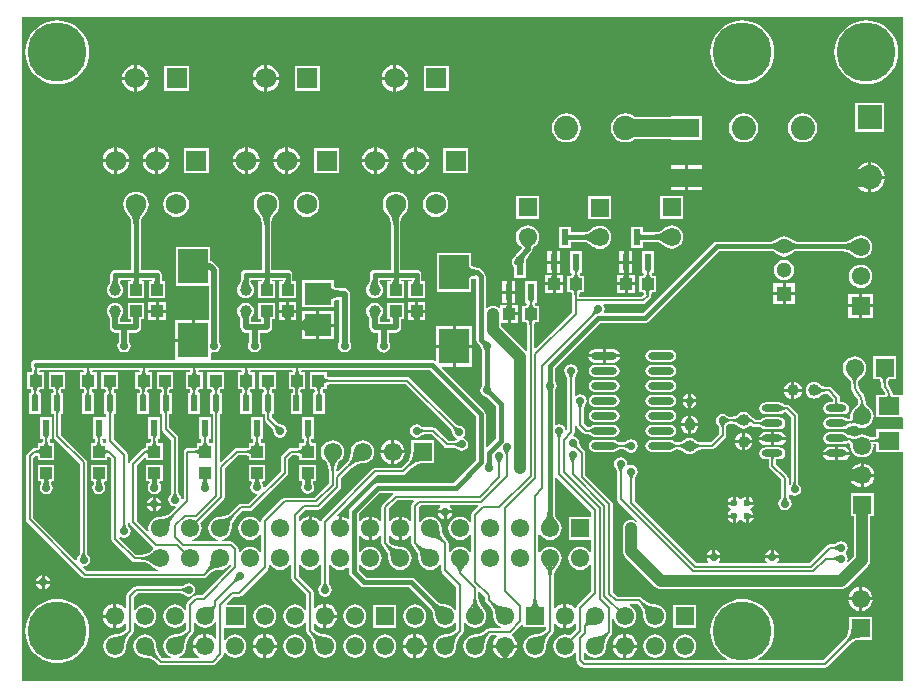
<source format=gbl>
%FSLAX25Y25*%
%MOIN*%
G70*
G01*
G75*
G04 Layer_Physical_Order=2*
G04 Layer_Color=16711680*
%ADD10C,0.00787*%
%ADD11C,0.01575*%
%ADD12C,0.02756*%
%ADD13C,0.03150*%
%ADD14C,0.01969*%
%ADD15C,0.01181*%
%ADD16C,0.03937*%
%ADD17C,0.02362*%
%ADD18C,0.05906*%
%ADD19R,0.03937X0.03937*%
%ADD20O,0.08661X0.02362*%
%ADD21C,0.03937*%
%ADD22R,0.09449X0.06693*%
%ADD23R,0.15748X0.06299*%
%ADD24R,0.07874X0.05512*%
%ADD25R,0.05512X0.07874*%
%ADD26R,0.01181X0.02874*%
%ADD27R,0.02874X0.01181*%
%ADD28R,0.09843X0.09843*%
%ADD29C,0.05906*%
%ADD30R,0.05118X0.05118*%
%ADD31C,0.05118*%
%ADD32R,0.06890X0.06890*%
%ADD33C,0.06890*%
%ADD34C,0.06102*%
%ADD35R,0.06102X0.06102*%
%ADD36R,0.06102X0.06102*%
%ADD37R,0.06102X0.06000*%
%ADD38C,0.19685*%
%ADD39R,0.08071X0.08071*%
%ADD40C,0.08071*%
%ADD41C,0.02756*%
%ADD42C,0.02362*%
%ADD43R,0.10039X0.11614*%
%ADD44R,0.03937X0.03937*%
%ADD45R,0.08976X0.07480*%
%ADD46R,0.02362X0.05512*%
%ADD47R,0.08583X0.06378*%
%ADD48O,0.07008X0.02362*%
%ADD49R,0.07087X0.05906*%
G36*
X295500Y97449D02*
X295500D01*
X295331D01*
X295146Y97449D01*
X295146Y97449D01*
Y97449D01*
X292309D01*
X292274Y97501D01*
X292216Y97793D01*
X292206D01*
Y97793D01*
X292206D01*
X292107Y98547D01*
X291816Y99250D01*
X291353Y99853D01*
X291352Y99852D01*
X291318Y99874D01*
X290858Y100562D01*
X290696Y101374D01*
X290704Y101414D01*
Y101414D01*
X290722D01*
X290707Y101523D01*
X290865Y102314D01*
X291097Y102661D01*
X293339D01*
Y110339D01*
X285661D01*
Y102661D01*
X287903D01*
X288135Y102314D01*
X288293Y101523D01*
X288279Y101423D01*
Y101423D01*
X288278Y101414D01*
X288279Y101414D01*
X288279D01*
X288437Y100215D01*
X288900Y99097D01*
X289637Y98137D01*
D01*
X289637Y98137D01*
D01*
D01*
X289752Y97866D01*
X289477Y97449D01*
X286669D01*
Y89969D01*
X295146D01*
X295146Y89969D01*
Y89969D01*
X295331Y89969D01*
X295500Y89799D01*
Y86032D01*
X295500D01*
X295331D01*
X295146Y86032D01*
X295146Y86032D01*
Y86032D01*
X286669D01*
Y83601D01*
X286617Y83566D01*
X286325Y83508D01*
Y83508D01*
Y83508D01*
D01*
D01*
D01*
X286325D01*
X286325D01*
D01*
D01*
X286325Y83508D01*
Y83508D01*
D01*
Y83508D01*
D01*
X284894Y83367D01*
X284661Y83296D01*
X283936Y83853D01*
X283002Y84240D01*
X282000Y84372D01*
X280998Y84240D01*
X280064Y83853D01*
X279979Y83788D01*
X279937Y83795D01*
X279937Y83795D01*
X279780Y83691D01*
X279346Y83604D01*
X279233Y83627D01*
X278819Y83752D01*
X278788Y83773D01*
X278783Y83763D01*
X278671Y83797D01*
X278635Y83822D01*
X278507Y83847D01*
X277869Y84040D01*
X277414Y84085D01*
X277401Y84118D01*
X277401D01*
X277346Y84128D01*
X277238Y84290D01*
X277238Y84290D01*
X277151Y84419D01*
X276500Y84854D01*
X275732Y85007D01*
X271087D01*
X270319Y84854D01*
X269667Y84419D01*
X269232Y83768D01*
X269080Y83000D01*
X269232Y82232D01*
X269667Y81581D01*
X270319Y81146D01*
X271087Y80993D01*
X275732D01*
X276500Y81146D01*
X276706Y81283D01*
X276828Y81364D01*
X276855Y81323D01*
X276992Y81414D01*
X277314Y81478D01*
X277474Y81446D01*
X277474Y81446D01*
X278045Y81121D01*
X278050Y81113D01*
X278136Y80679D01*
X278128Y80639D01*
X278128D01*
X278144Y80620D01*
X278142Y80608D01*
X278140Y80595D01*
X278140Y80593D01*
X278128Y80500D01*
X278260Y79498D01*
X278647Y78564D01*
X279262Y77762D01*
X280064Y77147D01*
X280998Y76760D01*
X282000Y76628D01*
X283002Y76760D01*
X283936Y77147D01*
X284738Y77762D01*
X285353Y78564D01*
X285740Y79498D01*
X285872Y80500D01*
X285802Y81033D01*
X286278Y81096D01*
X286325Y81087D01*
X286325D01*
Y81083D01*
Y81075D01*
X286617Y81017D01*
X286669Y80982D01*
Y78551D01*
X295146D01*
X295146Y78551D01*
Y78551D01*
X295331Y78551D01*
X295500Y78382D01*
Y2000D01*
X2000D01*
Y223500D01*
X295500D01*
Y97449D01*
D02*
G37*
%LPC*%
G36*
X218098Y87507D02*
X211799D01*
X211031Y87354D01*
X210380Y86919D01*
X209945Y86268D01*
X209792Y85500D01*
X209945Y84732D01*
X210380Y84081D01*
X211031Y83646D01*
X211799Y83493D01*
X218098D01*
X218866Y83646D01*
X219518Y84081D01*
X219953Y84732D01*
X220106Y85500D01*
X219953Y86268D01*
X219518Y86919D01*
X218866Y87354D01*
X218098Y87507D01*
D02*
G37*
G36*
X251650Y85224D02*
X249827D01*
X248976Y85054D01*
X248254Y84572D01*
X247772Y83851D01*
X247702Y83500D01*
X251650D01*
Y85224D01*
D02*
G37*
G36*
X86602Y104965D02*
X81091D01*
Y99453D01*
X82449D01*
X82729Y98778D01*
X82746Y98644D01*
X82417Y98268D01*
X82075D01*
Y91181D01*
X82839D01*
Y89457D01*
X82839Y89457D01*
X82931Y88996D01*
X83192Y88605D01*
X85468Y86329D01*
X85465Y86326D01*
X85463Y86323D01*
X85470Y86317D01*
X85718Y85947D01*
X85800Y85537D01*
X85792Y85500D01*
X85960Y84655D01*
X86439Y83939D01*
X87155Y83460D01*
X88000Y83292D01*
X88845Y83460D01*
X89561Y83939D01*
X90040Y84655D01*
X90208Y85500D01*
X90040Y86345D01*
X89561Y87061D01*
X88845Y87540D01*
X88000Y87708D01*
X87963Y87700D01*
X87553Y87782D01*
X87182Y88029D01*
X87177Y88037D01*
X87171Y88032D01*
X85247Y89956D01*
Y91181D01*
X86012D01*
Y98268D01*
X85247D01*
Y98934D01*
X85351Y99453D01*
X86602D01*
Y104965D01*
D02*
G37*
G36*
X103532D02*
X98020D01*
Y99453D01*
X99378D01*
X99658Y98778D01*
X99676Y98644D01*
X99346Y98268D01*
X99004D01*
Y91181D01*
X102941D01*
Y98268D01*
X102177D01*
Y98934D01*
X102280Y99453D01*
X103532D01*
Y100756D01*
X103906Y100911D01*
X104520Y100992D01*
X104578Y100985D01*
Y101004D01*
X129942D01*
X145043Y85904D01*
Y85904D01*
X145043Y85903D01*
X145038Y85898D01*
X145038D01*
X145038Y85898D01*
X145038Y85898D01*
D01*
X145045Y85892D01*
X145293Y85522D01*
X145375Y85112D01*
X145367Y85075D01*
X145535Y84230D01*
X146014Y83514D01*
X146730Y83035D01*
X146817Y83018D01*
X146915Y82527D01*
X146571Y82297D01*
X146133Y82211D01*
X146124Y82212D01*
Y82209D01*
Y82204D01*
X143999D01*
X139851Y86352D01*
X139461Y86613D01*
X139000Y86704D01*
X139000Y86704D01*
X135876D01*
Y86709D01*
Y86712D01*
X135867Y86711D01*
X135429Y86797D01*
X135082Y87029D01*
X135061Y87061D01*
X134345Y87540D01*
X133500Y87708D01*
X132655Y87540D01*
X131939Y87061D01*
X131460Y86345D01*
X131292Y85500D01*
X131460Y84655D01*
X131939Y83939D01*
X132655Y83460D01*
X133500Y83292D01*
X134345Y83460D01*
X135061Y83939D01*
X135082Y83970D01*
X135429Y84202D01*
X135867Y84289D01*
X135876Y84288D01*
Y84296D01*
X138501D01*
X142648Y80149D01*
X143039Y79887D01*
X143500Y79796D01*
X146124D01*
Y79791D01*
Y79788D01*
X146133Y79789D01*
X146571Y79703D01*
X146918Y79470D01*
X146939Y79439D01*
X147655Y78960D01*
X148500Y78792D01*
X149345Y78960D01*
X150061Y79439D01*
X150540Y80155D01*
X150708Y81000D01*
X150540Y81845D01*
X150061Y82561D01*
X149345Y83040D01*
X149225Y83064D01*
X149136Y83514D01*
X149615Y84230D01*
X149783Y85075D01*
X149615Y85920D01*
X149136Y86636D01*
X148420Y87115D01*
X147575Y87283D01*
X147538Y87275D01*
X147128Y87357D01*
X146757Y87604D01*
X146751Y87612D01*
D01*
X146751Y87612D01*
X146751Y87612D01*
X146751Y87612D01*
X146746Y87607D01*
X131292Y103060D01*
X130902Y103321D01*
X130441Y103413D01*
X130441Y103413D01*
X104597D01*
X104578Y103433D01*
Y103433D01*
D01*
D01*
D01*
X104578D01*
X104578D01*
D01*
D01*
X104576Y103433D01*
Y103433D01*
D01*
Y103433D01*
X104520Y103425D01*
X103906Y103506D01*
X103532Y103661D01*
Y104965D01*
D02*
G37*
G36*
X242000Y84885D02*
X241725Y84849D01*
X241003Y84550D01*
X240383Y84074D01*
X239907Y83454D01*
X239608Y82732D01*
X239572Y82457D01*
X242000D01*
Y84885D01*
D02*
G37*
G36*
X243000D02*
Y82457D01*
X245428D01*
X245392Y82732D01*
X245093Y83454D01*
X244617Y84074D01*
X243997Y84550D01*
X243275Y84849D01*
X243000Y84885D01*
D02*
G37*
G36*
X254472Y85224D02*
X252650D01*
Y83500D01*
X256597D01*
X256527Y83851D01*
X256045Y84572D01*
X255324Y85054D01*
X254472Y85224D01*
D02*
G37*
G36*
X199201Y92507D02*
X192902D01*
X192133Y92354D01*
X191482Y91919D01*
X191047Y91268D01*
X190894Y90500D01*
X191047Y89732D01*
X191482Y89081D01*
X192133Y88646D01*
X192902Y88493D01*
X199201D01*
X199969Y88646D01*
X200620Y89081D01*
X201055Y89732D01*
X201208Y90500D01*
X201055Y91268D01*
X200620Y91919D01*
X199969Y92354D01*
X199201Y92507D01*
D02*
G37*
G36*
X218098D02*
X211799D01*
X211031Y92354D01*
X210380Y91919D01*
X209945Y91268D01*
X209792Y90500D01*
X209945Y89732D01*
X210380Y89081D01*
X211031Y88646D01*
X211799Y88493D01*
X218098D01*
X218866Y88646D01*
X219518Y89081D01*
X219953Y89732D01*
X220106Y90500D01*
X219953Y91268D01*
X219518Y91919D01*
X218866Y92354D01*
X218098Y92507D01*
D02*
G37*
G36*
X266043Y101780D02*
X265324Y101685D01*
X264653Y101407D01*
X264078Y100965D01*
X263636Y100390D01*
X263358Y99719D01*
X263264Y99000D01*
X263358Y98281D01*
X263636Y97610D01*
X264078Y97035D01*
X264653Y96593D01*
X265324Y96315D01*
X266043Y96220D01*
X266763Y96315D01*
X267433Y96593D01*
X268009Y97035D01*
X268009Y97035D01*
X268012Y97032D01*
X268549Y97444D01*
X269174Y97703D01*
X269788Y97783D01*
X269845Y97776D01*
Y97796D01*
X270501D01*
X272205Y96092D01*
Y95007D01*
X271087D01*
X270319Y94854D01*
X269667Y94419D01*
X269232Y93768D01*
X269080Y93000D01*
X269232Y92232D01*
X269667Y91581D01*
X270319Y91146D01*
X271087Y90993D01*
X275732D01*
X276500Y91146D01*
X277151Y91581D01*
X277587Y92232D01*
X277739Y93000D01*
X277587Y93768D01*
X277151Y94419D01*
X276500Y94854D01*
X275732Y95007D01*
X274614D01*
Y96591D01*
X274614Y96591D01*
X274522Y97051D01*
X274261Y97442D01*
X274261Y97442D01*
X271851Y99852D01*
X271461Y100113D01*
X271000Y100204D01*
X271000Y100204D01*
X269865D01*
X269845Y100224D01*
Y100224D01*
D01*
D01*
D01*
X269845D01*
X269845D01*
D01*
D01*
X269843Y100224D01*
Y100224D01*
D01*
Y100224D01*
X269788Y100216D01*
X269174Y100297D01*
X268549Y100556D01*
X268012Y100968D01*
X268009Y100965D01*
X267433Y101407D01*
X266763Y101685D01*
X266043Y101780D01*
D02*
G37*
G36*
X225000Y90472D02*
Y88043D01*
X227428D01*
X227392Y88318D01*
X227093Y89040D01*
X226617Y89661D01*
X225997Y90136D01*
X225275Y90435D01*
X225000Y90472D01*
D02*
G37*
G36*
X224000Y87043D02*
X221572D01*
X221608Y86768D01*
X221907Y86046D01*
X222383Y85426D01*
X223003Y84950D01*
X223725Y84651D01*
X224000Y84615D01*
Y87043D01*
D02*
G37*
G36*
X227428D02*
X225000D01*
Y84615D01*
X225275Y84651D01*
X225997Y84950D01*
X226617Y85426D01*
X227093Y86046D01*
X227392Y86768D01*
X227428Y87043D01*
D02*
G37*
G36*
X224000Y90472D02*
X223725Y90435D01*
X223003Y90136D01*
X222383Y89661D01*
X221907Y89040D01*
X221608Y88318D01*
X221572Y88043D01*
X224000D01*
Y90472D01*
D02*
G37*
G36*
X272909Y77500D02*
X268962D01*
X269032Y77149D01*
X269514Y76428D01*
X270236Y75946D01*
X271087Y75776D01*
X272909D01*
Y77500D01*
D02*
G37*
G36*
X277857D02*
X273909D01*
Y75776D01*
X275732D01*
X276583Y75946D01*
X277305Y76428D01*
X277787Y77149D01*
X277857Y77500D01*
D02*
G37*
G36*
X272909Y80224D02*
X271087D01*
X270236Y80054D01*
X269514Y79572D01*
X269032Y78851D01*
X268962Y78500D01*
X272909D01*
Y80224D01*
D02*
G37*
G36*
X129520Y78000D02*
X126000D01*
Y74480D01*
X126558Y74553D01*
X127543Y74961D01*
X128389Y75611D01*
X129039Y76457D01*
X129447Y77442D01*
X129520Y78000D01*
D02*
G37*
G36*
X281500Y74678D02*
X280942Y74604D01*
X279957Y74196D01*
X279111Y73547D01*
X278461Y72701D01*
X278053Y71715D01*
X277980Y71157D01*
X281500D01*
Y74678D01*
D02*
G37*
G36*
X282500D02*
Y71157D01*
X286020D01*
X285947Y71715D01*
X285539Y72701D01*
X284889Y73547D01*
X284043Y74196D01*
X283058Y74604D01*
X282500Y74678D01*
D02*
G37*
G36*
X125000Y78000D02*
X121480D01*
X121553Y77442D01*
X121961Y76457D01*
X122611Y75611D01*
X123457Y74961D01*
X124442Y74553D01*
X125000Y74480D01*
Y78000D01*
D02*
G37*
G36*
X275732Y80224D02*
X273909D01*
Y78500D01*
X277857D01*
X277787Y78851D01*
X277305Y79572D01*
X276583Y80054D01*
X275732Y80224D01*
D02*
G37*
G36*
X251650Y82500D02*
X247702D01*
X247772Y82149D01*
X248254Y81428D01*
X248976Y80945D01*
X249827Y80776D01*
X251650D01*
Y82500D01*
D02*
G37*
G36*
X256597D02*
X252650D01*
Y80776D01*
X254472D01*
X255324Y80945D01*
X256045Y81428D01*
X256527Y82149D01*
X256597Y82500D01*
D02*
G37*
G36*
X205000Y82708D02*
X204155Y82540D01*
X203439Y82061D01*
X203418Y82029D01*
X203071Y81797D01*
X202633Y81711D01*
X202624Y81712D01*
Y81709D01*
Y81704D01*
X201102D01*
Y81718D01*
X200840Y81770D01*
X200622Y81916D01*
X200620Y81919D01*
X199969Y82354D01*
X199201Y82507D01*
X192902D01*
X192133Y82354D01*
X191482Y81919D01*
X191047Y81268D01*
X190894Y80500D01*
X191047Y79732D01*
X191482Y79081D01*
X192133Y78646D01*
X192902Y78493D01*
X199201D01*
X199969Y78646D01*
X200620Y79081D01*
X200622Y79084D01*
X200840Y79230D01*
X201102Y79282D01*
Y79292D01*
Y79296D01*
X202624D01*
Y79291D01*
Y79288D01*
X202633Y79289D01*
X203071Y79203D01*
X203418Y78970D01*
X203439Y78939D01*
X204155Y78460D01*
X205000Y78292D01*
X205845Y78460D01*
X206561Y78939D01*
X207040Y79655D01*
X207208Y80500D01*
X207040Y81345D01*
X206561Y82061D01*
X205845Y82540D01*
X205000Y82708D01*
D02*
G37*
G36*
X245428Y81457D02*
X243000D01*
Y79028D01*
X243275Y79065D01*
X243997Y79364D01*
X244617Y79839D01*
X245093Y80460D01*
X245392Y81182D01*
X245428Y81457D01*
D02*
G37*
G36*
X125000Y82520D02*
X124442Y82447D01*
X123457Y82039D01*
X122611Y81389D01*
X121961Y80543D01*
X121553Y79558D01*
X121480Y79000D01*
X125000D01*
Y82520D01*
D02*
G37*
G36*
X126000D02*
Y79000D01*
X129520D01*
X129447Y79558D01*
X129039Y80543D01*
X128389Y81389D01*
X127543Y82039D01*
X126558Y82447D01*
X126000Y82520D01*
D02*
G37*
G36*
X242000Y81457D02*
X239572D01*
X239608Y81182D01*
X239907Y80460D01*
X240383Y79839D01*
X241003Y79364D01*
X241725Y79065D01*
X242000Y79028D01*
Y81457D01*
D02*
G37*
G36*
X218098Y112507D02*
X211799D01*
X211031Y112354D01*
X210380Y111919D01*
X209945Y111268D01*
X209792Y110500D01*
X209945Y109732D01*
X210380Y109081D01*
X211031Y108646D01*
X211799Y108493D01*
X218098D01*
X218866Y108646D01*
X219518Y109081D01*
X219953Y109732D01*
X220106Y110500D01*
X219953Y111268D01*
X219518Y111919D01*
X218866Y112354D01*
X218098Y112507D01*
D02*
G37*
G36*
X195551Y112724D02*
X192902D01*
X192051Y112555D01*
X191329Y112073D01*
X190847Y111351D01*
X190777Y111000D01*
X195551D01*
Y112724D01*
D02*
G37*
G36*
X199201D02*
X196551D01*
Y111000D01*
X201325D01*
X201255Y111351D01*
X200773Y112073D01*
X200052Y112555D01*
X199201Y112724D01*
D02*
G37*
G36*
X201325Y110000D02*
X196551D01*
Y108276D01*
X199201D01*
X200052Y108446D01*
X200773Y108928D01*
X201255Y109649D01*
X201325Y110000D01*
D02*
G37*
G36*
X218098Y107507D02*
X211799D01*
X211031Y107354D01*
X210380Y106919D01*
X209945Y106268D01*
X209792Y105500D01*
X209945Y104732D01*
X210380Y104081D01*
X211031Y103646D01*
X211799Y103493D01*
X218098D01*
X218866Y103646D01*
X219518Y104081D01*
X219953Y104732D01*
X220106Y105500D01*
X219953Y106268D01*
X219518Y106919D01*
X218866Y107354D01*
X218098Y107507D01*
D02*
G37*
G36*
X152020Y113197D02*
X146500D01*
Y106890D01*
X152020D01*
Y113197D01*
D02*
G37*
G36*
X195551Y110000D02*
X190777D01*
X190847Y109649D01*
X191329Y108928D01*
X192051Y108446D01*
X192902Y108276D01*
X195551D01*
Y110000D01*
D02*
G37*
G36*
X145500Y120504D02*
X139980D01*
Y114197D01*
X145500D01*
Y120504D01*
D02*
G37*
G36*
X152020D02*
X146500D01*
Y114197D01*
X152020D01*
Y120504D01*
D02*
G37*
G36*
X100150Y120264D02*
X95161D01*
Y116024D01*
X100150D01*
Y120264D01*
D02*
G37*
G36*
X105925Y135764D02*
X95374D01*
Y126709D01*
X105925D01*
Y128932D01*
X106790Y129290D01*
X107318Y129360D01*
X107694Y129030D01*
Y115096D01*
X107460Y114746D01*
X107292Y113902D01*
X107460Y113057D01*
X107939Y112340D01*
X108655Y111862D01*
X109500Y111694D01*
X110345Y111862D01*
X111061Y112340D01*
X111540Y113057D01*
X111708Y113902D01*
X111540Y114746D01*
X111306Y115096D01*
Y131236D01*
X111169Y131928D01*
X110777Y132513D01*
X110191Y132905D01*
X109500Y133043D01*
X108051D01*
Y133049D01*
X107990Y133043D01*
X107850D01*
X106790Y133182D01*
X105925Y133540D01*
Y135764D01*
D02*
G37*
G36*
X119500Y128236D02*
X118781Y128142D01*
X118110Y127864D01*
X117534Y127422D01*
X117093Y126847D01*
X116815Y126176D01*
X116720Y125457D01*
X116815Y124737D01*
X117093Y124067D01*
X117435Y123621D01*
X117522Y123491D01*
D01*
X117526Y123485D01*
X117526Y123485D01*
X117527Y123483D01*
X117534Y123491D01*
X117534Y123491D01*
D01*
X117563Y123469D01*
X117694Y123154D01*
Y123089D01*
X117693Y123081D01*
X117694D01*
Y120000D01*
X117694Y120000D01*
X117694D01*
X117831Y119309D01*
X118223Y118723D01*
X118809Y118331D01*
X119500Y118194D01*
X120694D01*
Y115096D01*
X120460Y114746D01*
X120292Y113902D01*
X120460Y113057D01*
X120939Y112340D01*
X121655Y111862D01*
X121739Y111845D01*
X121907Y111733D01*
X122598Y111595D01*
X123290Y111733D01*
X123876Y112124D01*
X123987Y112291D01*
X124061Y112340D01*
X124540Y113057D01*
X124708Y113902D01*
X124540Y114746D01*
X124306Y115096D01*
Y118194D01*
X126500D01*
X127191Y118331D01*
X127777Y118723D01*
X128169Y119309D01*
X128306Y120000D01*
Y122701D01*
X129256D01*
Y128213D01*
X123744D01*
Y122701D01*
X124694D01*
Y121806D01*
X121306D01*
Y123080D01*
X121308D01*
X121306Y123089D01*
Y123154D01*
X121437Y123469D01*
X121466Y123491D01*
X121466Y123491D01*
D01*
D01*
D01*
X121466Y123491D01*
X121473Y123483D01*
X121474Y123485D01*
X121475Y123485D01*
X121504Y123530D01*
X121504Y123530D01*
X121565Y123621D01*
X121907Y124067D01*
X122185Y124737D01*
X122280Y125457D01*
X122185Y126176D01*
X121907Y126847D01*
X121466Y127422D01*
X120890Y127864D01*
X120219Y128142D01*
X119500Y128236D01*
D02*
G37*
G36*
X33000D02*
X32281Y128142D01*
X31610Y127864D01*
X31034Y127422D01*
X30593Y126847D01*
X30315Y126176D01*
X30220Y125457D01*
X30315Y124737D01*
X30593Y124067D01*
X30935Y123621D01*
X31022Y123491D01*
D01*
X31026Y123485D01*
X31026Y123485D01*
X31027Y123483D01*
X31034Y123491D01*
X31034Y123491D01*
D01*
X31063Y123469D01*
X31194Y123154D01*
Y123089D01*
X31193Y123081D01*
X31194D01*
Y120000D01*
X31331Y119309D01*
X31723Y118723D01*
X32309Y118331D01*
X33000Y118194D01*
X34194D01*
Y115096D01*
X33960Y114746D01*
X33792Y113902D01*
X33960Y113057D01*
X34439Y112340D01*
X35155Y111862D01*
X36000Y111694D01*
X36845Y111862D01*
X37561Y112340D01*
X38040Y113057D01*
X38208Y113902D01*
X38040Y114746D01*
X37806Y115096D01*
Y118194D01*
X40000D01*
X40691Y118331D01*
X41277Y118723D01*
X41669Y119309D01*
X41806Y120000D01*
X41806Y120000D01*
X41806Y120000D01*
Y120000D01*
Y122701D01*
X42756D01*
Y128213D01*
X37244D01*
Y122701D01*
X38194D01*
Y121806D01*
X34806D01*
Y123081D01*
X34807D01*
X34806Y123089D01*
Y123154D01*
X34937Y123469D01*
X34966Y123491D01*
X34973Y123483D01*
X35065Y123621D01*
X35407Y124067D01*
X35685Y124737D01*
X35780Y125457D01*
X35685Y126176D01*
X35407Y126847D01*
X34966Y127422D01*
X34390Y127864D01*
X33719Y128142D01*
X33000Y128236D01*
D02*
G37*
G36*
X76500D02*
X75781Y128142D01*
X75110Y127864D01*
X74534Y127422D01*
X74093Y126847D01*
X73815Y126176D01*
X73720Y125457D01*
X73815Y124737D01*
X74093Y124067D01*
X74435Y123621D01*
X74527Y123483D01*
X74534Y123491D01*
X74563Y123469D01*
X74694Y123154D01*
Y123089D01*
X74693Y123081D01*
X74694D01*
Y120000D01*
X74831Y119309D01*
X75223Y118723D01*
X75809Y118331D01*
X76500Y118194D01*
X77694D01*
Y115096D01*
X77460Y114746D01*
X77292Y113902D01*
X77460Y113057D01*
X77939Y112340D01*
X78655Y111862D01*
X79500Y111694D01*
X80345Y111862D01*
X81061Y112340D01*
X81540Y113057D01*
X81708Y113902D01*
X81540Y114746D01*
X81306Y115096D01*
Y118194D01*
X83500D01*
X84191Y118331D01*
X84777Y118723D01*
X85169Y119309D01*
X85306Y120000D01*
Y122701D01*
X86256D01*
Y128213D01*
X80744D01*
Y122701D01*
X81694D01*
Y121806D01*
X78306D01*
Y123080D01*
X78307D01*
X78306Y123089D01*
Y123154D01*
X78437Y123469D01*
X78465Y123491D01*
X78473Y123483D01*
X78565Y123621D01*
X78907Y124067D01*
X79185Y124737D01*
X79280Y125457D01*
X79185Y126176D01*
X78907Y126847D01*
X78465Y127422D01*
X77890Y127864D01*
X77219Y128142D01*
X76500Y128236D01*
D02*
G37*
G36*
X199201Y107507D02*
X192902D01*
X192133Y107354D01*
X191482Y106919D01*
X191047Y106268D01*
X190894Y105500D01*
X191047Y104732D01*
X191482Y104081D01*
X192133Y103646D01*
X192902Y103493D01*
X199201D01*
X199969Y103646D01*
X200620Y104081D01*
X201055Y104732D01*
X201208Y105500D01*
X201055Y106268D01*
X200620Y106919D01*
X199969Y107354D01*
X199201Y107507D01*
D02*
G37*
G36*
X218098Y97507D02*
X211799D01*
X211031Y97354D01*
X210380Y96919D01*
X209945Y96268D01*
X209792Y95500D01*
X209945Y94732D01*
X210380Y94081D01*
X211031Y93646D01*
X211799Y93493D01*
X218098D01*
X218866Y93646D01*
X219518Y94081D01*
X219953Y94732D01*
X220106Y95500D01*
X219953Y96268D01*
X219518Y96919D01*
X218866Y97354D01*
X218098Y97507D01*
D02*
G37*
G36*
X224000Y97825D02*
X223572Y97740D01*
X222786Y97214D01*
X222260Y96428D01*
X222175Y96000D01*
X224000D01*
Y97825D01*
D02*
G37*
G36*
X225000D02*
Y96000D01*
X226825D01*
X226740Y96428D01*
X226214Y97214D01*
X225428Y97740D01*
X225000Y97825D01*
D02*
G37*
G36*
X199201Y97507D02*
X192902D01*
X192133Y97354D01*
X191482Y96919D01*
X191047Y96268D01*
X190894Y95500D01*
X191047Y94732D01*
X191482Y94081D01*
X192133Y93646D01*
X192902Y93493D01*
X199201D01*
X199969Y93646D01*
X200620Y94081D01*
X201055Y94732D01*
X201208Y95500D01*
X201055Y96268D01*
X200620Y96919D01*
X199969Y97354D01*
X199201Y97507D01*
D02*
G37*
G36*
X242500Y91823D02*
X241781Y91728D01*
X241110Y91451D01*
X240534Y91009D01*
X240532Y91012D01*
X239995Y90600D01*
X239369Y90341D01*
X238756Y90260D01*
X238700Y90267D01*
Y90267D01*
D01*
Y90267D01*
X238698Y90267D01*
D01*
D01*
X238698D01*
X238698D01*
D01*
D01*
D01*
Y90267D01*
X238678Y90247D01*
X237981D01*
Y90256D01*
X237914Y90247D01*
X237772D01*
Y90255D01*
X237383Y90332D01*
X237078Y90536D01*
X237061Y90561D01*
X236345Y91040D01*
X235500Y91208D01*
X234655Y91040D01*
X233939Y90561D01*
X233460Y89845D01*
X233292Y89000D01*
X233460Y88155D01*
X233939Y87439D01*
X233970Y87418D01*
X234203Y87071D01*
X234289Y86633D01*
X234288Y86624D01*
X234296D01*
Y84499D01*
X231501Y81704D01*
X228406D01*
Y81725D01*
X228246Y81704D01*
X228094D01*
X227252Y81872D01*
X226505Y82371D01*
X226466Y82422D01*
X225890Y82864D01*
X225219Y83142D01*
X224500Y83236D01*
X223781Y83142D01*
X223110Y82864D01*
X222534Y82422D01*
X222495Y82371D01*
X221748Y81872D01*
X220906Y81704D01*
X220754D01*
X220594Y81725D01*
Y81704D01*
X219999D01*
Y81718D01*
X219738Y81770D01*
X219520Y81916D01*
X219518Y81919D01*
X218866Y82354D01*
X218098Y82507D01*
X211799D01*
X211031Y82354D01*
X210380Y81919D01*
X209945Y81268D01*
X209792Y80500D01*
X209945Y79732D01*
X210380Y79081D01*
X211031Y78646D01*
X211799Y78493D01*
X218098D01*
X218866Y78646D01*
X219518Y79081D01*
X219520Y79084D01*
X219738Y79230D01*
X219999Y79282D01*
Y79292D01*
Y79296D01*
X220594D01*
Y79292D01*
X221303Y79199D01*
X221965Y78925D01*
X222533Y78489D01*
X222534Y78491D01*
X223110Y78049D01*
X223781Y77772D01*
X224500Y77677D01*
X225219Y77772D01*
X225890Y78049D01*
X226466Y78491D01*
X226466Y78491D01*
X226467Y78489D01*
X227035Y78925D01*
X227697Y79199D01*
X228406Y79292D01*
Y79296D01*
X232000D01*
X232000Y79296D01*
X232461Y79387D01*
X232852Y79649D01*
X236351Y83148D01*
X236351Y83148D01*
X236613Y83539D01*
X236613Y83539D01*
X236613Y83539D01*
X236704Y84000D01*
X236704Y84000D01*
Y86624D01*
X236712D01*
X236711Y86633D01*
X236797Y87071D01*
X237030Y87418D01*
X237061Y87439D01*
X237086Y87477D01*
X237476Y87737D01*
X237981Y87837D01*
Y87839D01*
X238678D01*
X238698Y87819D01*
Y87819D01*
D01*
D01*
Y87819D01*
X238698D01*
D01*
D01*
D01*
D01*
X238700Y87819D01*
Y87819D01*
D01*
D01*
X238756Y87827D01*
X239369Y87746D01*
X239995Y87487D01*
X240528Y87078D01*
X240528D01*
X240532Y87075D01*
X240534Y87078D01*
X241110Y86636D01*
X241781Y86358D01*
X242500Y86264D01*
X243219Y86358D01*
X243890Y86636D01*
X244465Y87078D01*
X244562Y87203D01*
X245061Y87236D01*
X245148Y87148D01*
X245539Y86887D01*
X246000Y86796D01*
X246000Y86796D01*
X247926D01*
Y86792D01*
Y86782D01*
X248187Y86730D01*
X248405Y86584D01*
X248408Y86581D01*
X249059Y86146D01*
X249827Y85993D01*
X254472D01*
X255241Y86146D01*
X255892Y86581D01*
X256327Y87232D01*
X256480Y88000D01*
X256327Y88768D01*
X255892Y89419D01*
X255241Y89854D01*
X254472Y90007D01*
X249827D01*
X249059Y89854D01*
X248408Y89419D01*
X248405Y89416D01*
X248187Y89270D01*
X247926Y89218D01*
Y89204D01*
X246499D01*
X245808Y89895D01*
X245417Y90156D01*
X245043Y90230D01*
X245035Y90250D01*
X244972Y90276D01*
X244907Y90433D01*
X244465Y91009D01*
X243890Y91451D01*
X243219Y91728D01*
X242500Y91823D01*
D02*
G37*
G36*
X224000Y95000D02*
X222175D01*
X222260Y94572D01*
X222786Y93786D01*
X223572Y93260D01*
X224000Y93175D01*
Y95000D01*
D02*
G37*
G36*
X226825D02*
X225000D01*
Y93175D01*
X225428Y93260D01*
X226214Y93786D01*
X226740Y94572D01*
X226825Y95000D01*
D02*
G37*
G36*
X258457Y101928D02*
X258182Y101892D01*
X257460Y101593D01*
X256839Y101117D01*
X256364Y100497D01*
X256065Y99775D01*
X256028Y99500D01*
X258457D01*
Y101928D01*
D02*
G37*
G36*
X259457D02*
Y99500D01*
X261885D01*
X261849Y99775D01*
X261550Y100497D01*
X261074Y101117D01*
X260454Y101593D01*
X259732Y101892D01*
X259457Y101928D01*
D02*
G37*
G36*
X279500Y110372D02*
X278498Y110240D01*
X277564Y109853D01*
X276762Y109238D01*
X276147Y108436D01*
X275760Y107502D01*
X275628Y106500D01*
X275760Y105498D01*
X276147Y104564D01*
X276762Y103762D01*
X277012Y103571D01*
X277034Y103538D01*
X277127Y103476D01*
X277137Y103411D01*
X277137Y103411D01*
X277137Y103411D01*
X277442Y103178D01*
X277904Y102575D01*
X278195Y101874D01*
X278284Y101200D01*
X278273Y101123D01*
D01*
X278273Y101122D01*
X278288Y101121D01*
X278410Y99886D01*
X278770Y98698D01*
X279356Y97603D01*
X280143Y96643D01*
X280149Y96649D01*
X280182Y96626D01*
X280642Y95938D01*
X280804Y95126D01*
X280796Y95086D01*
Y95086D01*
X280784D01*
X280791Y95031D01*
X280672Y94433D01*
X280302Y93879D01*
X279970Y93658D01*
X279984Y93634D01*
X279262Y93080D01*
X278647Y92278D01*
X278260Y91345D01*
X278128Y90342D01*
X278157Y90126D01*
X278150Y90093D01*
X278164Y90021D01*
X278132Y89977D01*
X278132D01*
X278145Y89914D01*
X278093Y89655D01*
X277662Y89498D01*
D01*
D01*
D01*
X277662Y89498D01*
D01*
X277469Y89460D01*
X277059Y89541D01*
X276874Y89665D01*
X276846Y89624D01*
X276500Y89854D01*
X275732Y90007D01*
X271087D01*
X270319Y89854D01*
X269667Y89419D01*
X269232Y88768D01*
X269080Y88000D01*
X269232Y87232D01*
X269667Y86581D01*
X270319Y86146D01*
X271087Y85993D01*
X275732D01*
X276500Y86146D01*
X277151Y86581D01*
X277347Y86873D01*
X277392Y86862D01*
X277392D01*
X277398Y86878D01*
X278144Y86952D01*
X278745Y87134D01*
X278876Y87160D01*
X278913Y87185D01*
X279023Y87218D01*
X279030Y87208D01*
X279064Y87231D01*
X279239Y87284D01*
X279363Y87309D01*
X279622Y87257D01*
X279748Y87173D01*
X279748Y87173D01*
X279748Y87173D01*
X279813Y87183D01*
X280064Y86989D01*
X280998Y86603D01*
X282000Y86471D01*
X283002Y86603D01*
X283936Y86989D01*
X284738Y87605D01*
X285353Y88407D01*
X285740Y89340D01*
X285872Y90342D01*
X285740Y91345D01*
X285353Y92278D01*
X284738Y93080D01*
X284015Y93634D01*
X284030Y93658D01*
X283698Y93879D01*
X283328Y94433D01*
X283209Y95031D01*
X283216Y95086D01*
X283216D01*
X283221Y95086D01*
X283216Y95119D01*
D01*
X283063Y96285D01*
X282600Y97403D01*
X281863Y98363D01*
X281863Y98363D01*
X281738Y98488D01*
X281223Y99159D01*
X280831Y100106D01*
X280727Y100899D01*
X280727Y101122D01*
X280727D01*
X280716Y101200D01*
X280805Y101874D01*
X281096Y102575D01*
X281558Y103178D01*
X281862Y103411D01*
X281862Y103411D01*
X281862Y103411D01*
X281873Y103476D01*
X281966Y103538D01*
X281988Y103571D01*
X282238Y103762D01*
X282853Y104564D01*
X283240Y105498D01*
X283372Y106500D01*
X283240Y107502D01*
X282853Y108436D01*
X282238Y109238D01*
X281436Y109853D01*
X280502Y110240D01*
X279500Y110372D01*
D02*
G37*
G36*
X218098Y102507D02*
X211799D01*
X211031Y102354D01*
X210380Y101919D01*
X209945Y101268D01*
X209792Y100500D01*
X209945Y99732D01*
X210380Y99081D01*
X211031Y98646D01*
X211799Y98493D01*
X218098D01*
X218866Y98646D01*
X219518Y99081D01*
X219953Y99732D01*
X220106Y100500D01*
X219953Y101268D01*
X219518Y101919D01*
X218866Y102354D01*
X218098Y102507D01*
D02*
G37*
G36*
X258457Y98500D02*
X256028D01*
X256065Y98225D01*
X256364Y97503D01*
X256839Y96883D01*
X257460Y96407D01*
X258182Y96108D01*
X258457Y96072D01*
Y98500D01*
D02*
G37*
G36*
X261885D02*
X259457D01*
Y96072D01*
X259732Y96108D01*
X260454Y96407D01*
X261074Y96883D01*
X261550Y97503D01*
X261849Y98225D01*
X261885Y98500D01*
D02*
G37*
G36*
X199201Y102507D02*
X192902D01*
X192133Y102354D01*
X191482Y101919D01*
X191047Y101268D01*
X190894Y100500D01*
X191047Y99732D01*
X191482Y99081D01*
X192133Y98646D01*
X192902Y98493D01*
X199201D01*
X199969Y98646D01*
X200620Y99081D01*
X201055Y99732D01*
X201208Y100500D01*
X201055Y101268D01*
X200620Y101919D01*
X199969Y102354D01*
X199201Y102507D01*
D02*
G37*
G36*
X203453Y17800D02*
Y14279D01*
X206973D01*
X206900Y14837D01*
X206492Y15823D01*
X205842Y16669D01*
X204996Y17318D01*
X204011Y17726D01*
X203453Y17800D01*
D02*
G37*
G36*
X32453Y23280D02*
X28933D01*
X29006Y22722D01*
X29414Y21736D01*
X30064Y20890D01*
X30910Y20241D01*
X31896Y19833D01*
X32453Y19759D01*
Y23280D01*
D02*
G37*
G36*
X106973D02*
X103453D01*
Y19759D01*
X104011Y19833D01*
X104996Y20241D01*
X105842Y20890D01*
X106492Y21736D01*
X106900Y22722D01*
X106973Y23280D01*
D02*
G37*
G36*
X202453Y17800D02*
X201895Y17726D01*
X200910Y17318D01*
X200064Y16669D01*
X199414Y15823D01*
X199006Y14837D01*
X198933Y14279D01*
X202453D01*
Y17800D01*
D02*
G37*
G36*
X83453D02*
Y14279D01*
X86973D01*
X86900Y14837D01*
X86492Y15823D01*
X85842Y16669D01*
X84996Y17318D01*
X84011Y17726D01*
X83453Y17800D01*
D02*
G37*
G36*
X132453D02*
X131895Y17726D01*
X130910Y17318D01*
X130064Y16669D01*
X129414Y15823D01*
X129006Y14837D01*
X128933Y14279D01*
X132453D01*
Y17800D01*
D02*
G37*
G36*
X133453D02*
Y14279D01*
X136973D01*
X136900Y14837D01*
X136492Y15823D01*
X135842Y16669D01*
X134996Y17318D01*
X134011Y17726D01*
X133453Y17800D01*
D02*
G37*
G36*
X226791Y27618D02*
X219114D01*
Y19941D01*
X226791D01*
Y27618D01*
D02*
G37*
G36*
X32453Y27800D02*
X31896Y27726D01*
X30910Y27318D01*
X30064Y26669D01*
X29414Y25823D01*
X29006Y24837D01*
X28933Y24280D01*
X32453D01*
Y27800D01*
D02*
G37*
G36*
X103453D02*
Y24280D01*
X106973D01*
X106900Y24837D01*
X106492Y25823D01*
X105842Y26669D01*
X104996Y27318D01*
X104011Y27726D01*
X103453Y27800D01*
D02*
G37*
G36*
X126792Y27618D02*
X119114D01*
Y19941D01*
X126792D01*
Y27618D01*
D02*
G37*
G36*
X82953Y27651D02*
X81951Y27519D01*
X81017Y27132D01*
X80215Y26517D01*
X79600Y25715D01*
X79213Y24782D01*
X79081Y23779D01*
X79213Y22777D01*
X79600Y21844D01*
X80215Y21042D01*
X81017Y20426D01*
X81951Y20040D01*
X82953Y19908D01*
X83955Y20040D01*
X84889Y20426D01*
X85691Y21042D01*
X86306Y21844D01*
X86693Y22777D01*
X86825Y23779D01*
X86693Y24782D01*
X86306Y25715D01*
X85691Y26517D01*
X84889Y27132D01*
X83955Y27519D01*
X82953Y27651D01*
D02*
G37*
G36*
X112953D02*
X111951Y27519D01*
X111017Y27132D01*
X110215Y26517D01*
X109600Y25715D01*
X109213Y24782D01*
X109081Y23779D01*
X109213Y22777D01*
X109600Y21844D01*
X110215Y21042D01*
X111017Y20426D01*
X111951Y20040D01*
X112953Y19908D01*
X113955Y20040D01*
X114889Y20426D01*
X115691Y21042D01*
X116306Y21844D01*
X116693Y22777D01*
X116825Y23779D01*
X116693Y24782D01*
X116306Y25715D01*
X115691Y26517D01*
X114889Y27132D01*
X113955Y27519D01*
X112953Y27651D01*
D02*
G37*
G36*
X132953D02*
X131951Y27519D01*
X131017Y27132D01*
X130215Y26517D01*
X129600Y25715D01*
X129213Y24782D01*
X129081Y23779D01*
X129213Y22777D01*
X129600Y21844D01*
X130215Y21042D01*
X131017Y20426D01*
X131951Y20040D01*
X132953Y19908D01*
X133955Y20040D01*
X134889Y20426D01*
X135691Y21042D01*
X136306Y21844D01*
X136693Y22777D01*
X136825Y23779D01*
X136693Y24782D01*
X136306Y25715D01*
X135691Y26517D01*
X134889Y27132D01*
X133955Y27519D01*
X132953Y27651D01*
D02*
G37*
G36*
X82453Y17800D02*
X81896Y17726D01*
X80910Y17318D01*
X80064Y16669D01*
X79414Y15823D01*
X79006Y14837D01*
X78933Y14279D01*
X82453D01*
Y17800D01*
D02*
G37*
G36*
X136973Y13280D02*
X133453D01*
Y9759D01*
X134011Y9833D01*
X134996Y10241D01*
X135842Y10890D01*
X136492Y11737D01*
X136900Y12722D01*
X136973Y13280D01*
D02*
G37*
G36*
X162453D02*
X158933D01*
X159006Y12722D01*
X159414Y11737D01*
X160064Y10890D01*
X160910Y10241D01*
X161896Y9833D01*
X162453Y9759D01*
Y13280D01*
D02*
G37*
G36*
X166973D02*
X163453D01*
Y9759D01*
X164011Y9833D01*
X164996Y10241D01*
X165842Y10890D01*
X166492Y11737D01*
X166900Y12722D01*
X166973Y13280D01*
D02*
G37*
G36*
X132453D02*
X128933D01*
X129006Y12722D01*
X129414Y11737D01*
X130064Y10890D01*
X130910Y10241D01*
X131895Y9833D01*
X132453Y9759D01*
Y13280D01*
D02*
G37*
G36*
X13780Y29442D02*
X12111Y29311D01*
X10485Y28920D01*
X8939Y28280D01*
X7512Y27406D01*
X6240Y26319D01*
X5153Y25047D01*
X4279Y23620D01*
X3638Y22074D01*
X3248Y20448D01*
X3117Y18779D01*
X3248Y17111D01*
X3638Y15484D01*
X4279Y13939D01*
X5153Y12512D01*
X6240Y11240D01*
X7512Y10153D01*
X8939Y9279D01*
X10485Y8638D01*
X12111Y8248D01*
X13780Y8117D01*
X15448Y8248D01*
X17074Y8638D01*
X18620Y9279D01*
X20047Y10153D01*
X21319Y11240D01*
X22406Y12512D01*
X23280Y13939D01*
X23920Y15484D01*
X24311Y17111D01*
X24442Y18779D01*
X24311Y20448D01*
X23920Y22074D01*
X23280Y23620D01*
X22406Y25047D01*
X21319Y26319D01*
X20047Y27406D01*
X18620Y28280D01*
X17074Y28920D01*
X15448Y29311D01*
X13780Y29442D01*
D02*
G37*
G36*
X82453Y13280D02*
X78933D01*
X79006Y12722D01*
X79414Y11737D01*
X80064Y10890D01*
X80910Y10241D01*
X81896Y9833D01*
X82453Y9759D01*
Y13280D01*
D02*
G37*
G36*
X86973D02*
X83453D01*
Y9759D01*
X84011Y9833D01*
X84996Y10241D01*
X85842Y10890D01*
X86492Y11737D01*
X86900Y12722D01*
X86973Y13280D01*
D02*
G37*
G36*
X122953Y17651D02*
X121951Y17519D01*
X121017Y17132D01*
X120215Y16517D01*
X119600Y15715D01*
X119213Y14782D01*
X119081Y13780D01*
X119213Y12777D01*
X119600Y11844D01*
X120215Y11042D01*
X121017Y10426D01*
X121951Y10040D01*
X122953Y9908D01*
X123955Y10040D01*
X124889Y10426D01*
X125691Y11042D01*
X126306Y11844D01*
X126693Y12777D01*
X126825Y13780D01*
X126693Y14782D01*
X126306Y15715D01*
X125691Y16517D01*
X124889Y17132D01*
X123955Y17519D01*
X122953Y17651D01*
D02*
G37*
G36*
X212953D02*
X211951Y17519D01*
X211017Y17132D01*
X210215Y16517D01*
X209600Y15715D01*
X209213Y14782D01*
X209081Y13780D01*
X209213Y12777D01*
X209600Y11844D01*
X210215Y11042D01*
X211017Y10426D01*
X211951Y10040D01*
X212953Y9908D01*
X213955Y10040D01*
X214889Y10426D01*
X215690Y11042D01*
X216306Y11844D01*
X216692Y12777D01*
X216825Y13780D01*
X216692Y14782D01*
X216306Y15715D01*
X215690Y16517D01*
X214889Y17132D01*
X213955Y17519D01*
X212953Y17651D01*
D02*
G37*
G36*
X222953D02*
X221951Y17519D01*
X221017Y17132D01*
X220215Y16517D01*
X219600Y15715D01*
X219213Y14782D01*
X219081Y13780D01*
X219213Y12777D01*
X219600Y11844D01*
X220215Y11042D01*
X221017Y10426D01*
X221951Y10040D01*
X222953Y9908D01*
X223955Y10040D01*
X224889Y10426D01*
X225691Y11042D01*
X226306Y11844D01*
X226693Y12777D01*
X226824Y13780D01*
X226693Y14782D01*
X226306Y15715D01*
X225691Y16517D01*
X224889Y17132D01*
X223955Y17519D01*
X222953Y17651D01*
D02*
G37*
G36*
X112953D02*
X111951Y17519D01*
X111017Y17132D01*
X110215Y16517D01*
X109600Y15715D01*
X109213Y14782D01*
X109081Y13780D01*
X109213Y12777D01*
X109600Y11844D01*
X110215Y11042D01*
X111017Y10426D01*
X111951Y10040D01*
X112953Y9908D01*
X113955Y10040D01*
X114889Y10426D01*
X115691Y11042D01*
X116306Y11844D01*
X116693Y12777D01*
X116825Y13780D01*
X116693Y14782D01*
X116306Y15715D01*
X115691Y16517D01*
X114889Y17132D01*
X113955Y17519D01*
X112953Y17651D01*
D02*
G37*
G36*
X202453Y13280D02*
X198933D01*
X199006Y12722D01*
X199414Y11737D01*
X200064Y10890D01*
X200910Y10241D01*
X201895Y9833D01*
X202453Y9759D01*
Y13280D01*
D02*
G37*
G36*
X206973D02*
X203453D01*
Y9759D01*
X204011Y9833D01*
X204996Y10241D01*
X205842Y10890D01*
X206492Y11737D01*
X206900Y12722D01*
X206973Y13280D01*
D02*
G37*
G36*
X92953Y17651D02*
X91951Y17519D01*
X91017Y17132D01*
X90215Y16517D01*
X89600Y15715D01*
X89213Y14782D01*
X89081Y13780D01*
X89213Y12777D01*
X89600Y11844D01*
X90215Y11042D01*
X91017Y10426D01*
X91951Y10040D01*
X92953Y9908D01*
X93955Y10040D01*
X94889Y10426D01*
X95691Y11042D01*
X96306Y11844D01*
X96693Y12777D01*
X96825Y13780D01*
X96693Y14782D01*
X96306Y15715D01*
X95691Y16517D01*
X94889Y17132D01*
X93955Y17519D01*
X92953Y17651D01*
D02*
G37*
G36*
X281000Y29000D02*
X277480D01*
X277553Y28442D01*
X277961Y27457D01*
X278611Y26611D01*
X279457Y25961D01*
X280442Y25553D01*
X281000Y25480D01*
Y29000D01*
D02*
G37*
G36*
X238898Y63526D02*
X238547Y63456D01*
X237825Y62974D01*
X237343Y62253D01*
X237273Y61902D01*
X238898D01*
Y63526D01*
D02*
G37*
G36*
X244228D02*
Y61902D01*
X245853D01*
X245783Y62253D01*
X245301Y62974D01*
X244579Y63456D01*
X244228Y63526D01*
D02*
G37*
G36*
X243228D02*
X242877Y63456D01*
X242156Y62974D01*
X241813Y62461D01*
X241313D01*
X240970Y62974D01*
X240249Y63456D01*
X239898Y63526D01*
Y61402D01*
X239398D01*
Y60902D01*
X237273D01*
X237343Y60550D01*
X237825Y59829D01*
X238338Y59486D01*
Y58986D01*
X237825Y58643D01*
X237343Y57922D01*
X237273Y57571D01*
X239398D01*
Y57071D01*
X239898D01*
Y54947D01*
X240249Y55016D01*
X240970Y55498D01*
X241313Y56011D01*
X241813D01*
X242156Y55498D01*
X242877Y55016D01*
X243228Y54947D01*
Y57071D01*
X243728D01*
Y57571D01*
X245853D01*
X245783Y57922D01*
X245301Y58643D01*
X244788Y58986D01*
Y59486D01*
X245301Y59829D01*
X245783Y60550D01*
X245853Y60902D01*
X243728D01*
Y61402D01*
X243228D01*
Y63526D01*
D02*
G37*
G36*
X46500Y63325D02*
Y61500D01*
X48325D01*
X48240Y61928D01*
X47714Y62714D01*
X46928Y63240D01*
X46500Y63325D01*
D02*
G37*
G36*
X45500Y60500D02*
X43675D01*
X43760Y60072D01*
X44286Y59286D01*
X45072Y58760D01*
X45500Y58675D01*
Y60500D01*
D02*
G37*
G36*
X48325D02*
X46500D01*
Y58675D01*
X46928Y58760D01*
X47714Y59286D01*
X48240Y60072D01*
X48325Y60500D01*
D02*
G37*
G36*
X45500Y63325D02*
X45072Y63240D01*
X44286Y62714D01*
X43760Y61928D01*
X43675Y61500D01*
X45500D01*
Y63325D01*
D02*
G37*
G36*
X281500Y70157D02*
X277980D01*
X278053Y69600D01*
X278461Y68614D01*
X279111Y67768D01*
X279957Y67119D01*
X280942Y66711D01*
X281500Y66637D01*
Y70157D01*
D02*
G37*
G36*
X286020D02*
X282500D01*
Y66637D01*
X283058Y66711D01*
X284043Y67119D01*
X284889Y67768D01*
X285539Y68614D01*
X285947Y69600D01*
X286020Y70157D01*
D02*
G37*
G36*
X254472Y95007D02*
X249827D01*
X249059Y94854D01*
X248408Y94419D01*
X247972Y93768D01*
X247820Y93000D01*
X247972Y92232D01*
X248408Y91581D01*
X249059Y91146D01*
X249827Y90993D01*
X254472D01*
X255241Y91146D01*
X255892Y91581D01*
X255894Y91584D01*
X256112Y91730D01*
X256373Y91782D01*
Y91792D01*
Y91796D01*
X256501D01*
X258296Y90001D01*
Y68376D01*
X258288D01*
X258289Y68367D01*
X258203Y67929D01*
X257978Y67593D01*
X257756Y67661D01*
X257500Y67798D01*
Y69705D01*
X257408Y70166D01*
X257147Y70556D01*
X257147Y70556D01*
X253354Y74349D01*
Y75993D01*
X254472D01*
X255241Y76146D01*
X255892Y76581D01*
X256327Y77232D01*
X256480Y78000D01*
X256327Y78768D01*
X255892Y79419D01*
X255241Y79854D01*
X254472Y80007D01*
X249827D01*
X249059Y79854D01*
X248408Y79419D01*
X247972Y78768D01*
X247820Y78000D01*
X247972Y77232D01*
X248408Y76581D01*
X249059Y76146D01*
X249827Y75993D01*
X250945D01*
Y73850D01*
X250945Y73850D01*
X251037Y73390D01*
X251298Y72999D01*
X255091Y69206D01*
Y63581D01*
X255083D01*
X255085Y63571D01*
X254998Y63134D01*
X254766Y62787D01*
X254734Y62766D01*
X254256Y62050D01*
X254087Y61205D01*
X254256Y60360D01*
X254734Y59644D01*
X255450Y59165D01*
X256295Y58997D01*
X257140Y59165D01*
X257856Y59644D01*
X258335Y60360D01*
X258503Y61205D01*
X258335Y62050D01*
X257856Y62766D01*
X257825Y62787D01*
X257593Y63134D01*
X257506Y63571D01*
X257507Y63581D01*
X257500D01*
Y64202D01*
X257941Y64438D01*
X258655Y63960D01*
X259500Y63792D01*
X260345Y63960D01*
X261061Y64439D01*
X261540Y65155D01*
X261708Y66000D01*
X261540Y66845D01*
X261061Y67561D01*
X261030Y67582D01*
X260798Y67929D01*
X260711Y68367D01*
X260712Y68376D01*
X260704D01*
Y90500D01*
X260613Y90961D01*
X260508Y91117D01*
X260351Y91351D01*
X260351Y91351D01*
X257852Y93852D01*
X257461Y94113D01*
X257000Y94204D01*
X257000Y94204D01*
X256373D01*
Y94218D01*
X256112Y94270D01*
X255894Y94416D01*
X255892Y94419D01*
X255241Y94854D01*
X254472Y95007D01*
D02*
G37*
G36*
X99988Y74213D02*
X94476D01*
Y68701D01*
X95426D01*
Y67926D01*
X95193Y67577D01*
X95025Y66732D01*
X95193Y65887D01*
X95671Y65171D01*
X96387Y64693D01*
X97232Y64525D01*
X98077Y64693D01*
X98793Y65171D01*
X99272Y65887D01*
X99440Y66732D01*
X99272Y67577D01*
X99039Y67926D01*
Y68701D01*
X99988D01*
Y74213D01*
D02*
G37*
G36*
X12807D02*
X7295D01*
Y68701D01*
X8176D01*
X8493Y68314D01*
X8458Y68137D01*
X8311Y67918D01*
X8343Y67892D01*
X8011Y67396D01*
X7843Y66551D01*
X8011Y65706D01*
X8490Y64990D01*
X9206Y64512D01*
X10051Y64343D01*
X10896Y64512D01*
X11612Y64990D01*
X12091Y65706D01*
X12259Y66551D01*
X12091Y67396D01*
X11759Y67892D01*
X11791Y67918D01*
X11645Y68137D01*
X11609Y68314D01*
X11927Y68701D01*
X12807D01*
Y74213D01*
D02*
G37*
G36*
X30374D02*
X24862D01*
Y68701D01*
X25725D01*
X26042Y68314D01*
X26018Y68194D01*
X25878Y67985D01*
X25910Y67959D01*
X25578Y67463D01*
X25410Y66618D01*
X25578Y65773D01*
X26057Y65057D01*
X26773Y64578D01*
X27618Y64410D01*
X28463Y64578D01*
X29179Y65057D01*
X29658Y65773D01*
X29826Y66618D01*
X29658Y67463D01*
X29326Y67959D01*
X29358Y67985D01*
X29218Y68194D01*
X29194Y68314D01*
X29512Y68701D01*
X30374D01*
Y74213D01*
D02*
G37*
G36*
X48878D02*
X43366D01*
Y68701D01*
X44227D01*
X44545Y68314D01*
X44521Y68198D01*
X44382Y67989D01*
X44414Y67963D01*
X44082Y67467D01*
X43914Y66622D01*
X44082Y65777D01*
X44561Y65061D01*
X45277Y64582D01*
X46122Y64414D01*
X46967Y64582D01*
X47683Y65061D01*
X48162Y65777D01*
X48330Y66622D01*
X48162Y67467D01*
X47830Y67963D01*
X47862Y67989D01*
X47723Y68198D01*
X47699Y68314D01*
X48017Y68701D01*
X48878D01*
Y74213D01*
D02*
G37*
G36*
X201500Y76708D02*
X200655Y76540D01*
X199939Y76061D01*
X199460Y75345D01*
X199292Y74500D01*
X199460Y73655D01*
X199939Y72939D01*
X199970Y72918D01*
X200202Y72571D01*
X200290Y72133D01*
X200288Y72124D01*
X200296D01*
Y62773D01*
X200296Y62773D01*
X200387Y62312D01*
X200648Y61921D01*
X207008Y55562D01*
X206678Y55186D01*
X206390Y55407D01*
X205719Y55685D01*
X205000Y55780D01*
X204281Y55685D01*
X203610Y55407D01*
X203034Y54966D01*
X202593Y54390D01*
X202315Y53719D01*
X202220Y53000D01*
Y45500D01*
X202220Y45500D01*
X202220D01*
X202315Y44781D01*
X202593Y44110D01*
X203034Y43534D01*
X213035Y33535D01*
X213610Y33093D01*
X214281Y32815D01*
X215000Y32720D01*
X275000D01*
X275719Y32815D01*
X276390Y33093D01*
X276965Y33535D01*
X276965Y33535D01*
X276965Y33535D01*
X283965Y40534D01*
X283965Y40534D01*
X283965Y40534D01*
X284407Y41110D01*
X284604Y41584D01*
X284685Y41781D01*
X284780Y42500D01*
X284780Y42500D01*
X284780Y42500D01*
Y42500D01*
Y56976D01*
X285839D01*
Y64653D01*
X278161D01*
Y56976D01*
X279220D01*
Y43651D01*
X277489Y41921D01*
X277049Y42156D01*
X277208Y42957D01*
X277040Y43802D01*
X276561Y44518D01*
Y44939D01*
X277040Y45655D01*
X277208Y46500D01*
X277040Y47345D01*
X276561Y48061D01*
X275845Y48540D01*
X275000Y48708D01*
X274155Y48540D01*
X273439Y48061D01*
X273418Y48030D01*
X273071Y47798D01*
X272633Y47711D01*
X272624Y47712D01*
Y47709D01*
Y47704D01*
X271273D01*
X271273Y47704D01*
X270812Y47613D01*
X270421Y47352D01*
X264498Y41429D01*
X254006D01*
X253771Y41870D01*
X254240Y42572D01*
X254325Y43000D01*
X249675D01*
X249760Y42572D01*
X250229Y41870D01*
X249994Y41429D01*
X234506D01*
X234271Y41870D01*
X234740Y42572D01*
X234825Y43000D01*
X230175D01*
X230260Y42572D01*
X230729Y41870D01*
X230494Y41429D01*
X226774D01*
X206204Y61999D01*
Y69565D01*
X206212D01*
X206211Y69574D01*
X206297Y70012D01*
X206529Y70359D01*
X206561Y70380D01*
X207040Y71096D01*
X207208Y71941D01*
X207040Y72786D01*
X206561Y73502D01*
X205845Y73981D01*
X205000Y74149D01*
X204155Y73981D01*
X204063Y73919D01*
X203647Y74197D01*
X203708Y74500D01*
X203540Y75345D01*
X203061Y76061D01*
X202345Y76540D01*
X201500Y76708D01*
D02*
G37*
G36*
X11325Y34500D02*
X9500D01*
Y32675D01*
X9928Y32760D01*
X10714Y33286D01*
X11240Y34072D01*
X11325Y34500D01*
D02*
G37*
G36*
X57500Y34708D02*
X56655Y34540D01*
X55939Y34061D01*
X55918Y34029D01*
X55571Y33797D01*
X55133Y33711D01*
X55124Y33712D01*
Y33709D01*
Y33704D01*
X40000D01*
X40000Y33704D01*
X39539Y33613D01*
X39149Y33351D01*
X39149Y33351D01*
X37148Y31352D01*
X36887Y30961D01*
X36796Y30500D01*
X36796Y30500D01*
Y26204D01*
X36322Y26043D01*
X35842Y26669D01*
X34996Y27318D01*
X34011Y27726D01*
X33453Y27800D01*
Y23779D01*
Y19759D01*
X34011Y19833D01*
X34996Y20241D01*
X35842Y20890D01*
X36322Y21516D01*
X36796Y21355D01*
Y19325D01*
X36638Y19168D01*
X36638Y19168D01*
X36628Y19177D01*
X36541Y19071D01*
X35568Y18324D01*
X34306Y17802D01*
X33059Y17637D01*
X32953Y17651D01*
X31951Y17519D01*
X31017Y17132D01*
X30215Y16517D01*
X29600Y15715D01*
X29213Y14782D01*
X29081Y13780D01*
X29213Y12777D01*
X29600Y11844D01*
X30215Y11042D01*
X31017Y10426D01*
X31951Y10040D01*
X32953Y9908D01*
X33955Y10040D01*
X34889Y10426D01*
X35691Y11042D01*
X36306Y11844D01*
X36693Y12777D01*
X36825Y13780D01*
X36811Y13885D01*
X36975Y15133D01*
X37497Y16394D01*
X38245Y17368D01*
X38351Y17455D01*
X38341Y17465D01*
X38341Y17465D01*
X38851Y17975D01*
X38851Y17975D01*
X39113Y18366D01*
X39204Y18826D01*
Y21582D01*
X39678Y21743D01*
X40215Y21042D01*
X41017Y20426D01*
X41951Y20040D01*
X42953Y19908D01*
X43955Y20040D01*
X44889Y20426D01*
X45691Y21042D01*
X46306Y21844D01*
X46693Y22777D01*
X46825Y23779D01*
X46693Y24782D01*
X46306Y25715D01*
X45691Y26517D01*
X44889Y27132D01*
X43955Y27519D01*
X42953Y27651D01*
X41951Y27519D01*
X41017Y27132D01*
X40215Y26517D01*
X39678Y25817D01*
X39204Y25977D01*
Y30001D01*
X40499Y31296D01*
X55124D01*
Y31291D01*
Y31288D01*
X55133Y31289D01*
X55571Y31203D01*
X55918Y30970D01*
X55939Y30939D01*
X56655Y30460D01*
X57500Y30292D01*
X58345Y30460D01*
X59061Y30939D01*
X59540Y31655D01*
X59708Y32500D01*
X59540Y33345D01*
X59061Y34061D01*
X58345Y34540D01*
X57500Y34708D01*
D02*
G37*
G36*
X8500Y37325D02*
X8072Y37240D01*
X7286Y36714D01*
X6760Y35928D01*
X6675Y35500D01*
X8500D01*
Y37325D01*
D02*
G37*
G36*
Y34500D02*
X6675D01*
X6760Y34072D01*
X7286Y33286D01*
X8072Y32760D01*
X8500Y32675D01*
Y34500D01*
D02*
G37*
G36*
X285520Y29000D02*
X282000D01*
Y25480D01*
X282558Y25553D01*
X283543Y25961D01*
X284389Y26611D01*
X285039Y27457D01*
X285447Y28442D01*
X285520Y29000D01*
D02*
G37*
G36*
X281000Y33520D02*
X280442Y33447D01*
X279457Y33039D01*
X278611Y32389D01*
X277961Y31543D01*
X277553Y30558D01*
X277480Y30000D01*
X281000D01*
Y33520D01*
D02*
G37*
G36*
X282000D02*
Y30000D01*
X285520D01*
X285447Y30558D01*
X285039Y31543D01*
X284389Y32389D01*
X283543Y33039D01*
X282558Y33447D01*
X282000Y33520D01*
D02*
G37*
G36*
X252500Y45825D02*
Y44000D01*
X254325D01*
X254240Y44428D01*
X253714Y45214D01*
X252928Y45740D01*
X252500Y45825D01*
D02*
G37*
G36*
X238898Y56571D02*
X237273D01*
X237343Y56220D01*
X237825Y55498D01*
X238547Y55016D01*
X238898Y54947D01*
Y56571D01*
D02*
G37*
G36*
X245853D02*
X244228D01*
Y54947D01*
X244579Y55016D01*
X245301Y55498D01*
X245783Y56220D01*
X245853Y56571D01*
D02*
G37*
G36*
X251500Y45825D02*
X251072Y45740D01*
X250286Y45214D01*
X249760Y44428D01*
X249675Y44000D01*
X251500D01*
Y45825D01*
D02*
G37*
G36*
X9500Y37325D02*
Y35500D01*
X11325D01*
X11240Y35928D01*
X10714Y36714D01*
X9928Y37240D01*
X9500Y37325D01*
D02*
G37*
G36*
X232000Y45825D02*
X231572Y45740D01*
X230786Y45214D01*
X230260Y44428D01*
X230175Y44000D01*
X232000D01*
Y45825D01*
D02*
G37*
G36*
X233000D02*
Y44000D01*
X234825D01*
X234740Y44428D01*
X234214Y45214D01*
X233428Y45740D01*
X233000Y45825D01*
D02*
G37*
G36*
X106138Y120264D02*
X101150D01*
Y116024D01*
X106138D01*
Y120264D01*
D02*
G37*
G36*
X132693Y175067D02*
X128776D01*
X128862Y174407D01*
X129310Y173325D01*
X130023Y172397D01*
X130951Y171684D01*
X132033Y171237D01*
X132693Y171150D01*
Y175067D01*
D02*
G37*
G36*
X137610D02*
X133693D01*
Y171150D01*
X134353Y171237D01*
X135434Y171684D01*
X136363Y172397D01*
X137075Y173325D01*
X137523Y174407D01*
X137610Y175067D01*
D02*
G37*
G36*
X64311Y179799D02*
X55847D01*
Y171335D01*
X64311D01*
Y179799D01*
D02*
G37*
G36*
X124224Y175067D02*
X120307D01*
Y171150D01*
X120967Y171237D01*
X122049Y171684D01*
X122977Y172397D01*
X123690Y173325D01*
X124138Y174407D01*
X124224Y175067D01*
D02*
G37*
G36*
X89693D02*
X85776D01*
X85862Y174407D01*
X86310Y173325D01*
X87023Y172397D01*
X87951Y171684D01*
X89033Y171237D01*
X89693Y171150D01*
Y175067D01*
D02*
G37*
G36*
X94610D02*
X90693D01*
Y171150D01*
X91353Y171237D01*
X92435Y171684D01*
X93363Y172397D01*
X94076Y173325D01*
X94523Y174407D01*
X94610Y175067D01*
D02*
G37*
G36*
X119307D02*
X115390D01*
X115477Y174407D01*
X115925Y173325D01*
X116637Y172397D01*
X117566Y171684D01*
X118647Y171237D01*
X119307Y171150D01*
Y175067D01*
D02*
G37*
G36*
X46193Y179984D02*
X45533Y179897D01*
X44451Y179449D01*
X43523Y178737D01*
X42810Y177808D01*
X42362Y176727D01*
X42276Y176067D01*
X46193D01*
Y179984D01*
D02*
G37*
G36*
X47193D02*
Y176067D01*
X51110D01*
X51023Y176727D01*
X50576Y177808D01*
X49863Y178737D01*
X48935Y179449D01*
X47853Y179897D01*
X47193Y179984D01*
D02*
G37*
G36*
X76307D02*
X75647Y179897D01*
X74566Y179449D01*
X73637Y178737D01*
X72925Y177808D01*
X72477Y176727D01*
X72390Y176067D01*
X76307D01*
Y179984D01*
D02*
G37*
G36*
X33807D02*
Y176067D01*
X37725D01*
X37638Y176727D01*
X37190Y177808D01*
X36477Y178737D01*
X35549Y179449D01*
X34467Y179897D01*
X33807Y179984D01*
D02*
G37*
G36*
X107811Y179799D02*
X99347D01*
Y171335D01*
X107811D01*
Y179799D01*
D02*
G37*
G36*
X150811D02*
X142347D01*
Y171335D01*
X150811D01*
Y179799D01*
D02*
G37*
G36*
X32807Y179984D02*
X32147Y179897D01*
X31065Y179449D01*
X30137Y178737D01*
X29425Y177808D01*
X28977Y176727D01*
X28890Y176067D01*
X32807D01*
Y179984D01*
D02*
G37*
G36*
X81225Y175067D02*
X77307D01*
Y171150D01*
X77967Y171237D01*
X79049Y171684D01*
X79977Y172397D01*
X80690Y173325D01*
X81138Y174407D01*
X81225Y175067D01*
D02*
G37*
G36*
X228776Y169386D02*
X223984D01*
Y165697D01*
X228776D01*
Y169386D01*
D02*
G37*
G36*
X222984Y174075D02*
X218193D01*
Y170386D01*
X222984D01*
Y174075D01*
D02*
G37*
G36*
X228776D02*
X223984D01*
Y170386D01*
X228776D01*
Y174075D01*
D02*
G37*
G36*
X222984Y169386D02*
X218193D01*
Y165697D01*
X222984D01*
Y169386D01*
D02*
G37*
G36*
X139886Y165269D02*
X138781Y165123D01*
X137751Y164697D01*
X136867Y164018D01*
X136189Y163134D01*
X135763Y162105D01*
X135617Y161000D01*
X135763Y159895D01*
X136189Y158866D01*
X136867Y157982D01*
X137751Y157303D01*
X138781Y156877D01*
X139886Y156731D01*
X140991Y156877D01*
X142020Y157303D01*
X142904Y157982D01*
X143583Y158866D01*
X144009Y159895D01*
X144155Y161000D01*
X144009Y162105D01*
X143583Y163134D01*
X142904Y164018D01*
X142020Y164697D01*
X140991Y165123D01*
X139886Y165269D01*
D02*
G37*
G36*
X284000Y169500D02*
X279487D01*
X279594Y168685D01*
X280102Y167461D01*
X280909Y166409D01*
X281961Y165602D01*
X283186Y165094D01*
X284000Y164987D01*
Y169500D01*
D02*
G37*
G36*
X289513D02*
X285000D01*
Y164987D01*
X285814Y165094D01*
X287039Y165602D01*
X288091Y166409D01*
X288898Y167461D01*
X289406Y168685D01*
X289513Y169500D01*
D02*
G37*
G36*
X46193Y175067D02*
X42276D01*
X42362Y174407D01*
X42810Y173325D01*
X43523Y172397D01*
X44451Y171684D01*
X45533Y171237D01*
X46193Y171150D01*
Y175067D01*
D02*
G37*
G36*
X51110D02*
X47193D01*
Y171150D01*
X47853Y171237D01*
X48935Y171684D01*
X49863Y172397D01*
X50576Y173325D01*
X51023Y174407D01*
X51110Y175067D01*
D02*
G37*
G36*
X76307D02*
X72390D01*
X72477Y174407D01*
X72925Y173325D01*
X73637Y172397D01*
X74566Y171684D01*
X75647Y171237D01*
X76307Y171150D01*
Y175067D01*
D02*
G37*
G36*
X37725D02*
X33807D01*
Y171150D01*
X34467Y171237D01*
X35549Y171684D01*
X36477Y172397D01*
X37190Y173325D01*
X37638Y174407D01*
X37725Y175067D01*
D02*
G37*
G36*
X284000Y175013D02*
X283186Y174906D01*
X281961Y174398D01*
X280909Y173591D01*
X280102Y172539D01*
X279594Y171315D01*
X279487Y170500D01*
X284000D01*
Y175013D01*
D02*
G37*
G36*
X285000D02*
Y170500D01*
X289513D01*
X289406Y171315D01*
X288898Y172539D01*
X288091Y173591D01*
X287039Y174398D01*
X285814Y174906D01*
X285000Y175013D01*
D02*
G37*
G36*
X32807Y175067D02*
X28890D01*
X28977Y174407D01*
X29425Y173325D01*
X30137Y172397D01*
X31065Y171684D01*
X32147Y171237D01*
X32807Y171150D01*
Y175067D01*
D02*
G37*
G36*
X77307Y179984D02*
Y176067D01*
X81225D01*
X81138Y176727D01*
X80690Y177808D01*
X79977Y178737D01*
X79049Y179449D01*
X77967Y179897D01*
X77307Y179984D01*
D02*
G37*
G36*
X144315Y207264D02*
X135850D01*
Y198799D01*
X144315D01*
Y207264D01*
D02*
G37*
G36*
X13780Y222356D02*
X12111Y222224D01*
X10485Y221834D01*
X8939Y221194D01*
X7512Y220319D01*
X6240Y219233D01*
X5153Y217960D01*
X4279Y216534D01*
X3638Y214988D01*
X3248Y213361D01*
X3117Y211693D01*
X3248Y210025D01*
X3638Y208398D01*
X4279Y206852D01*
X5153Y205425D01*
X6240Y204153D01*
X7512Y203066D01*
X8939Y202192D01*
X10485Y201552D01*
X12111Y201161D01*
X13780Y201030D01*
X15448Y201161D01*
X17074Y201552D01*
X18620Y202192D01*
X20047Y203066D01*
X21319Y204153D01*
X22406Y205425D01*
X23280Y206852D01*
X23920Y208398D01*
X24311Y210025D01*
X24442Y211693D01*
X24311Y213361D01*
X23920Y214988D01*
X23280Y216534D01*
X22406Y217960D01*
X21319Y219233D01*
X20047Y220319D01*
X18620Y221194D01*
X17074Y221834D01*
X15448Y222224D01*
X13780Y222356D01*
D02*
G37*
G36*
X242126D02*
X240458Y222224D01*
X238831Y221834D01*
X237285Y221194D01*
X235858Y220319D01*
X234586Y219233D01*
X233500Y217960D01*
X232625Y216534D01*
X231985Y214988D01*
X231594Y213361D01*
X231463Y211693D01*
X231594Y210025D01*
X231985Y208398D01*
X232625Y206852D01*
X233500Y205425D01*
X234586Y204153D01*
X235858Y203066D01*
X237285Y202192D01*
X238831Y201552D01*
X240458Y201161D01*
X242126Y201030D01*
X243794Y201161D01*
X245421Y201552D01*
X246967Y202192D01*
X248393Y203066D01*
X249666Y204153D01*
X250752Y205425D01*
X251626Y206852D01*
X252267Y208398D01*
X252657Y210025D01*
X252789Y211693D01*
X252657Y213361D01*
X252267Y214988D01*
X251626Y216534D01*
X250752Y217960D01*
X249666Y219233D01*
X248393Y220319D01*
X246967Y221194D01*
X245421Y221834D01*
X243794Y222224D01*
X242126Y222356D01*
D02*
G37*
G36*
X101315Y207264D02*
X92850D01*
Y198799D01*
X101315D01*
Y207264D01*
D02*
G37*
G36*
X125803Y202532D02*
X121886D01*
X121973Y201871D01*
X122421Y200790D01*
X123133Y199861D01*
X124062Y199149D01*
X125143Y198701D01*
X125803Y198614D01*
Y202532D01*
D02*
G37*
G36*
X130721D02*
X126803D01*
Y198614D01*
X127463Y198701D01*
X128545Y199149D01*
X129473Y199861D01*
X130186Y200790D01*
X130634Y201871D01*
X130721Y202532D01*
D02*
G37*
G36*
X57815Y207232D02*
X49350D01*
Y198768D01*
X57815D01*
Y207232D01*
D02*
G37*
G36*
X83803Y207449D02*
Y203532D01*
X87721D01*
X87634Y204192D01*
X87186Y205273D01*
X86473Y206202D01*
X85545Y206914D01*
X84464Y207362D01*
X83803Y207449D01*
D02*
G37*
G36*
X125803D02*
X125143Y207362D01*
X124062Y206914D01*
X123133Y206202D01*
X122421Y205273D01*
X121973Y204192D01*
X121886Y203532D01*
X125803D01*
Y207449D01*
D02*
G37*
G36*
X126803D02*
Y203532D01*
X130721D01*
X130634Y204192D01*
X130186Y205273D01*
X129473Y206202D01*
X128545Y206914D01*
X127463Y207362D01*
X126803Y207449D01*
D02*
G37*
G36*
X82803D02*
X82143Y207362D01*
X81062Y206914D01*
X80133Y206202D01*
X79421Y205273D01*
X78973Y204192D01*
X78886Y203532D01*
X82803D01*
Y207449D01*
D02*
G37*
G36*
X283465Y222356D02*
X281797Y222224D01*
X280170Y221834D01*
X278624Y221194D01*
X277197Y220319D01*
X275925Y219233D01*
X274838Y217960D01*
X273964Y216534D01*
X273324Y214988D01*
X272933Y213361D01*
X272802Y211693D01*
X272933Y210025D01*
X273324Y208398D01*
X273964Y206852D01*
X274838Y205425D01*
X275925Y204153D01*
X277197Y203066D01*
X278624Y202192D01*
X280170Y201552D01*
X281797Y201161D01*
X283465Y201030D01*
X285133Y201161D01*
X286759Y201552D01*
X288305Y202192D01*
X289732Y203066D01*
X291004Y204153D01*
X292091Y205425D01*
X292965Y206852D01*
X293605Y208398D01*
X293996Y210025D01*
X294127Y211693D01*
X293996Y213361D01*
X293605Y214988D01*
X292965Y216534D01*
X292091Y217960D01*
X291004Y219233D01*
X289732Y220319D01*
X288305Y221194D01*
X286759Y221834D01*
X285133Y222224D01*
X283465Y222356D01*
D02*
G37*
G36*
X39303Y207417D02*
X38643Y207330D01*
X37562Y206883D01*
X36633Y206170D01*
X35921Y205242D01*
X35473Y204160D01*
X35386Y203500D01*
X39303D01*
Y207417D01*
D02*
G37*
G36*
X40303D02*
Y203500D01*
X44221D01*
X44134Y204160D01*
X43686Y205242D01*
X42973Y206170D01*
X42045Y206883D01*
X40964Y207330D01*
X40303Y207417D01*
D02*
G37*
G36*
X87721Y202532D02*
X83803D01*
Y198614D01*
X84464Y198701D01*
X85545Y199149D01*
X86473Y199861D01*
X87186Y200790D01*
X87634Y201871D01*
X87721Y202532D01*
D02*
G37*
G36*
X132693Y179984D02*
X132033Y179897D01*
X130951Y179449D01*
X130023Y178737D01*
X129310Y177808D01*
X128862Y176727D01*
X128776Y176067D01*
X132693D01*
Y179984D01*
D02*
G37*
G36*
X133693D02*
Y176067D01*
X137610D01*
X137523Y176727D01*
X137075Y177808D01*
X136363Y178737D01*
X135434Y179449D01*
X134353Y179897D01*
X133693Y179984D01*
D02*
G37*
G36*
X183445Y191365D02*
X182186Y191199D01*
X181013Y190713D01*
X180005Y189940D01*
X179232Y188932D01*
X178746Y187759D01*
X178580Y186500D01*
X178746Y185241D01*
X179232Y184068D01*
X180005Y183060D01*
X181013Y182287D01*
X182186Y181801D01*
X183445Y181635D01*
X184704Y181801D01*
X185877Y182287D01*
X186885Y183060D01*
X187658Y184068D01*
X188144Y185241D01*
X188309Y186500D01*
X188144Y187759D01*
X187658Y188932D01*
X186885Y189940D01*
X185877Y190713D01*
X184704Y191199D01*
X183445Y191365D01*
D02*
G37*
G36*
X120307Y179984D02*
Y176067D01*
X124224D01*
X124138Y176727D01*
X123690Y177808D01*
X122977Y178737D01*
X122049Y179449D01*
X120967Y179897D01*
X120307Y179984D01*
D02*
G37*
G36*
X89693D02*
X89033Y179897D01*
X87951Y179449D01*
X87023Y178737D01*
X86310Y177808D01*
X85862Y176727D01*
X85776Y176067D01*
X89693D01*
Y179984D01*
D02*
G37*
G36*
X90693D02*
Y176067D01*
X94610D01*
X94523Y176727D01*
X94076Y177808D01*
X93363Y178737D01*
X92435Y179449D01*
X91353Y179897D01*
X90693Y179984D01*
D02*
G37*
G36*
X119307D02*
X118647Y179897D01*
X117566Y179449D01*
X116637Y178737D01*
X115925Y177808D01*
X115477Y176727D01*
X115390Y176067D01*
X119307D01*
Y179984D01*
D02*
G37*
G36*
X39303Y202500D02*
X35386D01*
X35473Y201840D01*
X35921Y200758D01*
X36633Y199830D01*
X37562Y199117D01*
X38643Y198670D01*
X39303Y198583D01*
Y202500D01*
D02*
G37*
G36*
X44221D02*
X40303D01*
Y198583D01*
X40964Y198670D01*
X42045Y199117D01*
X42973Y199830D01*
X43686Y200758D01*
X44134Y201840D01*
X44221Y202500D01*
D02*
G37*
G36*
X82803Y202532D02*
X78886D01*
X78973Y201871D01*
X79421Y200790D01*
X80133Y199861D01*
X81062Y199149D01*
X82143Y198701D01*
X82803Y198614D01*
Y202532D01*
D02*
G37*
G36*
X289323Y194823D02*
X279677D01*
Y185177D01*
X289323D01*
Y194823D01*
D02*
G37*
G36*
X242500Y191365D02*
X241241Y191199D01*
X240068Y190713D01*
X239060Y189940D01*
X238287Y188932D01*
X237801Y187759D01*
X237636Y186500D01*
X237801Y185241D01*
X238287Y184068D01*
X239060Y183060D01*
X240068Y182287D01*
X241241Y181801D01*
X242500Y181635D01*
X243759Y181801D01*
X244932Y182287D01*
X245940Y183060D01*
X246713Y184068D01*
X247199Y185241D01*
X247364Y186500D01*
X247199Y187759D01*
X246713Y188932D01*
X245940Y189940D01*
X244932Y190713D01*
X243759Y191199D01*
X242500Y191365D01*
D02*
G37*
G36*
X262185D02*
X260926Y191199D01*
X259753Y190713D01*
X258745Y189940D01*
X257972Y188932D01*
X257486Y187759D01*
X257321Y186500D01*
X257486Y185241D01*
X257972Y184068D01*
X258745Y183060D01*
X259753Y182287D01*
X260926Y181801D01*
X262185Y181635D01*
X263444Y181801D01*
X264617Y182287D01*
X265625Y183060D01*
X266398Y184068D01*
X266884Y185241D01*
X267050Y186500D01*
X266884Y187759D01*
X266398Y188932D01*
X265625Y189940D01*
X264617Y190713D01*
X263444Y191199D01*
X262185Y191365D01*
D02*
G37*
G36*
X203130D02*
X201871Y191199D01*
X200698Y190713D01*
X199690Y189940D01*
X198917Y188932D01*
X198431Y187759D01*
X198266Y186500D01*
X198431Y185241D01*
X198917Y184068D01*
X199690Y183060D01*
X200698Y182287D01*
X201871Y181801D01*
X203130Y181635D01*
X204389Y181801D01*
X205562Y182287D01*
X206136Y182728D01*
X218406D01*
Y182524D01*
X228563D01*
Y190476D01*
X218406D01*
Y190272D01*
X206136D01*
X205562Y190713D01*
X204389Y191199D01*
X203130Y191365D01*
D02*
G37*
G36*
X285551Y131209D02*
X282000D01*
Y127657D01*
X285551D01*
Y131209D01*
D02*
G37*
G36*
X255500Y130752D02*
X252441D01*
Y127693D01*
X255500D01*
Y130752D01*
D02*
G37*
G36*
X259559D02*
X256500D01*
Y127693D01*
X259559D01*
Y130752D01*
D02*
G37*
G36*
X281000Y131209D02*
X277449D01*
Y127657D01*
X281000D01*
Y131209D01*
D02*
G37*
G36*
X93468Y128425D02*
X91000D01*
Y125957D01*
X93468D01*
Y128425D01*
D02*
G37*
G36*
X133000D02*
X130532D01*
Y125957D01*
X133000D01*
Y128425D01*
D02*
G37*
G36*
X136469D02*
X134000D01*
Y125957D01*
X136469D01*
Y128425D01*
D02*
G37*
G36*
X163760Y131276D02*
X162079D01*
Y128020D01*
X163760D01*
Y131276D01*
D02*
G37*
G36*
X178957Y134000D02*
X176488D01*
Y131532D01*
X178957D01*
Y134000D01*
D02*
G37*
G36*
X182425D02*
X179957D01*
Y131532D01*
X182425D01*
Y134000D01*
D02*
G37*
G36*
X202957D02*
X200488D01*
Y131532D01*
X202957D01*
Y134000D01*
D02*
G37*
G36*
X126500Y165269D02*
X125395Y165123D01*
X124366Y164697D01*
X123482Y164018D01*
X122803Y163134D01*
X122377Y162105D01*
X122231Y161000D01*
X122377Y159895D01*
X122803Y158866D01*
X123482Y157982D01*
X123566Y157916D01*
X124269Y157000D01*
X124752Y155835D01*
X124894Y154753D01*
Y154664D01*
X124887Y154584D01*
X124894D01*
Y139106D01*
X119500D01*
X118886Y138983D01*
X118365Y138635D01*
X118017Y138115D01*
X117894Y137500D01*
Y135395D01*
X117887D01*
X117892Y135358D01*
X117804Y134916D01*
X117536Y134514D01*
X117529Y134514D01*
X117529D01*
X117470Y134424D01*
X117093Y133933D01*
X116815Y133263D01*
X116720Y132543D01*
X116815Y131824D01*
X117093Y131154D01*
X117534Y130578D01*
X118110Y130136D01*
X118781Y129858D01*
X119500Y129764D01*
X120219Y129858D01*
X120890Y130136D01*
X121466Y130578D01*
X121907Y131154D01*
X122185Y131824D01*
X122280Y132543D01*
X122185Y133263D01*
X121907Y133933D01*
X121530Y134425D01*
X121470Y134514D01*
X121470D01*
X121464Y134514D01*
X121196Y134916D01*
X121108Y135358D01*
X121113Y135395D01*
X121113D01*
Y135541D01*
X121467Y135894D01*
X124887D01*
Y135395D01*
X124162Y135299D01*
X123744D01*
Y129787D01*
X129256D01*
Y135299D01*
X128840D01*
X128113Y135395D01*
Y135541D01*
X128467Y135894D01*
X131887D01*
Y135395D01*
X131162Y135299D01*
X130744D01*
Y129787D01*
X136256D01*
Y135299D01*
X135840D01*
X135113Y135395D01*
Y135395D01*
X135106Y135395D01*
Y137500D01*
X134983Y138115D01*
X134635Y138635D01*
X134115Y138983D01*
X133500Y139106D01*
X128106D01*
Y154584D01*
X128113D01*
X128106Y154664D01*
Y154753D01*
X128248Y155835D01*
X128731Y157000D01*
X129434Y157916D01*
X129518Y157982D01*
X130197Y158866D01*
X130623Y159895D01*
X130769Y161000D01*
X130623Y162105D01*
X130197Y163134D01*
X129518Y164018D01*
X128634Y164697D01*
X127605Y165123D01*
X126500Y165269D01*
D02*
G37*
G36*
X166441Y131276D02*
X164760D01*
Y128020D01*
X166441D01*
Y131276D01*
D02*
G37*
G36*
X40000Y165269D02*
X38895Y165123D01*
X37866Y164697D01*
X36981Y164018D01*
X36303Y163134D01*
X35877Y162105D01*
X35731Y161000D01*
X35877Y159895D01*
X36303Y158866D01*
X36981Y157982D01*
X37066Y157916D01*
X37769Y157000D01*
X38252Y155835D01*
X38394Y154753D01*
Y154664D01*
X38386Y154584D01*
X38394D01*
Y139106D01*
X33000D01*
X32386Y138983D01*
X31865Y138635D01*
X31517Y138115D01*
X31394Y137500D01*
Y135395D01*
X31387D01*
X31392Y135358D01*
X31304Y134916D01*
X31036Y134514D01*
X31029Y134514D01*
X31029D01*
X30970Y134425D01*
X30593Y133933D01*
X30315Y133263D01*
X30220Y132543D01*
X30315Y131824D01*
X30593Y131154D01*
X31034Y130578D01*
X31610Y130136D01*
X32281Y129858D01*
X33000Y129764D01*
X33719Y129858D01*
X34390Y130136D01*
X34966Y130578D01*
X35407Y131154D01*
X35685Y131824D01*
X35780Y132543D01*
X35685Y133263D01*
X35407Y133933D01*
X35030Y134425D01*
X34971Y134514D01*
X34971D01*
X34964Y134514D01*
X34696Y134916D01*
X34608Y135358D01*
X34613Y135395D01*
X34613D01*
Y135541D01*
X34967Y135894D01*
X38387D01*
Y135395D01*
X37662Y135299D01*
X37244D01*
Y129787D01*
X42756D01*
Y135299D01*
X42338D01*
X41613Y135395D01*
Y135541D01*
X41967Y135894D01*
X45387D01*
Y135395D01*
X44662Y135299D01*
X44244D01*
Y129787D01*
X49756D01*
Y135299D01*
X49338D01*
X48613Y135395D01*
Y135395D01*
X48606Y135395D01*
Y137500D01*
X48483Y138115D01*
X48135Y138635D01*
X47614Y138983D01*
X47000Y139106D01*
X41606D01*
Y154584D01*
X41613D01*
X41606Y154664D01*
Y154753D01*
X41748Y155835D01*
X42231Y157000D01*
X42934Y157916D01*
X43018Y157982D01*
X43697Y158866D01*
X44123Y159895D01*
X44269Y161000D01*
X44123Y162105D01*
X43697Y163134D01*
X43018Y164018D01*
X42134Y164697D01*
X41105Y165123D01*
X40000Y165269D01*
D02*
G37*
G36*
X83500D02*
X82395Y165123D01*
X81366Y164697D01*
X80481Y164018D01*
X79803Y163134D01*
X79377Y162105D01*
X79231Y161000D01*
X79377Y159895D01*
X79803Y158866D01*
X80481Y157982D01*
X80566Y157916D01*
X81269Y157000D01*
X81752Y155835D01*
X81894Y154753D01*
Y154664D01*
X81887Y154584D01*
X81894D01*
Y139106D01*
X76500D01*
X75886Y138983D01*
X75365Y138635D01*
X75017Y138115D01*
X74894Y137500D01*
Y135395D01*
X74887D01*
X74892Y135358D01*
X74804Y134916D01*
X74536Y134514D01*
X74529Y134514D01*
X74529D01*
X74470Y134424D01*
X74093Y133933D01*
X73815Y133263D01*
X73720Y132543D01*
X73815Y131824D01*
X74093Y131154D01*
X74534Y130578D01*
X75110Y130136D01*
X75781Y129858D01*
X76500Y129764D01*
X77219Y129858D01*
X77890Y130136D01*
X78465Y130578D01*
X78907Y131154D01*
X79185Y131824D01*
X79280Y132543D01*
X79185Y133263D01*
X78907Y133933D01*
X78530Y134425D01*
X78470Y134514D01*
X78470D01*
X78464Y134514D01*
X78196Y134916D01*
X78108Y135358D01*
X78113Y135395D01*
X78113D01*
Y135541D01*
X78467Y135894D01*
X81887D01*
Y135395D01*
X81162Y135299D01*
X80744D01*
Y129787D01*
X86256D01*
Y135299D01*
X85840D01*
X85113Y135395D01*
Y135541D01*
X85467Y135894D01*
X88887D01*
Y135395D01*
X88162Y135299D01*
X87744D01*
Y129787D01*
X93256D01*
Y135299D01*
X92840D01*
X92113Y135395D01*
Y135395D01*
X92106Y135395D01*
Y137500D01*
X91983Y138115D01*
X91635Y138635D01*
X91114Y138983D01*
X90500Y139106D01*
X85106D01*
Y154584D01*
X85114D01*
X85106Y154664D01*
Y154753D01*
X85248Y155835D01*
X85731Y157000D01*
X86434Y157916D01*
X86519Y157982D01*
X87197Y158866D01*
X87623Y159895D01*
X87769Y161000D01*
X87623Y162105D01*
X87197Y163134D01*
X86519Y164018D01*
X85634Y164697D01*
X84605Y165123D01*
X83500Y165269D01*
D02*
G37*
G36*
X90000Y128425D02*
X87532D01*
Y125957D01*
X90000D01*
Y128425D01*
D02*
G37*
G36*
X46500Y124957D02*
X44032D01*
Y122488D01*
X46500D01*
Y124957D01*
D02*
G37*
G36*
X49968D02*
X47500D01*
Y122488D01*
X49968D01*
Y124957D01*
D02*
G37*
G36*
X90000D02*
X87532D01*
Y122488D01*
X90000D01*
Y124957D01*
D02*
G37*
G36*
X167425Y124000D02*
X164957D01*
Y121531D01*
X167425D01*
Y124000D01*
D02*
G37*
G36*
X58500Y122504D02*
X52980D01*
Y116197D01*
X58500D01*
Y122504D01*
D02*
G37*
G36*
X100150Y125504D02*
X95161D01*
Y121264D01*
X100150D01*
Y125504D01*
D02*
G37*
G36*
X106138D02*
X101150D01*
Y121264D01*
X106138D01*
Y125504D01*
D02*
G37*
G36*
X93468Y124957D02*
X91000D01*
Y122488D01*
X93468D01*
Y124957D01*
D02*
G37*
G36*
X167425Y127469D02*
X164957D01*
Y125000D01*
X167425D01*
Y127469D01*
D02*
G37*
G36*
X46500Y128425D02*
X44032D01*
Y125957D01*
X46500D01*
Y128425D01*
D02*
G37*
G36*
X49968D02*
X47500D01*
Y125957D01*
X49968D01*
Y128425D01*
D02*
G37*
G36*
X285551Y126657D02*
X282000D01*
Y123106D01*
X285551D01*
Y126657D01*
D02*
G37*
G36*
X133000Y124957D02*
X130532D01*
Y122488D01*
X133000D01*
Y124957D01*
D02*
G37*
G36*
X136469D02*
X134000D01*
Y122488D01*
X136469D01*
Y124957D01*
D02*
G37*
G36*
X281000Y126657D02*
X277449D01*
Y123106D01*
X281000D01*
Y126657D01*
D02*
G37*
G36*
X206425Y134000D02*
X203957D01*
Y131532D01*
X206425D01*
Y134000D01*
D02*
G37*
G36*
X205441Y141276D02*
X203760D01*
Y138020D01*
X205441D01*
Y141276D01*
D02*
G37*
G36*
X222339Y163839D02*
X214661D01*
Y156161D01*
X222339D01*
Y163839D01*
D02*
G37*
G36*
X178760Y145531D02*
X177079D01*
Y142276D01*
X178760D01*
Y145531D01*
D02*
G37*
G36*
X198339Y163681D02*
X190661D01*
Y156004D01*
X198339D01*
Y163681D01*
D02*
G37*
G36*
X96886Y165269D02*
X95781Y165123D01*
X94751Y164697D01*
X93867Y164018D01*
X93189Y163134D01*
X92763Y162105D01*
X92617Y161000D01*
X92763Y159895D01*
X93189Y158866D01*
X93867Y157982D01*
X94751Y157303D01*
X95781Y156877D01*
X96886Y156731D01*
X97991Y156877D01*
X99020Y157303D01*
X99904Y157982D01*
X100583Y158866D01*
X101009Y159895D01*
X101155Y161000D01*
X101009Y162105D01*
X100583Y163134D01*
X99904Y164018D01*
X99020Y164697D01*
X97991Y165123D01*
X96886Y165269D01*
D02*
G37*
G36*
X53386D02*
X52281Y165123D01*
X51251Y164697D01*
X50367Y164018D01*
X49689Y163134D01*
X49262Y162105D01*
X49117Y161000D01*
X49262Y159895D01*
X49689Y158866D01*
X50367Y157982D01*
X51251Y157303D01*
X52281Y156877D01*
X53386Y156731D01*
X54491Y156877D01*
X55520Y157303D01*
X56404Y157982D01*
X57083Y158866D01*
X57509Y159895D01*
X57655Y161000D01*
X57509Y162105D01*
X57083Y163134D01*
X56404Y164018D01*
X55520Y164697D01*
X54491Y165123D01*
X53386Y165269D01*
D02*
G37*
G36*
X218500Y154029D02*
X217498Y153897D01*
X216564Y153510D01*
X215762Y152895D01*
X215724Y152846D01*
X214971Y152268D01*
X214037Y151881D01*
X213141Y151763D01*
X213067D01*
X213035Y151766D01*
Y151763D01*
X208968D01*
Y153587D01*
X205031D01*
Y146500D01*
X208968D01*
Y148552D01*
X213035D01*
Y148549D01*
X213067Y148552D01*
X213141D01*
X214037Y148434D01*
X214971Y148047D01*
X215724Y147469D01*
X215762Y147420D01*
X216564Y146804D01*
X217498Y146418D01*
X218500Y146286D01*
X219502Y146418D01*
X220436Y146804D01*
X221238Y147420D01*
X221853Y148222D01*
X222240Y149155D01*
X222372Y150157D01*
X222240Y151160D01*
X221853Y152093D01*
X221238Y152895D01*
X220436Y153510D01*
X219502Y153897D01*
X218500Y154029D01*
D02*
G37*
G36*
X170500D02*
X169498Y153897D01*
X168564Y153510D01*
X167762Y152895D01*
X167147Y152093D01*
X166760Y151160D01*
X166628Y150157D01*
X166760Y149155D01*
X167147Y148222D01*
X167762Y147420D01*
X168120Y147146D01*
X168136Y147121D01*
X168260Y147038D01*
X168410Y146923D01*
X168390Y146891D01*
X168500Y146818D01*
X168500Y146818D01*
X168549Y146320D01*
X168549D01*
X168549Y146320D01*
D01*
X166865Y144635D01*
X166590Y144224D01*
X166179Y143950D01*
X166181Y143948D01*
X165657Y143265D01*
X165328Y142471D01*
X165216Y141618D01*
X165213D01*
X165336Y141004D01*
X165683Y140483D01*
X166032Y140250D01*
Y136500D01*
X169968D01*
Y141463D01*
X169999Y141618D01*
X169999D01*
X169987Y141632D01*
X170118Y142628D01*
X170508Y143569D01*
X171062Y144291D01*
X171138Y144367D01*
D01*
D01*
X171138Y144367D01*
X171138D01*
D01*
D01*
X171138D01*
Y144367D01*
D01*
X171138Y144367D01*
D01*
X171138Y144367D01*
D01*
D01*
D01*
Y144368D01*
D01*
X171138Y144368D01*
Y144368D01*
D01*
D01*
D01*
D01*
D01*
D01*
X171138D01*
D01*
D01*
D01*
D01*
Y144368D01*
D01*
X171635Y144865D01*
X171635Y144865D01*
X171983Y145386D01*
X172106Y146000D01*
Y146000D01*
X172112D01*
X172109Y146023D01*
X172186Y146414D01*
X172421Y146765D01*
X172610Y146891D01*
X172590Y146923D01*
X172740Y147038D01*
X172864Y147121D01*
X172880Y147146D01*
X173238Y147420D01*
X173853Y148222D01*
X174240Y149155D01*
X174372Y150157D01*
X174240Y151160D01*
X173853Y152093D01*
X173238Y152895D01*
X172436Y153510D01*
X171502Y153897D01*
X170500Y154029D01*
D02*
G37*
G36*
X281500Y150714D02*
X280498Y150582D01*
X279564Y150196D01*
X278762Y149580D01*
X278735Y149545D01*
X278081Y149043D01*
X277277Y148710D01*
X276486Y148606D01*
X275714D01*
X275655Y148611D01*
Y148606D01*
X260249D01*
X259585Y148693D01*
X258940Y148960D01*
X258391Y149381D01*
X258387Y149387D01*
X258388Y149388D01*
X258363Y149405D01*
X257688Y149923D01*
X256874Y150260D01*
X256000Y150375D01*
X255126Y150260D01*
X254312Y149923D01*
X253637Y149405D01*
X253612Y149388D01*
X253613Y149387D01*
X253609Y149381D01*
X253061Y148960D01*
X252415Y148693D01*
X251751Y148606D01*
X233500D01*
X233500Y148606D01*
X232987Y148504D01*
X232886Y148483D01*
X232365Y148135D01*
X232365Y148135D01*
X208866Y124637D01*
X196224D01*
X195988Y125078D01*
X196040Y125155D01*
X196208Y126000D01*
X196040Y126845D01*
X195699Y127355D01*
X195935Y127796D01*
X209000D01*
X209000Y127796D01*
X209461Y127887D01*
X209852Y128148D01*
X211395Y129692D01*
X211656Y130082D01*
X211748Y130543D01*
X211748Y130543D01*
Y130698D01*
X211767D01*
X211760Y130756D01*
X211841Y131369D01*
X211996Y131744D01*
X213299D01*
Y137256D01*
X212048D01*
X211944Y137775D01*
Y138232D01*
X212709D01*
Y145319D01*
X208772D01*
Y138232D01*
X209101D01*
X209378Y137817D01*
X209146Y137256D01*
X207787D01*
Y131744D01*
X209091D01*
X209246Y131369D01*
X209295Y130998D01*
X208501Y130204D01*
X187767D01*
Y130698D01*
X187767D01*
X187760Y130756D01*
X187841Y131369D01*
X187996Y131744D01*
X189299D01*
Y137256D01*
X188048D01*
X187944Y137775D01*
Y138232D01*
X188709D01*
Y145319D01*
X184772D01*
Y138232D01*
X185101D01*
X185378Y137817D01*
X185146Y137256D01*
X183787D01*
Y131744D01*
X185091D01*
X185246Y131369D01*
X185327Y130756D01*
X185319Y130698D01*
X185339D01*
Y129000D01*
Y125042D01*
X173210Y112913D01*
X172748Y113104D01*
Y120698D01*
X172767D01*
X172760Y120756D01*
X172841Y121369D01*
X172996Y121744D01*
X174299D01*
Y127256D01*
X173048D01*
X172944Y127775D01*
Y128232D01*
X173709D01*
Y135319D01*
X169772D01*
Y128232D01*
X170101D01*
X170378Y127817D01*
X170146Y127256D01*
X168787D01*
Y121744D01*
X170091D01*
X170246Y121369D01*
X170327Y120756D01*
X170319Y120698D01*
X170339D01*
Y112245D01*
X169877Y112054D01*
X161780Y120151D01*
Y121531D01*
X163957D01*
Y124500D01*
Y127469D01*
X161488D01*
Y126562D01*
X161015Y126401D01*
X160966Y126465D01*
X160390Y126907D01*
X159719Y127185D01*
X159000Y127280D01*
X158281Y127185D01*
X157610Y126907D01*
X157054Y126481D01*
X156606Y126702D01*
Y137000D01*
X156483Y137615D01*
X156135Y138135D01*
X156135Y138135D01*
X154832Y139438D01*
X154311Y139787D01*
X154209Y139807D01*
X153697Y139909D01*
D01*
X153697Y139909D01*
X153697Y139909D01*
X153693Y139909D01*
X153629D01*
X152846Y140012D01*
X152054Y140340D01*
X151807Y140529D01*
Y144898D01*
X140193D01*
Y131709D01*
X151807D01*
Y136077D01*
X152054Y136266D01*
X152846Y136594D01*
X153018Y136617D01*
X153394Y136287D01*
Y115902D01*
X153394Y115902D01*
X153496Y115389D01*
X153517Y115287D01*
X153865Y114766D01*
X154796Y113835D01*
X154814Y113790D01*
X154960Y113057D01*
X155376Y112435D01*
X155394Y112390D01*
Y100512D01*
X155376Y100467D01*
X154960Y99845D01*
X154792Y99000D01*
X154960Y98155D01*
X155439Y97439D01*
X156155Y96960D01*
X156889Y96814D01*
X156933Y96796D01*
X159894Y93835D01*
Y82841D01*
X157068Y80014D01*
X156606Y80206D01*
Y91000D01*
X156483Y91615D01*
X156135Y92135D01*
X156135Y92135D01*
X141843Y106428D01*
X142034Y106890D01*
X145500D01*
Y113197D01*
X139980D01*
Y108935D01*
X139539Y108700D01*
X139114Y108983D01*
X139013Y109004D01*
X138500Y109106D01*
X138500Y109106D01*
X65020D01*
Y111495D01*
X65406Y111812D01*
X66000Y111694D01*
X66845Y111862D01*
X67561Y112340D01*
X68040Y113057D01*
X68208Y113902D01*
X68040Y114746D01*
X67806Y115096D01*
Y139000D01*
X67669Y139691D01*
X67277Y140277D01*
X65974Y141580D01*
X65388Y141972D01*
X64807Y142088D01*
Y146898D01*
X53193D01*
Y133709D01*
X64194D01*
Y122504D01*
X59500D01*
Y115697D01*
X59000D01*
Y115197D01*
X52980D01*
Y109106D01*
X6500D01*
X5886Y108983D01*
X5365Y108635D01*
X5017Y108115D01*
X4894Y107500D01*
X5017Y106886D01*
X5304Y106456D01*
Y106011D01*
X5284D01*
X5291Y105953D01*
X5211Y105340D01*
X5055Y104965D01*
X3752D01*
Y99453D01*
X5004D01*
X5107Y98934D01*
Y98268D01*
X4343D01*
Y91181D01*
X8280D01*
Y98268D01*
X7938D01*
X7608Y98644D01*
X7626Y98778D01*
X7905Y99453D01*
X9264D01*
Y104965D01*
X7960D01*
X7805Y105340D01*
X7782Y105518D01*
X8111Y105894D01*
X22471D01*
X22801Y105518D01*
X22777Y105340D01*
X22622Y104965D01*
X21319D01*
Y99453D01*
X22570D01*
X22674Y98934D01*
Y98268D01*
X21910D01*
Y91181D01*
X25846D01*
Y98268D01*
X25504D01*
X25175Y98644D01*
X25192Y98778D01*
X25472Y99453D01*
X26831D01*
Y104965D01*
X25527D01*
X25372Y105340D01*
X25348Y105518D01*
X25678Y105894D01*
X40975D01*
X41305Y105518D01*
X41282Y105340D01*
X41126Y104965D01*
X39823D01*
Y99453D01*
X41074D01*
X41178Y98934D01*
Y98268D01*
X40413D01*
Y91181D01*
X44350D01*
Y98268D01*
X44008D01*
X43679Y98644D01*
X43696Y98778D01*
X43976Y99453D01*
X45335D01*
Y104965D01*
X44031D01*
X43876Y105340D01*
X43852Y105518D01*
X44182Y105894D01*
X57834D01*
X58163Y105518D01*
X58140Y105340D01*
X57985Y104965D01*
X56681D01*
Y99453D01*
X57933D01*
X58036Y98934D01*
Y98268D01*
X57272D01*
Y91181D01*
X61209D01*
Y98268D01*
X60867D01*
X60537Y98644D01*
X60555Y98778D01*
X60834Y99453D01*
X62193D01*
Y104965D01*
X60890D01*
X60734Y105340D01*
X60711Y105518D01*
X61040Y105894D01*
X75156D01*
X75486Y105518D01*
X75463Y105340D01*
X75307Y104965D01*
X74004D01*
Y99453D01*
X75256D01*
X75359Y98934D01*
Y98268D01*
X74594D01*
Y91181D01*
X78531D01*
Y98268D01*
X78189D01*
X77860Y98644D01*
X77878Y98778D01*
X78157Y99453D01*
X79516D01*
Y104965D01*
X78212D01*
X78057Y105340D01*
X78034Y105518D01*
X78363Y105894D01*
X92086D01*
X92415Y105518D01*
X92392Y105340D01*
X92236Y104965D01*
X90933D01*
Y99453D01*
X92185D01*
X92288Y98934D01*
Y98268D01*
X91524D01*
Y91181D01*
X95461D01*
Y98268D01*
X95119D01*
X94789Y98644D01*
X94807Y98778D01*
X95086Y99453D01*
X96445D01*
Y104965D01*
X95142D01*
X94986Y105340D01*
X94963Y105518D01*
X95292Y105894D01*
X137835D01*
X153394Y90335D01*
Y75665D01*
X145835Y68106D01*
X120500D01*
X120500Y68106D01*
X119886Y67983D01*
X119713Y67868D01*
X119365Y67635D01*
X119365Y67635D01*
X111491Y59761D01*
X111143Y59240D01*
X111122Y59139D01*
X111020Y58626D01*
X111020Y58626D01*
Y56354D01*
X110572Y56133D01*
X110043Y56539D01*
X109058Y56947D01*
X108500Y57020D01*
Y53000D01*
X107500D01*
Y57020D01*
X107062Y56963D01*
X106841Y57411D01*
X120226Y70796D01*
X129000D01*
X129000Y70796D01*
X129461Y70887D01*
X129851Y71149D01*
X131815Y73112D01*
X131815Y73112D01*
X131825Y73102D01*
X131912Y73209D01*
X132885Y73956D01*
X134146Y74478D01*
X135482Y74654D01*
X135500Y74638D01*
Y74638D01*
X135616Y74661D01*
X139339D01*
Y82339D01*
X131661D01*
Y78616D01*
X131638Y78500D01*
X131638D01*
X131654Y78482D01*
X131478Y77147D01*
X130956Y75885D01*
X130209Y74912D01*
X130102Y74825D01*
X130112Y74815D01*
X130112Y74815D01*
X128501Y73204D01*
X119727D01*
X119266Y73113D01*
X118876Y72852D01*
X102148Y56124D01*
X101887Y55734D01*
X101825Y55418D01*
X101338Y55305D01*
X100889Y55889D01*
X100043Y56539D01*
X99058Y56947D01*
X98500Y57020D01*
Y53000D01*
X97500D01*
Y57020D01*
X96942Y56947D01*
X95957Y56539D01*
X95111Y55889D01*
X94678Y55325D01*
X94204Y55486D01*
Y57001D01*
X96424Y59221D01*
X100652D01*
X100652Y59221D01*
X101113Y59313D01*
X101504Y59574D01*
X107926Y65996D01*
X107926Y65996D01*
X108187Y66387D01*
X108279Y66848D01*
X108279Y66848D01*
Y69576D01*
X111815Y73112D01*
X111815Y73112D01*
X111825Y73102D01*
X111912Y73209D01*
X112885Y73956D01*
X114146Y74478D01*
X115394Y74642D01*
X115500Y74628D01*
X116502Y74760D01*
X117436Y75147D01*
X118238Y75762D01*
X118853Y76564D01*
X119240Y77498D01*
X119372Y78500D01*
X119240Y79502D01*
X118853Y80436D01*
X118238Y81238D01*
X117436Y81853D01*
X116502Y82240D01*
X115500Y82372D01*
X114498Y82240D01*
X113564Y81853D01*
X112762Y81238D01*
X112147Y80436D01*
X111760Y79502D01*
X111628Y78500D01*
X111642Y78394D01*
X111478Y77147D01*
X110956Y75885D01*
X110209Y74912D01*
X110102Y74825D01*
X110112Y74815D01*
X110112Y74815D01*
X107166Y71869D01*
X106718Y72055D01*
Y72084D01*
X106718D01*
X106704Y72221D01*
X106865Y73438D01*
X107387Y74699D01*
X108153Y75697D01*
X108238Y75762D01*
X108853Y76564D01*
X109240Y77498D01*
X109372Y78500D01*
X109240Y79502D01*
X108853Y80436D01*
X108238Y81238D01*
X107436Y81853D01*
X106502Y82240D01*
X105500Y82372D01*
X104498Y82240D01*
X103564Y81853D01*
X102762Y81238D01*
X102147Y80436D01*
X101760Y79502D01*
X101628Y78500D01*
X101760Y77498D01*
X102147Y76564D01*
X102762Y75762D01*
X102847Y75697D01*
X103613Y74699D01*
X104135Y73438D01*
X104296Y72221D01*
X104282Y72084D01*
X104296D01*
Y67999D01*
X99501Y63204D01*
X89500D01*
X89500Y63204D01*
X89039Y63113D01*
X88648Y62852D01*
X88648Y62852D01*
X82148Y56352D01*
X81887Y55961D01*
X81796Y55500D01*
X81796Y55500D01*
Y55137D01*
X81322Y54976D01*
X80738Y55738D01*
X79936Y56353D01*
X79002Y56740D01*
X78000Y56872D01*
X76998Y56740D01*
X76064Y56353D01*
X75262Y55738D01*
X74647Y54936D01*
X74260Y54002D01*
X74128Y53000D01*
X74260Y51998D01*
X74647Y51064D01*
X75262Y50262D01*
X76064Y49647D01*
X76998Y49260D01*
X78000Y49128D01*
X79002Y49260D01*
X79936Y49647D01*
X80738Y50262D01*
X81322Y51024D01*
X81796Y50863D01*
Y45137D01*
X81322Y44976D01*
X80738Y45738D01*
X79936Y46353D01*
X79002Y46740D01*
X78000Y46872D01*
X76998Y46740D01*
X76064Y46353D01*
X75262Y45738D01*
X74678Y44976D01*
X74204Y45137D01*
Y46000D01*
X74204Y46000D01*
X74113Y46461D01*
X73852Y46852D01*
X72351Y48351D01*
X71961Y48613D01*
X71500Y48704D01*
X71500Y48704D01*
X68601D01*
X68569Y49203D01*
X69002Y49260D01*
X69936Y49647D01*
X70738Y50262D01*
X71353Y51064D01*
X71740Y51998D01*
X71872Y53000D01*
X71858Y53106D01*
X72022Y54353D01*
X72544Y55615D01*
X73291Y56588D01*
X73398Y56675D01*
X73388Y56685D01*
X73388Y56685D01*
X75499Y58796D01*
X78000D01*
X78000Y58796D01*
X78461Y58887D01*
X78851Y59149D01*
X90351Y70648D01*
X90351Y70648D01*
X90613Y71039D01*
X90613Y71039D01*
X90613Y71039D01*
X90704Y71500D01*
X90704Y71500D01*
Y76001D01*
X92042Y77339D01*
X93410D01*
X93430Y77319D01*
Y77319D01*
D01*
D01*
Y77319D01*
X93430D01*
D01*
D01*
D01*
D01*
X93432Y77319D01*
Y77320D01*
D01*
D01*
X93488Y77327D01*
X94102Y77246D01*
X94476Y77091D01*
Y75787D01*
X99988D01*
Y81299D01*
X98685D01*
X98529Y81674D01*
X98449Y82288D01*
X98456Y82345D01*
X98436D01*
Y82913D01*
X99201D01*
Y90000D01*
X95264D01*
Y82913D01*
X96028D01*
Y82345D01*
X96008D01*
X96016Y82288D01*
X95935Y81674D01*
X95780Y81299D01*
X94476D01*
Y79996D01*
X94102Y79841D01*
X93488Y79760D01*
X93432Y79767D01*
Y79767D01*
D01*
Y79767D01*
X93430Y79767D01*
D01*
D01*
X93430D01*
X93430D01*
D01*
D01*
D01*
Y79767D01*
X93410Y79748D01*
X91543D01*
X91543Y79748D01*
X91083Y79656D01*
X90692Y79395D01*
X90692Y79395D01*
X88648Y77351D01*
X88387Y76961D01*
X88296Y76500D01*
X88296Y76500D01*
Y71999D01*
X82966Y66669D01*
X82488Y66814D01*
X82343Y67542D01*
X82011Y68038D01*
X82043Y68063D01*
X81912Y68260D01*
X82017Y68457D01*
X82218Y68701D01*
X83059D01*
Y74213D01*
X77547D01*
Y68701D01*
X78388D01*
X78589Y68457D01*
X78694Y68260D01*
X78563Y68063D01*
X78595Y68038D01*
X78263Y67542D01*
X78095Y66697D01*
X78263Y65852D01*
X78742Y65136D01*
X79458Y64657D01*
X80186Y64512D01*
X80331Y64034D01*
X77501Y61204D01*
X75000D01*
X74539Y61113D01*
X74383Y61008D01*
X74148Y60852D01*
X74148Y60852D01*
X71685Y58388D01*
X71685Y58388D01*
X71675Y58398D01*
X71588Y58291D01*
X70615Y57544D01*
X69353Y57022D01*
X68106Y56858D01*
X68000Y56872D01*
X66998Y56740D01*
X66064Y56353D01*
X65262Y55738D01*
X64647Y54936D01*
X64260Y54002D01*
X64128Y53000D01*
X64260Y51998D01*
X64647Y51064D01*
X65262Y50262D01*
X66064Y49647D01*
X66998Y49260D01*
X67431Y49203D01*
X67399Y48704D01*
X58601D01*
X58569Y49203D01*
X59002Y49260D01*
X59936Y49647D01*
X60738Y50262D01*
X61353Y51064D01*
X61740Y51998D01*
X61872Y53000D01*
X61740Y54002D01*
X61437Y54734D01*
X69147Y62444D01*
X69147Y62444D01*
X69408Y62834D01*
X69408Y62834D01*
X69408Y62834D01*
X69499Y63295D01*
X69499Y63295D01*
Y72796D01*
X74042Y77339D01*
X76481D01*
X76501Y77319D01*
Y77319D01*
D01*
D01*
Y77319D01*
X76501D01*
D01*
D01*
D01*
D01*
X76503Y77319D01*
Y77320D01*
D01*
D01*
X76559Y77327D01*
X77172Y77246D01*
X77547Y77091D01*
Y75787D01*
X83059D01*
Y81299D01*
X81756D01*
X81600Y81674D01*
X81520Y82288D01*
X81527Y82345D01*
X81507D01*
Y82913D01*
X82272D01*
Y90000D01*
X78335D01*
Y82913D01*
X79099D01*
Y82345D01*
X79079D01*
X79087Y82288D01*
X79006Y81674D01*
X78851Y81299D01*
X77547D01*
Y79996D01*
X77172Y79841D01*
X76559Y79760D01*
X76503Y79767D01*
Y79767D01*
D01*
Y79767D01*
X76501Y79767D01*
D01*
D01*
X76501D01*
X76501D01*
D01*
D01*
D01*
Y79767D01*
X76481Y79748D01*
X73543D01*
X73083Y79656D01*
X72926Y79551D01*
X72692Y79395D01*
X72692Y79395D01*
X68387Y75090D01*
X67925Y75281D01*
Y91181D01*
X68689D01*
Y98268D01*
X67925D01*
Y98934D01*
X68028Y99453D01*
X69279D01*
Y104965D01*
X63768D01*
Y99453D01*
X65126D01*
X65406Y98778D01*
X65424Y98644D01*
X65094Y98268D01*
X64752D01*
Y91181D01*
X65516D01*
Y81299D01*
X64433D01*
X64278Y81674D01*
X64197Y82288D01*
X64204Y82345D01*
X64185D01*
Y82913D01*
X64949D01*
Y90000D01*
X61012D01*
Y82913D01*
X61776D01*
Y82345D01*
X61756D01*
X61764Y82288D01*
X61683Y81674D01*
X61528Y81299D01*
X60224D01*
Y79996D01*
X59850Y79841D01*
X59236Y79760D01*
X59180Y79767D01*
Y79767D01*
D01*
Y79767D01*
X59178Y79767D01*
D01*
D01*
X59178D01*
X59178D01*
D01*
D01*
D01*
Y79767D01*
X59158Y79748D01*
X57043D01*
X56582Y79656D01*
X56192Y79395D01*
X55931Y79004D01*
X55839Y78543D01*
Y62662D01*
X55410Y62405D01*
X55159Y62539D01*
X55161Y62547D01*
X54993Y63392D01*
X54514Y64108D01*
X54483Y64129D01*
X54251Y64476D01*
X54164Y64914D01*
X54165Y64923D01*
X54157D01*
Y83047D01*
X54066Y83508D01*
X53961Y83664D01*
X53805Y83899D01*
X53805Y83899D01*
X51066Y86637D01*
Y91181D01*
X51831D01*
Y98268D01*
X51066D01*
Y98934D01*
X51170Y99453D01*
X52421D01*
Y104965D01*
X46909D01*
Y99453D01*
X48268D01*
X48548Y98778D01*
X48565Y98644D01*
X48236Y98268D01*
X47894D01*
Y91181D01*
X48658D01*
Y86138D01*
X48658Y86138D01*
X48750Y85677D01*
X49011Y85286D01*
X51749Y82548D01*
Y64923D01*
X51741D01*
X51743Y64914D01*
X51656Y64476D01*
X51424Y64129D01*
X51392Y64108D01*
X50913Y63392D01*
X50745Y62547D01*
X50913Y61702D01*
X51392Y60986D01*
X52108Y60507D01*
X52953Y60339D01*
X52961Y60341D01*
X53197Y59900D01*
X51685Y58388D01*
X51675Y58398D01*
X51588Y58291D01*
X50615Y57544D01*
X49354Y57022D01*
X48106Y56858D01*
X48000Y56872D01*
X46998Y56740D01*
X46064Y56353D01*
X45262Y55738D01*
X44647Y54936D01*
X44260Y54002D01*
X44128Y53000D01*
X44243Y52130D01*
X43794Y51909D01*
X40204Y55499D01*
Y74001D01*
X42904Y76701D01*
X43366Y76510D01*
Y75787D01*
X48878D01*
Y81299D01*
X47575D01*
X47419Y81674D01*
X47339Y82288D01*
X47346Y82345D01*
X47326D01*
Y82913D01*
X48091D01*
Y90000D01*
X44154D01*
Y82913D01*
X44918D01*
Y82345D01*
X44898D01*
X44905Y82288D01*
X44825Y81674D01*
X44669Y81299D01*
X43366D01*
Y79819D01*
X43043Y79755D01*
Y79754D01*
Y79748D01*
X43043D01*
X42582Y79656D01*
X42426Y79551D01*
X42192Y79395D01*
X42192Y79395D01*
X38148Y75352D01*
X37887Y74961D01*
X37796Y74500D01*
X37796Y74500D01*
Y55000D01*
X37796Y55000D01*
X37887Y54539D01*
X38148Y54149D01*
X45649Y46648D01*
X45720Y46601D01*
X45736Y46101D01*
X45262Y45738D01*
X45197Y45653D01*
X44199Y44887D01*
X42938Y44365D01*
X41721Y44204D01*
X41584Y44218D01*
Y44204D01*
X39999D01*
X34458Y49745D01*
X34531Y50240D01*
X34645Y50301D01*
X35155Y49960D01*
X36000Y49792D01*
X36845Y49960D01*
X37561Y50439D01*
X38040Y51155D01*
X38208Y52000D01*
X38040Y52845D01*
X37561Y53561D01*
X37530Y53582D01*
X37297Y53929D01*
X37211Y54367D01*
X37212Y54376D01*
X37204D01*
Y77500D01*
X37113Y77961D01*
X36852Y78351D01*
X32563Y82641D01*
Y91181D01*
X33327D01*
Y98268D01*
X32563D01*
Y98934D01*
X32666Y99453D01*
X33917D01*
Y104965D01*
X28405D01*
Y99453D01*
X29764D01*
X30044Y98778D01*
X30061Y98644D01*
X29732Y98268D01*
X29390D01*
Y91181D01*
X30154D01*
Y82142D01*
X30154Y82142D01*
X30245Y81686D01*
X30235Y81674D01*
X29674Y81299D01*
X29071D01*
X28915Y81674D01*
X28835Y82288D01*
X28842Y82345D01*
X28822D01*
Y82913D01*
X29587D01*
Y90000D01*
X25650D01*
Y82913D01*
X26414D01*
Y82345D01*
X26394D01*
X26402Y82288D01*
X26321Y81674D01*
X26166Y81299D01*
X24862D01*
Y75787D01*
X30374D01*
Y76770D01*
X30836Y76961D01*
X31796Y76001D01*
Y49500D01*
X31796Y49500D01*
X31887Y49039D01*
X32149Y48649D01*
X38649Y42149D01*
X38649Y42149D01*
X39039Y41887D01*
X39039Y41887D01*
X39039Y41887D01*
D01*
X39039Y41887D01*
X39039Y41887D01*
X39500Y41796D01*
X39500Y41796D01*
X41584D01*
Y41782D01*
X41721Y41796D01*
X42938Y41635D01*
X44199Y41113D01*
X45197Y40347D01*
X45262Y40262D01*
X46064Y39647D01*
X46998Y39260D01*
X47431Y39203D01*
X47399Y38704D01*
X23499D01*
X22384Y39819D01*
X22529Y40298D01*
X23345Y40460D01*
X24061Y40939D01*
X24540Y41655D01*
X24708Y42500D01*
X24540Y43345D01*
X24061Y44061D01*
X24029Y44082D01*
X23798Y44429D01*
X23711Y44867D01*
X23712Y44876D01*
X23704D01*
Y75000D01*
X23704Y75000D01*
X23613Y75461D01*
X23351Y75852D01*
X14996Y84207D01*
Y91181D01*
X15760D01*
Y98268D01*
X14996D01*
Y98934D01*
X15099Y99453D01*
X16350D01*
Y104965D01*
X10839D01*
Y99453D01*
X12197D01*
X12477Y98778D01*
X12494Y98644D01*
X12165Y98268D01*
X11823D01*
Y91181D01*
X12587D01*
Y83709D01*
X12587Y83709D01*
X12679Y83248D01*
X12940Y82857D01*
X21296Y74501D01*
Y44876D01*
X21288D01*
X21289Y44867D01*
X21203Y44429D01*
X20970Y44082D01*
X20939Y44061D01*
X20460Y43345D01*
X20298Y42529D01*
X19819Y42384D01*
X5704Y56499D01*
Y76501D01*
X6504Y77301D01*
X6920Y77246D01*
X7295Y77091D01*
Y75787D01*
X12807D01*
Y81299D01*
X11504D01*
X11348Y81674D01*
X11268Y82288D01*
X11275Y82345D01*
X11255D01*
Y82913D01*
X12020D01*
Y90000D01*
X8083D01*
Y82913D01*
X8847D01*
Y82345D01*
X8827D01*
X8835Y82288D01*
X8754Y81674D01*
X8599Y81299D01*
X7295D01*
Y79996D01*
X6920Y79841D01*
X6307Y79760D01*
X6251Y79767D01*
Y79767D01*
D01*
Y79767D01*
X6249Y79767D01*
D01*
D01*
X6249D01*
X6249D01*
D01*
D01*
D01*
Y79767D01*
X6229Y79748D01*
X6043D01*
X6043Y79748D01*
X5582Y79656D01*
X5192Y79395D01*
X3649Y77851D01*
X3387Y77461D01*
X3296Y77000D01*
X3296Y77000D01*
Y56000D01*
X3296Y56000D01*
X3387Y55539D01*
X3649Y55149D01*
X22148Y36648D01*
X22149Y36648D01*
X22148D01*
X22149Y36648D01*
X22149D01*
X22149Y36648D01*
Y36648D01*
Y36648D01*
D01*
D01*
X22149D01*
Y36648D01*
X22539Y36387D01*
X23000Y36296D01*
X62500D01*
X62500Y36296D01*
X62961Y36387D01*
X63352Y36648D01*
X64315Y37612D01*
X64325Y37602D01*
X64325Y37602D01*
X64412Y37709D01*
X65385Y38456D01*
X66646Y38978D01*
X67894Y39142D01*
X68000Y39128D01*
X69002Y39260D01*
X69936Y39647D01*
X70738Y40262D01*
X71322Y41024D01*
X71620Y40923D01*
X71733Y40436D01*
X62001Y30704D01*
X60000D01*
X60000Y30704D01*
X59539Y30613D01*
X59149Y30351D01*
X59149Y30351D01*
X57148Y28352D01*
X56887Y27961D01*
X56796Y27500D01*
X56796Y27500D01*
Y25918D01*
X56306Y25715D01*
X55691Y26517D01*
X54889Y27132D01*
X53955Y27519D01*
X52953Y27651D01*
X51951Y27519D01*
X51017Y27132D01*
X50215Y26517D01*
X49600Y25715D01*
X49213Y24782D01*
X49081Y23779D01*
X49213Y22777D01*
X49600Y21844D01*
X50215Y21042D01*
X51017Y20426D01*
X51951Y20040D01*
X52953Y19908D01*
X53955Y20040D01*
X54889Y20426D01*
X55691Y21042D01*
X56306Y21844D01*
X56796Y21641D01*
Y19325D01*
X56638Y19168D01*
X56638Y19168D01*
X56629Y19177D01*
X56541Y19071D01*
X55568Y18324D01*
X54307Y17802D01*
X53059Y17637D01*
X52953Y17651D01*
X51951Y17519D01*
X51017Y17132D01*
X50215Y16517D01*
X49600Y15715D01*
X49213Y14782D01*
X49081Y13780D01*
X49213Y12777D01*
X49600Y11844D01*
X50215Y11042D01*
X51017Y10426D01*
X51577Y10195D01*
X51480Y9704D01*
X48731D01*
X48341Y10094D01*
X48341Y10095D01*
X48351Y10104D01*
X48245Y10191D01*
X47497Y11165D01*
X46975Y12426D01*
X46811Y13674D01*
X46825Y13780D01*
X46693Y14782D01*
X46306Y15715D01*
X45691Y16517D01*
X44889Y17132D01*
X43955Y17519D01*
X42953Y17651D01*
X41951Y17519D01*
X41017Y17132D01*
X40215Y16517D01*
X39600Y15715D01*
X39213Y14782D01*
X39081Y13780D01*
X39213Y12777D01*
X39600Y11844D01*
X40215Y11042D01*
X41017Y10426D01*
X41951Y10040D01*
X42953Y9908D01*
X43059Y9922D01*
X44306Y9758D01*
X45568Y9235D01*
X46541Y8488D01*
X46628Y8382D01*
X46638Y8391D01*
X46638Y8391D01*
X47381Y7649D01*
X47381Y7649D01*
X47772Y7387D01*
X48233Y7296D01*
X65500D01*
X65500Y7296D01*
X65961Y7387D01*
X66351Y7649D01*
X68852Y10148D01*
X68852Y10148D01*
X69008Y10383D01*
X69113Y10539D01*
X69204Y11000D01*
Y11582D01*
X69678Y11743D01*
X70215Y11042D01*
X71017Y10426D01*
X71951Y10040D01*
X72953Y9908D01*
X73955Y10040D01*
X74889Y10426D01*
X75691Y11042D01*
X76306Y11844D01*
X76693Y12777D01*
X76825Y13780D01*
X76693Y14782D01*
X76306Y15715D01*
X75691Y16517D01*
X74889Y17132D01*
X73955Y17519D01*
X72953Y17651D01*
X71951Y17519D01*
X71017Y17132D01*
X70215Y16517D01*
X69678Y15816D01*
X69204Y15977D01*
Y19941D01*
X76792D01*
Y27618D01*
X70474D01*
X70283Y28080D01*
X72424Y30221D01*
X74425D01*
X74425Y30221D01*
X74886Y30313D01*
X75277Y30574D01*
X83851Y39149D01*
X84113Y39539D01*
X84204Y40000D01*
X84204Y40000D01*
Y40863D01*
X84678Y41024D01*
X85262Y40262D01*
X86064Y39647D01*
X86998Y39260D01*
X88000Y39128D01*
X89002Y39260D01*
X89936Y39647D01*
X90738Y40262D01*
X91322Y41024D01*
X91796Y40863D01*
Y36500D01*
X91796Y36500D01*
X91887Y36039D01*
X92149Y35649D01*
X96796Y31001D01*
Y25918D01*
X96306Y25715D01*
X95691Y26517D01*
X94889Y27132D01*
X93955Y27519D01*
X92953Y27651D01*
X91951Y27519D01*
X91017Y27132D01*
X90215Y26517D01*
X89600Y25715D01*
X89213Y24782D01*
X89081Y23779D01*
X89213Y22777D01*
X89600Y21844D01*
X90215Y21042D01*
X91017Y20426D01*
X91951Y20040D01*
X92953Y19908D01*
X93955Y20040D01*
X94889Y20426D01*
X95691Y21042D01*
X96306Y21844D01*
X96796Y21641D01*
Y18733D01*
X96796Y18733D01*
X96887Y18272D01*
X97149Y17881D01*
X97565Y17465D01*
D01*
X97555Y17455D01*
X97662Y17368D01*
X98409Y16394D01*
X98931Y15133D01*
X99095Y13885D01*
X99081Y13780D01*
X99213Y12777D01*
X99600Y11844D01*
X100215Y11042D01*
X101017Y10426D01*
X101951Y10040D01*
X102953Y9908D01*
X103955Y10040D01*
X104889Y10426D01*
X105691Y11042D01*
X106306Y11844D01*
X106693Y12777D01*
X106825Y13780D01*
X106693Y14782D01*
X106306Y15715D01*
X105691Y16517D01*
X104889Y17132D01*
X103955Y17519D01*
X102953Y17651D01*
X102847Y17637D01*
X101600Y17802D01*
X100338Y18324D01*
X99365Y19071D01*
X99365Y19071D01*
X99282Y19173D01*
D01*
D01*
X99280Y19174D01*
X99278Y19176D01*
X99278Y19177D01*
X99278Y19177D01*
D01*
D01*
D01*
D01*
D01*
X99278Y19177D01*
D01*
X99268Y19168D01*
X99268D01*
X99268Y19168D01*
X99204Y19231D01*
Y21233D01*
X99678Y21393D01*
X100064Y20890D01*
X100910Y20241D01*
X101895Y19833D01*
X102453Y19759D01*
Y23779D01*
Y27800D01*
X101895Y27726D01*
X100910Y27318D01*
X100064Y26669D01*
X99678Y26166D01*
X99204Y26327D01*
Y31500D01*
X99204Y31500D01*
X99113Y31961D01*
X98852Y32351D01*
X98852Y32351D01*
X94204Y36999D01*
Y40863D01*
X94678Y41024D01*
X95262Y40262D01*
X96064Y39647D01*
X96998Y39260D01*
X98000Y39128D01*
X99002Y39260D01*
X99936Y39647D01*
X100738Y40262D01*
X101322Y41024D01*
X101796Y40863D01*
Y34876D01*
X101788D01*
X101789Y34867D01*
X101702Y34429D01*
X101470Y34082D01*
X101439Y34061D01*
X100960Y33345D01*
X100792Y32500D01*
X100960Y31655D01*
X101439Y30939D01*
X102155Y30460D01*
X103000Y30292D01*
X103845Y30460D01*
X104561Y30939D01*
X105040Y31655D01*
X105208Y32500D01*
X105040Y33345D01*
X104561Y34061D01*
X104530Y34082D01*
X104297Y34429D01*
X104210Y34867D01*
X104212Y34876D01*
X104204D01*
Y40863D01*
X104678Y41024D01*
X105262Y40262D01*
X106064Y39647D01*
X106998Y39260D01*
X108000Y39128D01*
X109002Y39260D01*
X109936Y39647D01*
X110572Y40135D01*
X111020Y39914D01*
Y38374D01*
X111020Y38374D01*
X111122Y37861D01*
X111143Y37760D01*
X111491Y37239D01*
X114865Y33865D01*
X114865Y33865D01*
X115385Y33517D01*
X116000Y33394D01*
X131068D01*
X137953Y26509D01*
X137953Y26509D01*
X137951Y26506D01*
X137976Y26486D01*
X138028Y26434D01*
X138579Y25716D01*
X138966Y24782D01*
X139090Y23841D01*
X139081Y23779D01*
X139213Y22777D01*
X139600Y21844D01*
X140215Y21042D01*
X141017Y20426D01*
X141951Y20040D01*
X142953Y19908D01*
X143955Y20040D01*
X144889Y20426D01*
X145691Y21042D01*
X146306Y21844D01*
X146796Y21641D01*
Y19325D01*
X146638Y19168D01*
X146638Y19168D01*
X146628Y19177D01*
X146541Y19071D01*
X145568Y18324D01*
X144307Y17802D01*
X143059Y17637D01*
X142953Y17651D01*
X141951Y17519D01*
X141017Y17132D01*
X140215Y16517D01*
X139600Y15715D01*
X139213Y14782D01*
X139081Y13780D01*
X139213Y12777D01*
X139600Y11844D01*
X140215Y11042D01*
X141017Y10426D01*
X141951Y10040D01*
X142953Y9908D01*
X143955Y10040D01*
X144889Y10426D01*
X145691Y11042D01*
X146306Y11844D01*
X146693Y12777D01*
X146825Y13780D01*
X146811Y13885D01*
X146975Y15133D01*
X147497Y16394D01*
X148245Y17368D01*
X148351Y17455D01*
X148341Y17465D01*
X148341Y17465D01*
X148852Y17975D01*
X148852Y17975D01*
X149113Y18366D01*
X149204Y18826D01*
Y21582D01*
X149678Y21743D01*
X150215Y21042D01*
X151017Y20426D01*
X151951Y20040D01*
X152953Y19908D01*
X153955Y20040D01*
X154889Y20426D01*
X155691Y21042D01*
X156306Y21844D01*
X156693Y22777D01*
X156825Y23779D01*
X156693Y24782D01*
X156306Y25715D01*
X155691Y26517D01*
X155606Y26582D01*
X154840Y27581D01*
X154318Y28842D01*
X154157Y30058D01*
X154171Y30195D01*
X154157D01*
Y31713D01*
X154619Y31905D01*
X156296Y30228D01*
Y29233D01*
X156296Y29233D01*
X156387Y28772D01*
X156649Y28381D01*
X157565Y27465D01*
X157555Y27455D01*
X157662Y27368D01*
X158409Y26394D01*
X158931Y25133D01*
X159095Y23885D01*
X159081Y23779D01*
X159213Y22777D01*
X159600Y21844D01*
X160215Y21042D01*
X161017Y20426D01*
X161577Y20195D01*
X161479Y19704D01*
X157674D01*
X157213Y19613D01*
X156822Y19352D01*
X156822Y19352D01*
X156638Y19168D01*
X156638Y19168D01*
X156629Y19177D01*
X156541Y19071D01*
X155568Y18324D01*
X154306Y17802D01*
X153059Y17637D01*
X152953Y17651D01*
X151951Y17519D01*
X151017Y17132D01*
X150215Y16517D01*
X149600Y15715D01*
X149213Y14782D01*
X149081Y13780D01*
X149213Y12777D01*
X149600Y11844D01*
X150215Y11042D01*
X151017Y10426D01*
X151951Y10040D01*
X152953Y9908D01*
X153955Y10040D01*
X154889Y10426D01*
X155691Y11042D01*
X156306Y11844D01*
X156693Y12777D01*
X156825Y13780D01*
X156811Y13885D01*
X156975Y15133D01*
X157498Y16394D01*
X158189Y17296D01*
X160103D01*
X160264Y16822D01*
X160064Y16669D01*
X159414Y15823D01*
X159006Y14837D01*
X158933Y14279D01*
X166973D01*
X166900Y14837D01*
X166492Y15823D01*
X165842Y16669D01*
X165272Y17107D01*
X165288Y17606D01*
X165351Y17649D01*
X168653Y20949D01*
X169111Y20760D01*
X169114Y20754D01*
Y19992D01*
X176792D01*
D01*
X176792D01*
X176796Y19988D01*
Y19325D01*
X176638Y19168D01*
X176638Y19168D01*
X176628Y19177D01*
X176541Y19071D01*
X175568Y18324D01*
X174306Y17802D01*
X173059Y17637D01*
X172953Y17651D01*
X171951Y17519D01*
X171017Y17132D01*
X170215Y16517D01*
X169600Y15715D01*
X169213Y14782D01*
X169081Y13780D01*
X169213Y12777D01*
X169600Y11844D01*
X170215Y11042D01*
X171017Y10426D01*
X171951Y10040D01*
X172953Y9908D01*
X173955Y10040D01*
X174889Y10426D01*
X175691Y11042D01*
X176306Y11844D01*
X176693Y12777D01*
X176825Y13780D01*
X176811Y13885D01*
X176975Y15133D01*
X177497Y16394D01*
X178244Y17368D01*
X178351Y17455D01*
X178341Y17465D01*
X178341Y17465D01*
X178851Y17975D01*
X178851Y17975D01*
X179113Y18366D01*
X179204Y18826D01*
Y21233D01*
X179678Y21393D01*
X180064Y20890D01*
X180910Y20241D01*
X181895Y19833D01*
X182453Y19759D01*
Y23779D01*
Y27800D01*
X181895Y27726D01*
X180910Y27318D01*
X180064Y26669D01*
X179678Y26166D01*
X179204Y26327D01*
Y36584D01*
X179218D01*
X179204Y36721D01*
X179365Y37938D01*
X179887Y39199D01*
X180653Y40197D01*
X180738Y40262D01*
X181353Y41064D01*
X181740Y41998D01*
X181872Y43000D01*
X181740Y44002D01*
X181353Y44936D01*
X180738Y45738D01*
X179936Y46353D01*
X179002Y46740D01*
X178000Y46872D01*
X176998Y46740D01*
X176064Y46353D01*
X175262Y45738D01*
X174647Y44936D01*
X174157Y45139D01*
Y50861D01*
X174647Y51064D01*
X175262Y50262D01*
X176064Y49647D01*
X176998Y49260D01*
X178000Y49128D01*
X179002Y49260D01*
X179936Y49647D01*
X180738Y50262D01*
X181353Y51064D01*
X181740Y51998D01*
X181872Y53000D01*
X181740Y54002D01*
X181353Y54936D01*
X180738Y55738D01*
X180688Y55776D01*
X180111Y56529D01*
X179724Y57463D01*
X179606Y58359D01*
Y58433D01*
X179609Y58465D01*
X179606D01*
Y70100D01*
X180084Y70245D01*
X180148Y70148D01*
X191796Y58501D01*
Y56839D01*
X184161D01*
Y49161D01*
X191796D01*
Y45137D01*
X191322Y44976D01*
X190738Y45738D01*
X189936Y46353D01*
X189002Y46740D01*
X188000Y46872D01*
X186998Y46740D01*
X186064Y46353D01*
X185262Y45738D01*
X184647Y44936D01*
X184260Y44002D01*
X184128Y43000D01*
X184260Y41998D01*
X184647Y41064D01*
X185262Y40262D01*
X186064Y39647D01*
X186998Y39260D01*
X188000Y39128D01*
X189002Y39260D01*
X189936Y39647D01*
X190738Y40262D01*
X191322Y41024D01*
X191796Y40863D01*
Y31999D01*
X187148Y27351D01*
X186887Y26961D01*
X186796Y26500D01*
X186796Y26500D01*
Y26204D01*
X186322Y26043D01*
X185842Y26669D01*
X184996Y27318D01*
X184011Y27726D01*
X183453Y27800D01*
Y23779D01*
Y19759D01*
X184011Y19833D01*
X184996Y20241D01*
X185842Y20890D01*
X186322Y21516D01*
X186796Y21355D01*
Y19325D01*
X184687Y17216D01*
X183955Y17519D01*
X182953Y17651D01*
X181951Y17519D01*
X181017Y17132D01*
X180215Y16517D01*
X179600Y15715D01*
X179213Y14782D01*
X179081Y13780D01*
X179213Y12777D01*
X179600Y11844D01*
X180215Y11042D01*
X181017Y10426D01*
X181951Y10040D01*
X182953Y9908D01*
X183955Y10040D01*
X184889Y10426D01*
X185691Y11042D01*
X186306Y11844D01*
X186796Y11641D01*
Y9000D01*
X186796Y9000D01*
X186887Y8539D01*
X187148Y8149D01*
X188393Y6904D01*
X188393Y6904D01*
X188783Y6643D01*
X188783Y6643D01*
X188783Y6643D01*
D01*
X188783Y6643D01*
X188783Y6643D01*
X189244Y6552D01*
X189244Y6552D01*
X269598D01*
X269598Y6552D01*
X270059Y6643D01*
X270450Y6904D01*
X277815Y14269D01*
X277825Y14260D01*
X277912Y14366D01*
X278885Y15113D01*
X280147Y15635D01*
X281482Y15811D01*
X281500Y15796D01*
Y15796D01*
X281616Y15819D01*
X285339D01*
Y23496D01*
X277661D01*
Y19774D01*
X277638Y19658D01*
X277638D01*
X277654Y19640D01*
X277478Y18304D01*
X276956Y17043D01*
X276209Y16069D01*
X276102Y15982D01*
X276112Y15972D01*
X269099Y8960D01*
X247368D01*
X247232Y9441D01*
X248393Y10153D01*
X249666Y11240D01*
X250752Y12512D01*
X251626Y13939D01*
X252267Y15484D01*
X252657Y17111D01*
X252789Y18779D01*
X252657Y20448D01*
X252267Y22074D01*
X251626Y23620D01*
X250752Y25047D01*
X249666Y26319D01*
X248393Y27406D01*
X246967Y28280D01*
X245421Y28920D01*
X243794Y29311D01*
X242126Y29442D01*
X240458Y29311D01*
X238831Y28920D01*
X237285Y28280D01*
X235858Y27406D01*
X234586Y26319D01*
X233500Y25047D01*
X232625Y23620D01*
X231985Y22074D01*
X231594Y20448D01*
X231463Y18779D01*
X231594Y17111D01*
X231985Y15484D01*
X232625Y13939D01*
X233500Y12512D01*
X234586Y11240D01*
X235858Y10153D01*
X237020Y9441D01*
X236884Y8960D01*
X189743D01*
X189204Y9499D01*
Y11582D01*
X189678Y11743D01*
X190215Y11042D01*
X191017Y10426D01*
X191951Y10040D01*
X192953Y9908D01*
X193955Y10040D01*
X194889Y10426D01*
X195691Y11042D01*
X196306Y11844D01*
X196693Y12777D01*
X196825Y13780D01*
X196811Y13885D01*
X196975Y15133D01*
X197497Y16394D01*
X198245Y17368D01*
X198351Y17455D01*
X198341Y17465D01*
X198352Y17475D01*
X198352D01*
X198352Y17475D01*
X198613Y17866D01*
X198613Y17866D01*
X198613Y17866D01*
X198704Y18326D01*
X198704Y18327D01*
Y22819D01*
X199203Y22852D01*
X199213Y22777D01*
X199600Y21844D01*
X200215Y21042D01*
X201017Y20426D01*
X201951Y20040D01*
X202953Y19908D01*
X203955Y20040D01*
X204889Y20426D01*
X205691Y21042D01*
X206306Y21844D01*
X206693Y22777D01*
X206824Y23779D01*
X206693Y24782D01*
X206306Y25715D01*
X205691Y26517D01*
X204889Y27132D01*
X204471Y27305D01*
X204569Y27796D01*
X207234D01*
X207565Y27465D01*
X207555Y27455D01*
X207661Y27368D01*
X208408Y26394D01*
X208931Y25133D01*
X209095Y23885D01*
X209081Y23779D01*
X209213Y22777D01*
X209600Y21844D01*
X210215Y21042D01*
X211017Y20426D01*
X211951Y20040D01*
X212953Y19908D01*
X213955Y20040D01*
X214889Y20426D01*
X215690Y21042D01*
X216306Y21844D01*
X216692Y22777D01*
X216825Y23779D01*
X216692Y24782D01*
X216306Y25715D01*
X215690Y26517D01*
X214889Y27132D01*
X213955Y27519D01*
X212953Y27651D01*
X212847Y27637D01*
X211599Y27802D01*
X210338Y28324D01*
X209365Y29071D01*
X209277Y29177D01*
X209268Y29168D01*
X208584Y29851D01*
X208193Y30113D01*
X207732Y30204D01*
X207732Y30204D01*
X200458D01*
X198929Y31734D01*
Y61003D01*
X198837Y61463D01*
X198576Y61854D01*
X189704Y70726D01*
Y78119D01*
X189613Y78580D01*
X189351Y78971D01*
X188253Y80069D01*
X187835Y80694D01*
X187691Y81417D01*
X187708Y81500D01*
X187540Y82345D01*
X187061Y83061D01*
X186345Y83540D01*
X185946Y83619D01*
X185801Y84098D01*
X185852Y84149D01*
X186113Y84539D01*
X186204Y85000D01*
X186204Y85000D01*
X186204Y85000D01*
Y85000D01*
Y93455D01*
X186340Y93496D01*
X186768Y93239D01*
X186790Y93133D01*
X186788Y93124D01*
X186796D01*
Y87500D01*
X186796Y87500D01*
X186887Y87039D01*
X187148Y86648D01*
X189148Y84649D01*
X189148Y84649D01*
X189539Y84387D01*
X189539Y84387D01*
X189539Y84387D01*
D01*
X189539Y84387D01*
X189539Y84387D01*
X190000Y84296D01*
X190000Y84296D01*
X191001D01*
Y84292D01*
Y84282D01*
X191262Y84230D01*
X191480Y84084D01*
X191482Y84081D01*
X192133Y83646D01*
X192902Y83493D01*
X199201D01*
X199969Y83646D01*
X200620Y84081D01*
X201055Y84732D01*
X201208Y85500D01*
X201055Y86268D01*
X200620Y86919D01*
X199969Y87354D01*
X199201Y87507D01*
X192902D01*
X192133Y87354D01*
X191482Y86919D01*
X191480Y86916D01*
X191262Y86770D01*
X191001Y86718D01*
Y86704D01*
X190499D01*
X189204Y87999D01*
Y93124D01*
X189212D01*
X189210Y93133D01*
X189297Y93571D01*
X189530Y93918D01*
X189561Y93939D01*
X190040Y94655D01*
X190208Y95500D01*
X190040Y96345D01*
X189561Y97061D01*
X188845Y97540D01*
X188000Y97708D01*
X187155Y97540D01*
X186645Y97199D01*
X186204Y97435D01*
Y103124D01*
X186212D01*
X186211Y103133D01*
X186298Y103571D01*
X186530Y103918D01*
X186561Y103939D01*
X187040Y104655D01*
X187208Y105500D01*
X187040Y106345D01*
X186561Y107061D01*
X185845Y107540D01*
X185000Y107708D01*
X184155Y107540D01*
X183439Y107061D01*
X182960Y106345D01*
X182792Y105500D01*
X182960Y104655D01*
X183439Y103939D01*
X183470Y103918D01*
X183703Y103571D01*
X183790Y103133D01*
X183788Y103124D01*
X183796D01*
Y85768D01*
X183394Y85470D01*
X183202Y85529D01*
X183040Y86345D01*
X182561Y87061D01*
X181845Y87540D01*
X181000Y87708D01*
X180155Y87540D01*
X180047Y87467D01*
X179606Y87703D01*
Y98988D01*
X179624Y99033D01*
X180040Y99655D01*
X180208Y100500D01*
X180040Y101345D01*
X179624Y101967D01*
X179606Y102012D01*
Y106335D01*
X194697Y121426D01*
X209531D01*
X209531Y121426D01*
X210044Y121528D01*
X210146Y121548D01*
X210667Y121896D01*
X210667Y121896D01*
X210667Y121896D01*
X234165Y145394D01*
X251751D01*
X252415Y145307D01*
X253061Y145040D01*
X253609Y144619D01*
X253613Y144613D01*
X253612Y144612D01*
X253637Y144595D01*
X254312Y144077D01*
X255126Y143740D01*
X256000Y143625D01*
X256874Y143740D01*
X257688Y144077D01*
X258363Y144595D01*
X258388Y144612D01*
X258387Y144613D01*
X258391Y144619D01*
X258940Y145040D01*
X259585Y145307D01*
X260249Y145394D01*
X275796D01*
X276798Y145263D01*
X277863Y144821D01*
X278713Y144168D01*
X278762Y144105D01*
X279564Y143490D01*
X280498Y143103D01*
X281500Y142971D01*
X282502Y143103D01*
X283436Y143490D01*
X284238Y144105D01*
X284853Y144907D01*
X285240Y145841D01*
X285372Y146843D01*
X285240Y147845D01*
X284853Y148778D01*
X284238Y149580D01*
X283436Y150196D01*
X282502Y150582D01*
X281500Y150714D01*
D02*
G37*
G36*
X194500Y153872D02*
X193498Y153740D01*
X192564Y153353D01*
X191762Y152738D01*
X191727Y152692D01*
X191001Y152135D01*
X190103Y151763D01*
X189236Y151649D01*
X188970D01*
X188930Y151653D01*
Y151649D01*
X184968D01*
Y153587D01*
X181032D01*
Y146500D01*
X184968D01*
Y148438D01*
X189046D01*
X189971Y148316D01*
X190942Y147914D01*
X191721Y147316D01*
X191762Y147262D01*
X192564Y146647D01*
X193498Y146260D01*
X194500Y146128D01*
X195502Y146260D01*
X196436Y146647D01*
X197238Y147262D01*
X197853Y148064D01*
X198240Y148998D01*
X198372Y150000D01*
X198240Y151002D01*
X197853Y151936D01*
X197238Y152738D01*
X196436Y153353D01*
X195502Y153740D01*
X194500Y153872D01*
D02*
G37*
G36*
X181441Y145531D02*
X179760D01*
Y142276D01*
X181441D01*
Y145531D01*
D02*
G37*
G36*
X202760D02*
X201079D01*
Y142276D01*
X202760D01*
Y145531D01*
D02*
G37*
G36*
X205441D02*
X203760D01*
Y142276D01*
X205441D01*
Y145531D01*
D02*
G37*
G36*
X202760Y141276D02*
X201079D01*
Y138020D01*
X202760D01*
Y141276D01*
D02*
G37*
G36*
X166441Y135531D02*
X164760D01*
Y132276D01*
X166441D01*
Y135531D01*
D02*
G37*
G36*
X281500Y140872D02*
X280498Y140740D01*
X279564Y140353D01*
X278762Y139738D01*
X278147Y138936D01*
X277760Y138002D01*
X277628Y137000D01*
X277760Y135998D01*
X278147Y135064D01*
X278762Y134262D01*
X279564Y133647D01*
X280498Y133260D01*
X281500Y133128D01*
X282502Y133260D01*
X283436Y133647D01*
X284238Y134262D01*
X284853Y135064D01*
X285240Y135998D01*
X285372Y137000D01*
X285240Y138002D01*
X284853Y138936D01*
X284238Y139738D01*
X283436Y140353D01*
X282502Y140740D01*
X281500Y140872D01*
D02*
G37*
G36*
X178957Y137469D02*
X176488D01*
Y135000D01*
X178957D01*
Y137469D01*
D02*
G37*
G36*
X255500Y134811D02*
X252441D01*
Y131752D01*
X255500D01*
Y134811D01*
D02*
G37*
G36*
X259559D02*
X256500D01*
Y131752D01*
X259559D01*
Y134811D01*
D02*
G37*
G36*
X163760Y135531D02*
X162079D01*
Y132276D01*
X163760D01*
Y135531D01*
D02*
G37*
G36*
X182425Y137469D02*
X179957D01*
Y135000D01*
X182425D01*
Y137469D01*
D02*
G37*
G36*
X256000Y142501D02*
X255126Y142386D01*
X254312Y142049D01*
X253613Y141513D01*
X253077Y140814D01*
X252740Y140000D01*
X252625Y139126D01*
X252740Y138252D01*
X253077Y137438D01*
X253613Y136739D01*
X254312Y136203D01*
X255126Y135866D01*
X256000Y135751D01*
X256874Y135866D01*
X257688Y136203D01*
X258387Y136739D01*
X258923Y137438D01*
X259260Y138252D01*
X259375Y139126D01*
X259260Y140000D01*
X258923Y140814D01*
X258387Y141513D01*
X257688Y142049D01*
X256874Y142386D01*
X256000Y142501D01*
D02*
G37*
G36*
X178760Y141276D02*
X177079D01*
Y138020D01*
X178760D01*
Y141276D01*
D02*
G37*
G36*
X181441D02*
X179760D01*
Y138020D01*
X181441D01*
Y141276D01*
D02*
G37*
G36*
X202957Y137469D02*
X200488D01*
Y135000D01*
X202957D01*
Y137469D01*
D02*
G37*
G36*
X206425D02*
X203957D01*
Y135000D01*
X206425D01*
Y137469D01*
D02*
G37*
G36*
X174339Y163839D02*
X166661D01*
Y156161D01*
X174339D01*
Y163839D01*
D02*
G37*
%LPD*%
G36*
X66796Y21641D02*
Y16204D01*
X66322Y16044D01*
X65842Y16669D01*
X64996Y17318D01*
X64011Y17726D01*
X63453Y17800D01*
Y13780D01*
X62953D01*
Y13280D01*
X58933D01*
X59006Y12722D01*
X59414Y11737D01*
X60064Y10890D01*
X60910Y10241D01*
X61022Y10195D01*
X60924Y9704D01*
X54427D01*
X54329Y10195D01*
X54889Y10426D01*
X55691Y11042D01*
X56306Y11844D01*
X56693Y12777D01*
X56825Y13780D01*
X56811Y13885D01*
X56975Y15133D01*
X57498Y16394D01*
X58245Y17368D01*
X58351Y17455D01*
X58341Y17465D01*
X58341Y17465D01*
X58851Y17975D01*
X58851Y17975D01*
X59113Y18366D01*
X59204Y18826D01*
Y21582D01*
X59678Y21743D01*
X60215Y21042D01*
X61017Y20426D01*
X61951Y20040D01*
X62953Y19908D01*
X63955Y20040D01*
X64889Y20426D01*
X65691Y21042D01*
X66306Y21844D01*
X66796Y21641D01*
D02*
G37*
G36*
X125745Y64416D02*
X125648Y64351D01*
X125648Y64351D01*
X122149Y60852D01*
X121887Y60461D01*
X121796Y60000D01*
X121796Y60000D01*
Y55486D01*
X121322Y55325D01*
X120889Y55889D01*
X120043Y56539D01*
X119058Y56947D01*
X118500Y57020D01*
Y53000D01*
Y48980D01*
X119058Y49053D01*
X120043Y49461D01*
X120889Y50111D01*
X121322Y50675D01*
X121796Y50514D01*
Y48000D01*
X121796Y48000D01*
X121887Y47539D01*
X122149Y47148D01*
X122612Y46685D01*
D01*
X122602Y46675D01*
X122709Y46588D01*
X123456Y45615D01*
X123978Y44354D01*
X124142Y43106D01*
X124128Y43000D01*
X124260Y41998D01*
X124647Y41064D01*
X125262Y40262D01*
X126064Y39647D01*
X126998Y39260D01*
X128000Y39128D01*
X129002Y39260D01*
X129936Y39647D01*
X130738Y40262D01*
X131353Y41064D01*
X131740Y41998D01*
X131872Y43000D01*
X131740Y44002D01*
X131353Y44936D01*
X130738Y45738D01*
X129936Y46353D01*
X129002Y46740D01*
X128000Y46872D01*
X127894Y46858D01*
X126646Y47022D01*
X125385Y47544D01*
X124412Y48291D01*
X124412Y48292D01*
X124328Y48393D01*
D01*
D01*
X124327Y48395D01*
X124325Y48397D01*
X124325Y48397D01*
X124325Y48398D01*
D01*
D01*
D01*
D01*
D01*
X124325Y48398D01*
D01*
X124315Y48388D01*
X124315D01*
X124315Y48388D01*
X124204Y48499D01*
Y50514D01*
X124678Y50675D01*
X125111Y50111D01*
X125957Y49461D01*
X126942Y49053D01*
X127500Y48980D01*
Y53000D01*
Y57020D01*
X126942Y56947D01*
X125957Y56539D01*
X125111Y55889D01*
X124678Y55325D01*
X124204Y55486D01*
Y59501D01*
X126999Y62296D01*
X132439D01*
X132631Y61834D01*
X132149Y61352D01*
X131887Y60961D01*
X131796Y60500D01*
X131796Y60500D01*
Y55486D01*
X131322Y55325D01*
X130889Y55889D01*
X130043Y56539D01*
X129058Y56947D01*
X128500Y57020D01*
Y53000D01*
Y48980D01*
X129058Y49053D01*
X130043Y49461D01*
X130889Y50111D01*
X131322Y50675D01*
X131796Y50514D01*
Y48000D01*
X131796Y48000D01*
X131887Y47539D01*
X132149Y47148D01*
X132612Y46685D01*
D01*
X132602Y46675D01*
X132709Y46588D01*
X133456Y45615D01*
X133978Y44354D01*
X134142Y43106D01*
X134128Y43000D01*
X134260Y41998D01*
X134647Y41064D01*
X135262Y40262D01*
X136064Y39647D01*
X136998Y39260D01*
X138000Y39128D01*
X139002Y39260D01*
X139936Y39647D01*
X140738Y40262D01*
X141322Y41024D01*
X141796Y40863D01*
Y39000D01*
X141796Y39000D01*
X141887Y38539D01*
X142148Y38148D01*
X146796Y33501D01*
Y25918D01*
X146306Y25715D01*
X145691Y26517D01*
X144889Y27132D01*
X143955Y27519D01*
X142953Y27651D01*
X142891Y27643D01*
X141951Y27767D01*
X141016Y28154D01*
X140299Y28704D01*
X140247Y28756D01*
X140226Y28782D01*
X140224Y28779D01*
X140224Y28779D01*
X132868Y36135D01*
X132347Y36483D01*
X132245Y36504D01*
X131733Y36606D01*
X131733Y36606D01*
X116665D01*
X114232Y39039D01*
Y40828D01*
X114705Y40988D01*
X115262Y40262D01*
X116064Y39647D01*
X116998Y39260D01*
X118000Y39128D01*
X119002Y39260D01*
X119936Y39647D01*
X120738Y40262D01*
X121353Y41064D01*
X121740Y41998D01*
X121872Y43000D01*
X121740Y44002D01*
X121353Y44936D01*
X120738Y45738D01*
X119936Y46353D01*
X119002Y46740D01*
X118000Y46872D01*
X116998Y46740D01*
X116064Y46353D01*
X115262Y45738D01*
X114705Y45011D01*
X114232Y45172D01*
Y50479D01*
X114705Y50639D01*
X115111Y50111D01*
X115957Y49461D01*
X116942Y49053D01*
X117500Y48980D01*
Y53000D01*
Y57020D01*
X116942Y56947D01*
X115957Y56539D01*
X115111Y55889D01*
X114705Y55361D01*
X114232Y55522D01*
Y57961D01*
X121165Y64894D01*
X125600D01*
X125745Y64416D01*
D02*
G37*
G36*
X154056Y60259D02*
X152148Y58351D01*
X151887Y57961D01*
X151796Y57500D01*
X151796Y57500D01*
Y55137D01*
X151322Y54976D01*
X150738Y55738D01*
X149936Y56353D01*
X149002Y56740D01*
X148000Y56872D01*
X146998Y56740D01*
X146064Y56353D01*
X145262Y55738D01*
X144647Y54936D01*
X144260Y54002D01*
X144128Y53000D01*
X144260Y51998D01*
X144647Y51064D01*
X145262Y50262D01*
X146064Y49647D01*
X146998Y49260D01*
X148000Y49128D01*
X149002Y49260D01*
X149936Y49647D01*
X150738Y50262D01*
X151322Y51024D01*
X151796Y50863D01*
Y45137D01*
X151322Y44976D01*
X150738Y45738D01*
X149936Y46353D01*
X149002Y46740D01*
X148000Y46872D01*
X146998Y46740D01*
X146064Y46353D01*
X145262Y45738D01*
X144678Y44976D01*
X144204Y45137D01*
Y48000D01*
X144204Y48000D01*
X144113Y48461D01*
X143851Y48851D01*
X143851Y48851D01*
X143388Y49315D01*
X143388Y49315D01*
X143398Y49325D01*
X143291Y49412D01*
X142544Y50385D01*
X142022Y51647D01*
X141858Y52894D01*
X141872Y53000D01*
X141740Y54002D01*
X141353Y54936D01*
X140738Y55738D01*
X139936Y56353D01*
X139002Y56740D01*
X138000Y56872D01*
X136998Y56740D01*
X136064Y56353D01*
X135262Y55738D01*
X134678Y54976D01*
X134204Y55137D01*
Y60001D01*
X134924Y60721D01*
X141182D01*
X141328Y60242D01*
X141286Y60214D01*
X140760Y59428D01*
X140675Y59000D01*
X145325D01*
X145240Y59428D01*
X144714Y60214D01*
X144672Y60242D01*
X144817Y60721D01*
X153865D01*
X154056Y60259D01*
D02*
G37*
%LPC*%
G36*
X142500Y58000D02*
X140675D01*
X140760Y57572D01*
X141286Y56786D01*
X142072Y56260D01*
X142500Y56175D01*
Y58000D01*
D02*
G37*
G36*
X145325D02*
X143500D01*
Y56175D01*
X143928Y56260D01*
X144714Y56786D01*
X145240Y57572D01*
X145325Y58000D01*
D02*
G37*
G36*
X62453Y17800D02*
X61896Y17726D01*
X60910Y17318D01*
X60064Y16669D01*
X59414Y15823D01*
X59006Y14837D01*
X58933Y14279D01*
X62453D01*
Y17800D01*
D02*
G37*
%LPD*%
D10*
X134196Y86196D02*
G03*
X135876Y85500I1680J1680D01*
G01*
D02*
G03*
X134196Y84804I0J-2376D01*
G01*
X87016Y85500D02*
G03*
X86320Y87180I-2376J0D01*
G01*
D02*
G03*
X88000Y86484I1680J1680D01*
G01*
X146591Y85075D02*
G03*
X145895Y86755I-2376J0D01*
G01*
D02*
G03*
X147575Y86059I1680J1680D01*
G01*
X147804Y80304D02*
G03*
X146124Y81000I-1680J-1680D01*
G01*
D02*
G03*
X147804Y81696I0J2376D01*
G01*
X186484Y81500D02*
G03*
X187450Y79169I3296J0D01*
G01*
X186530Y80089D02*
G03*
X185500Y80516I-1030J-1030D01*
G01*
X186196Y76804D02*
G03*
X185500Y75124I1680J-1680D01*
G01*
D02*
G03*
X184804Y76804I-2376J0D01*
G01*
X164196Y79304D02*
G03*
X163559Y77766I1538J-1538D01*
G01*
Y77481D02*
G03*
X162804Y79304I-2578J0D01*
G01*
X161696Y76304D02*
G03*
X161000Y74624I1680J-1680D01*
G01*
D02*
G03*
X160304Y76304I-2376J0D01*
G01*
X202196Y73804D02*
G03*
X201500Y72124I1680J-1680D01*
G01*
D02*
G03*
X200804Y73804I-2376J0D01*
G01*
X204304Y79804D02*
G03*
X202624Y80500I-1680J-1680D01*
G01*
D02*
G03*
X204304Y81196I0J2376D01*
G01*
X244285Y57628D02*
G03*
X245629Y57071I1344J1344D01*
G01*
D02*
G03*
X244285Y56514I0J-1901D01*
G01*
X52257Y63243D02*
G03*
X52953Y64923I-1680J1680D01*
G01*
D02*
G03*
X53649Y63243I2376J0D01*
G01*
X21804Y43196D02*
G03*
X22500Y44876I-1680J1680D01*
G01*
D02*
G03*
X23196Y43196I2376J0D01*
G01*
X35304Y52696D02*
G03*
X36000Y54376I-1680J1680D01*
G01*
D02*
G03*
X36696Y52696I2376J0D01*
G01*
X79529Y67305D02*
G03*
X79905Y69141I-1648J1294D01*
G01*
X80083Y68478D02*
G03*
X80795Y67549I1478J396D01*
G01*
X79811D02*
G03*
X80524Y68478I-765J1325D01*
G01*
X80701Y69141D02*
G03*
X81077Y67305I2024J-542D01*
G01*
X79607Y67393D02*
G03*
X80303Y69073I-1680J1680D01*
G01*
D02*
G03*
X80999Y67393I2376J0D01*
G01*
X62488Y67372D02*
G03*
X63128Y68206I-687J1189D01*
G01*
X63358Y69064D02*
G03*
X63754Y67128I2134J-572D01*
G01*
X62206D02*
G03*
X62603Y69064I-1738J1365D01*
G01*
X62833Y68206D02*
G03*
X63472Y67372I1326J355D01*
G01*
X62284Y67216D02*
G03*
X62980Y68896I-1680J1680D01*
G01*
D02*
G03*
X63676Y67216I2376J0D01*
G01*
X45630Y67474D02*
G03*
X46312Y68363I-732J1268D01*
G01*
X46512Y69108D02*
G03*
X46896Y67230I2070J-555D01*
G01*
X45348D02*
G03*
X45733Y69108I-1686J1324D01*
G01*
X45932Y68363D02*
G03*
X46614Y67474I1414J379D01*
G01*
X45426Y67318D02*
G03*
X46122Y68998I-1680J1680D01*
G01*
D02*
G03*
X46818Y67318I2376J0D01*
G01*
X27126Y67471D02*
G03*
X27806Y68357I-730J1264D01*
G01*
X28007Y69107D02*
G03*
X28392Y67226I2073J-555D01*
G01*
X26844D02*
G03*
X27229Y69107I-1688J1325D01*
G01*
X27430Y68357D02*
G03*
X28110Y67471I1410J378D01*
G01*
X26922Y67314D02*
G03*
X27618Y68994I-1680J1680D01*
G01*
D02*
G03*
X28314Y67314I2376J0D01*
G01*
X9559Y67404D02*
G03*
X10212Y68254I-701J1213D01*
G01*
X10432Y69078D02*
G03*
X10825Y67159I2115J-567D01*
G01*
X9277D02*
G03*
X9670Y69078I-1722J1352D01*
G01*
X9891Y68254D02*
G03*
X10543Y67404I1353J363D01*
G01*
X9355Y67247D02*
G03*
X10051Y68927I-1680J1680D01*
G01*
D02*
G03*
X10747Y67247I2376J0D01*
G01*
X102304Y33196D02*
G03*
X103000Y34876I-1680J1680D01*
G01*
D02*
G03*
X103696Y33196I2376J0D01*
G01*
X56804Y31804D02*
G03*
X55124Y32500I-1680J-1680D01*
G01*
D02*
G03*
X56804Y33196I0J2376D01*
G01*
X255599Y61901D02*
G03*
X256295Y63581I-1680J1680D01*
G01*
D02*
G03*
X256991Y61901I2376J0D01*
G01*
X258804Y66696D02*
G03*
X259500Y68376I-1680J1680D01*
G01*
D02*
G03*
X260196Y66696I2376J0D01*
G01*
X236196Y89696D02*
G03*
X237772Y89043I1576J1576D01*
G01*
X237981D02*
G03*
X236196Y88304I0J-2524D01*
G01*
D02*
G03*
X235500Y86624I1680J-1680D01*
G01*
D02*
G03*
X234804Y88304I-2376J0D01*
G01*
X181696Y84804D02*
G03*
X181000Y83124I1680J-1680D01*
G01*
D02*
G03*
X180304Y84804I-2376J0D01*
G01*
X185696Y104804D02*
G03*
X185000Y103124I1680J-1680D01*
G01*
D02*
G03*
X184304Y104804I-2376J0D01*
G01*
X188696Y94804D02*
G03*
X188000Y93124I1680J-1680D01*
G01*
D02*
G03*
X187304Y94804I-2376J0D01*
G01*
X225196D02*
G03*
X224500Y93124I1680J-1680D01*
G01*
D02*
G03*
X223804Y94804I-2376J0D01*
G01*
X274304Y45804D02*
G03*
X272624Y46500I-1680J-1680D01*
G01*
D02*
G03*
X274304Y47196I0J2376D01*
G01*
Y42261D02*
G03*
X272624Y42957I-1680J-1680D01*
G01*
D02*
G03*
X274304Y43653I0J2376D01*
G01*
X205696Y71245D02*
G03*
X205000Y69565I1680J-1680D01*
G01*
D02*
G03*
X204304Y71245I-2376J0D01*
G01*
X74500Y36016D02*
G03*
X72820Y35320I0J-2376D01*
G01*
D02*
G03*
X73516Y37000I-1680J1680D01*
G01*
X194000Y125016D02*
G03*
X192689Y124473I0J-1854D01*
G01*
X192167Y123951D02*
G03*
X193016Y126000I-2049J2049D01*
G01*
X289884Y96012D02*
G03*
X291000Y97793I-863J1781D01*
G01*
D02*
G03*
X292116Y96012I1979J0D01*
G01*
X288107Y81175D02*
G03*
X286325Y82291I-1782J-864D01*
G01*
D02*
G03*
X288107Y83408I0J1980D01*
G01*
X252706Y77443D02*
G03*
X252150Y76099I1344J-1344D01*
G01*
D02*
G03*
X251593Y77443I-1901J0D01*
G01*
X249270Y82443D02*
G03*
X247926Y83000I-1344J-1344D01*
G01*
D02*
G03*
X249270Y83557I0J1901D01*
G01*
Y87443D02*
G03*
X247926Y88000I-1344J-1344D01*
G01*
D02*
G03*
X249270Y88557I0J1901D01*
G01*
X255029Y93557D02*
G03*
X256373Y93000I1344J1344D01*
G01*
D02*
G03*
X255029Y92443I0J-1901D01*
G01*
X276386Y83438D02*
G03*
X277499Y82696I1452J972D01*
G01*
X277713Y82654D02*
G03*
X276170Y82346I-399J-2016D01*
G01*
X276178Y88649D02*
G03*
X277888Y88288I1292J1884D01*
G01*
X277355Y88188D02*
G03*
X276382Y87555I278J-1492D01*
G01*
X272853Y93557D02*
G03*
X273410Y94901I-1344J1344D01*
G01*
D02*
G03*
X273966Y93557I1901J0D01*
G01*
X92935Y96856D02*
G03*
X93492Y98200I-1344J1344D01*
G01*
D02*
G03*
X94049Y96856I1901J0D01*
G01*
X100416D02*
G03*
X100972Y98200I-1344J1344D01*
G01*
D02*
G03*
X101529Y96856I1901J0D01*
G01*
X97789Y84325D02*
G03*
X97232Y82981I1344J-1344D01*
G01*
D02*
G03*
X96675Y84325I-1901J0D01*
G01*
X76006Y96856D02*
G03*
X76563Y98200I-1344J1344D01*
G01*
D02*
G03*
X77120Y96856I1901J0D01*
G01*
X83486D02*
G03*
X84043Y98200I-1344J1344D01*
G01*
D02*
G03*
X84600Y96856I1901J0D01*
G01*
Y92593D02*
G03*
X84043Y91249I1344J-1344D01*
G01*
D02*
G03*
X83486Y92593I-1901J0D01*
G01*
X80860Y84325D02*
G03*
X80303Y82981I1344J-1344D01*
G01*
D02*
G03*
X79746Y84325I-1901J0D01*
G01*
X58683Y96856D02*
G03*
X59240Y98200I-1344J1344D01*
G01*
D02*
G03*
X59797Y96856I1901J0D01*
G01*
X67277Y92593D02*
G03*
X66720Y91249I1344J-1344D01*
G01*
D02*
G03*
X66164Y92593I-1901J0D01*
G01*
Y96856D02*
G03*
X66720Y98200I-1344J1344D01*
G01*
D02*
G03*
X67277Y96856I1901J0D01*
G01*
X63537Y84325D02*
G03*
X62980Y82981I1344J-1344D01*
G01*
D02*
G03*
X62423Y84325I-1901J0D01*
G01*
X5754Y96856D02*
G03*
X6311Y98200I-1344J1344D01*
G01*
D02*
G03*
X6868Y96856I1901J0D01*
G01*
X14348Y92593D02*
G03*
X13791Y91249I1344J-1344D01*
G01*
D02*
G03*
X13235Y92593I-1901J0D01*
G01*
Y96856D02*
G03*
X13791Y98200I-1344J1344D01*
G01*
D02*
G03*
X14348Y96856I1901J0D01*
G01*
X10608Y84325D02*
G03*
X10051Y82981I1344J-1344D01*
G01*
D02*
G03*
X9494Y84325I-1901J0D01*
G01*
X41825Y96856D02*
G03*
X42382Y98200I-1344J1344D01*
G01*
D02*
G03*
X42939Y96856I1901J0D01*
G01*
X50419Y92593D02*
G03*
X49862Y91249I1344J-1344D01*
G01*
D02*
G03*
X49305Y92593I-1901J0D01*
G01*
Y96856D02*
G03*
X49862Y98200I-1344J1344D01*
G01*
D02*
G03*
X50419Y96856I1901J0D01*
G01*
X46679Y84325D02*
G03*
X46122Y82981I1344J-1344D01*
G01*
D02*
G03*
X45565Y84325I-1901J0D01*
G01*
X187297Y139644D02*
G03*
X186740Y138300I1344J-1344D01*
G01*
D02*
G03*
X186183Y139644I-1901J0D01*
G01*
X28732Y70343D02*
G03*
X27618Y67655I2688J-2688D01*
G01*
D02*
G03*
X26505Y70343I-3802J0D01*
G01*
X28833Y79545D02*
G03*
X30957Y78543I2123J1750D01*
G01*
D02*
G03*
X28833Y77542I0J-2751D01*
G01*
X26505Y79657D02*
G03*
X27618Y82345I-2688J2688D01*
G01*
D02*
G03*
X28732Y79657I3802J0D01*
G01*
X47236Y70343D02*
G03*
X46122Y67655I2688J-2688D01*
G01*
D02*
G03*
X45009Y70343I-3802J0D01*
G01*
Y79657D02*
G03*
X46122Y82345I-2688J2688D01*
G01*
D02*
G03*
X47236Y79657I3802J0D01*
G01*
X44845Y77622D02*
G03*
X43043Y78543I-1802J-1300D01*
G01*
D02*
G03*
X44845Y79465I0J2222D01*
G01*
X11165Y70343D02*
G03*
X10051Y67655I2688J-2688D01*
G01*
D02*
G03*
X8938Y70343I-3802J0D01*
G01*
Y77430D02*
G03*
X6249Y78543I-2688J-2688D01*
G01*
D02*
G03*
X8938Y79657I0J3802D01*
G01*
D02*
G03*
X10051Y82345I-2688J2688D01*
G01*
D02*
G03*
X11165Y79657I3802J0D01*
G01*
X64094Y70343D02*
G03*
X62980Y67655I2688J-2688D01*
G01*
D02*
G03*
X61867Y70343I-3802J0D01*
G01*
Y79657D02*
G03*
X62980Y82345I-2688J2688D01*
G01*
D02*
G03*
X64094Y79657I3802J0D01*
G01*
X61867Y77430D02*
G03*
X59178Y78543I-2688J-2688D01*
G01*
D02*
G03*
X61867Y79657I0J3802D01*
G01*
X96119Y77430D02*
G03*
X93430Y78543I-2688J-2688D01*
G01*
D02*
G03*
X96119Y79657I0J3802D01*
G01*
D02*
G03*
X97232Y82345I-2688J2688D01*
G01*
D02*
G03*
X98346Y79657I3802J0D01*
G01*
X81417Y70343D02*
G03*
X80303Y67655I2688J-2688D01*
G01*
D02*
G03*
X79190Y70343I-3802J0D01*
G01*
Y77430D02*
G03*
X76501Y78543I-2688J-2688D01*
G01*
D02*
G03*
X79190Y79657I0J3802D01*
G01*
D02*
G03*
X80303Y82345I-2688J2688D01*
G01*
D02*
G03*
X81417Y79657I3802J0D01*
G01*
X172657Y123386D02*
G03*
X171543Y120698I2688J-2688D01*
G01*
D02*
G03*
X170430Y123386I-3802J0D01*
G01*
X170986Y125057D02*
G03*
X171740Y126876I-1819J1819D01*
G01*
X170430Y125614D02*
G03*
X171740Y128777I-3164J3164D01*
G01*
Y127827D02*
G03*
X172657Y125614I3130J0D01*
G01*
X172297Y129644D02*
G03*
X171740Y128300I1344J-1344D01*
G01*
D02*
G03*
X171183Y129644I-1901J0D01*
G01*
X185986Y135057D02*
G03*
X186740Y136876I-1819J1819D01*
G01*
X185430Y135614D02*
G03*
X186740Y138777I-3164J3164D01*
G01*
Y137827D02*
G03*
X187657Y135614I3130J0D01*
G01*
Y133386D02*
G03*
X186543Y130698I2688J-2688D01*
G01*
D02*
G03*
X185430Y133386I-3802J0D01*
G01*
X211297Y139644D02*
G03*
X210740Y138300I1344J-1344D01*
G01*
D02*
G03*
X210183Y139644I-1901J0D01*
G01*
X209986Y135057D02*
G03*
X210740Y136876I-1819J1819D01*
G01*
X209430Y135614D02*
G03*
X210740Y138777I-3164J3164D01*
G01*
Y137827D02*
G03*
X211657Y135614I3130J0D01*
G01*
Y133386D02*
G03*
X210543Y130698I2688J-2688D01*
G01*
D02*
G03*
X209430Y133386I-3802J0D01*
G01*
X223943Y79900D02*
G03*
X222495Y80500I-1449J-1449D01*
G01*
X223387Y79343D02*
G03*
X220594Y80500I-2793J-2793D01*
G01*
X220803D02*
G03*
X223387Y81570I0J3654D01*
G01*
X225613D02*
G03*
X228197Y80500I2584J2584D01*
G01*
X226505D02*
G03*
X225057Y79900I0J-2049D01*
G01*
X228406Y80500D02*
G03*
X225613Y79343I0J-3950D01*
G01*
X223387Y88657D02*
G03*
X224500Y91345I-2688J2688D01*
G01*
D02*
G03*
X225613Y88657I3802J0D01*
G01*
X218655Y81057D02*
G03*
X219999Y80500I1344J1344D01*
G01*
D02*
G03*
X218655Y79943I0J-1901D01*
G01*
X192345Y84943D02*
G03*
X191001Y85500I-1344J-1344D01*
G01*
D02*
G03*
X192345Y86057I0J1901D01*
G01*
X199758Y81057D02*
G03*
X201102Y80500I1344J1344D01*
G01*
D02*
G03*
X199758Y79943I0J-1901D01*
G01*
X94246Y101652D02*
G03*
X93492Y99832I1819J-1819D01*
G01*
X94802Y101095D02*
G03*
X93492Y97931I3164J-3164D01*
G01*
Y98882D02*
G03*
X92575Y101095I-3130J0D01*
G01*
Y103322D02*
G03*
X93689Y106011I-2688J2688D01*
G01*
D02*
G03*
X94802Y103322I3802J0D01*
G01*
X101889D02*
G03*
X104578Y102209I2688J2688D01*
G01*
D02*
G03*
X101889Y101095I0J-3802D01*
G01*
D02*
G03*
X100972Y98882I2213J-2213D01*
G01*
Y99832D02*
G03*
X100219Y101652I-2573J0D01*
G01*
X100972Y97931D02*
G03*
X99662Y101095I-4474J0D01*
G01*
X77317Y101652D02*
G03*
X76563Y99832I1819J-1819D01*
G01*
X77873Y101095D02*
G03*
X76563Y97931I3164J-3164D01*
G01*
Y98882D02*
G03*
X75646Y101095I-3130J0D01*
G01*
Y103322D02*
G03*
X76760Y106011I-2688J2688D01*
G01*
D02*
G03*
X77873Y103322I3802J0D01*
G01*
X84960Y101095D02*
G03*
X84043Y98882I2213J-2213D01*
G01*
Y99832D02*
G03*
X83290Y101652I-2573J0D01*
G01*
X84043Y97931D02*
G03*
X82733Y101095I-4474J0D01*
G01*
X59994Y101652D02*
G03*
X59240Y99832I1819J-1819D01*
G01*
X60551Y101095D02*
G03*
X59240Y97931I3164J-3164D01*
G01*
Y98882D02*
G03*
X58324Y101095I-3130J0D01*
G01*
Y103322D02*
G03*
X59437Y106011I-2688J2688D01*
G01*
D02*
G03*
X60551Y103322I3802J0D01*
G01*
X67637Y101095D02*
G03*
X66720Y98882I2213J-2213D01*
G01*
Y99832D02*
G03*
X65967Y101652I-2573J0D01*
G01*
X66720Y97931D02*
G03*
X65410Y101095I-4474J0D01*
G01*
X7065Y101652D02*
G03*
X6311Y99832I1819J-1819D01*
G01*
X7621Y101095D02*
G03*
X6311Y97931I3164J-3164D01*
G01*
Y98882D02*
G03*
X5394Y101095I-3130J0D01*
G01*
Y103322D02*
G03*
X6508Y106011I-2688J2688D01*
G01*
D02*
G03*
X7621Y103322I3802J0D01*
G01*
X14708Y101095D02*
G03*
X13791Y98882I2213J-2213D01*
G01*
Y99832D02*
G03*
X13038Y101652I-2573J0D01*
G01*
X13791Y97931D02*
G03*
X12481Y101095I-4474J0D01*
G01*
X24632Y101652D02*
G03*
X23878Y99832I1819J-1819D01*
G01*
X25188Y101095D02*
G03*
X23878Y97931I3164J-3164D01*
G01*
Y98882D02*
G03*
X22961Y101095I-3130J0D01*
G01*
Y103322D02*
G03*
X24075Y106011I-2688J2688D01*
G01*
D02*
G03*
X25188Y103322I3802J0D01*
G01*
X32275Y101095D02*
G03*
X31358Y98882I2213J-2213D01*
G01*
Y99832D02*
G03*
X30605Y101652I-2573J0D01*
G01*
X31358Y97931D02*
G03*
X30048Y101095I-4474J0D01*
G01*
X43135Y101652D02*
G03*
X42382Y99832I1819J-1819D01*
G01*
X43692Y101095D02*
G03*
X42382Y97931I3164J-3164D01*
G01*
Y98882D02*
G03*
X41465Y101095I-3130J0D01*
G01*
Y103322D02*
G03*
X42579Y106011I-2688J2688D01*
G01*
D02*
G03*
X43692Y103322I3802J0D01*
G01*
X50779Y101095D02*
G03*
X49862Y98882I2213J-2213D01*
G01*
Y99832D02*
G03*
X49109Y101652I-2573J0D01*
G01*
X49862Y97931D02*
G03*
X48552Y101095I-4474J0D01*
G01*
X23321Y96856D02*
G03*
X23878Y98200I-1344J1344D01*
G01*
D02*
G03*
X24435Y96856I1901J0D01*
G01*
X31915Y92593D02*
G03*
X31358Y91249I1344J-1344D01*
G01*
D02*
G03*
X30801Y92593I-1901J0D01*
G01*
Y96856D02*
G03*
X31358Y98200I-1344J1344D01*
G01*
D02*
G03*
X31915Y96856I1901J0D01*
G01*
X28175Y84325D02*
G03*
X27618Y82981I1344J-1344D01*
G01*
D02*
G03*
X27061Y84325I-1901J0D01*
G01*
X241387Y87930D02*
G03*
X238698Y89043I-2688J-2688D01*
G01*
D02*
G03*
X241387Y90157I0J3802D01*
G01*
X243931Y89701D02*
G03*
X244957Y89043I1026J471D01*
G01*
D02*
G03*
X243931Y88386I0J-1129D01*
G01*
X243688Y82990D02*
G03*
X245956Y81957I2268J1973D01*
G01*
D02*
G03*
X243688Y80923I0J-3006D01*
G01*
X267157Y100113D02*
G03*
X269845Y99000I2688J2688D01*
G01*
D02*
G03*
X267157Y97887I0J-3802D01*
G01*
X280636Y105015D02*
G03*
X279500Y102715I1759J-2299D01*
G01*
X281115Y104389D02*
G03*
X279500Y101122I2499J-3268D01*
G01*
Y102715D02*
G03*
X278364Y105015I-2895J0D01*
G01*
X279500Y101122D02*
G03*
X277886Y104389I-4114J0D01*
G01*
X290568Y104965D02*
G03*
X289500Y102921I1421J-2043D01*
G01*
X291018Y104318D02*
G03*
X289500Y101414I2020J-2904D01*
G01*
Y102921D02*
G03*
X288432Y104965I-2489J0D01*
G01*
X289500Y101414D02*
G03*
X287983Y104318I-3537J0D01*
G01*
X280131Y80567D02*
G03*
X279308Y82055I-1648J59D01*
G01*
X279344Y80595D02*
G03*
X278174Y82709I-2342J84D01*
G01*
X279308Y82055D02*
G03*
X281008Y82085I825J1429D01*
G01*
X278174Y82709D02*
G03*
X280590Y82752I1172J2030D01*
G01*
X280461Y88176D02*
G03*
X278415Y88273I-1098J-1545D01*
G01*
X278415D02*
G03*
X279354Y90093I-948J1642D01*
G01*
X281024Y91937D02*
G03*
X282000Y93680I-1067J1743D01*
G01*
X280612Y92609D02*
G03*
X282000Y95086I-1516J2477D01*
G01*
Y93680D02*
G03*
X282977Y91937I2043J0D01*
G01*
X282000Y95086D02*
G03*
X283388Y92609I2904J0D01*
G01*
X281500Y17787D02*
G03*
X278308Y16465I0J-4515D01*
G01*
X281500Y17000D02*
G03*
X276963Y15121I0J-6416D01*
G01*
X278308Y16465D02*
G03*
X279630Y19658I-3192J3192D01*
G01*
X276963Y15121D02*
G03*
X278842Y19658I-4537J4537D01*
G01*
X211083Y23779D02*
G03*
X209760Y26972I-4515J0D01*
G01*
X210295Y23779D02*
G03*
X208416Y28316I-6416J0D01*
G01*
X209760Y26972D02*
G03*
X212953Y25650I3192J3192D01*
G01*
X208416Y28316D02*
G03*
X212953Y26437I4537J4537D01*
G01*
X192527Y21959D02*
G03*
X190576Y21402I-476J-2032D01*
G01*
X192348Y21192D02*
G03*
X189575Y20401I-676J-2888D01*
G01*
X190576Y21402D02*
G03*
X191132Y23353I-1476J1476D01*
G01*
X189575Y20401D02*
G03*
X190366Y23174I-2097J2097D01*
G01*
X192953Y15650D02*
G03*
X196145Y16972I0J4515D01*
G01*
X192953Y16437D02*
G03*
X197490Y18316I0J6416D01*
G01*
X196145Y16972D02*
G03*
X194823Y13780I3192J-3192D01*
G01*
X197490Y18316D02*
G03*
X195611Y13780I4537J-4537D01*
G01*
X171667Y25066D02*
G03*
X172953Y28171I-3105J3105D01*
G01*
X171110Y25622D02*
G03*
X172953Y30072I-4449J4449D01*
G01*
Y28171D02*
G03*
X174239Y25066I4391J0D01*
G01*
X172953Y30072D02*
G03*
X174796Y25622I6292J0D01*
G01*
X172953Y15650D02*
G03*
X176146Y16972I0J4515D01*
G01*
X172953Y16437D02*
G03*
X177490Y18316I0J6416D01*
G01*
X176146Y16972D02*
G03*
X174823Y13780I3192J-3192D01*
G01*
X177490Y18316D02*
G03*
X175611Y13780I4537J-4537D01*
G01*
X161083Y23779D02*
G03*
X159761Y26972I-4515J0D01*
G01*
X160296Y23779D02*
G03*
X158416Y28316I-6416J0D01*
G01*
X159761Y26972D02*
G03*
X162953Y25650I3192J3192D01*
G01*
X158416Y28316D02*
G03*
X162953Y26437I4537J4537D01*
G01*
X164170Y12360D02*
G03*
X162953Y9713I2270J-2647D01*
G01*
X164683Y11762D02*
G03*
X162953Y8000I3226J-3762D01*
G01*
Y9713D02*
G03*
X161736Y12360I-3487J0D01*
G01*
X162953Y8000D02*
G03*
X161223Y11762I-4955J0D01*
G01*
X151631Y25102D02*
G03*
X152953Y28294I-3192J3192D01*
G01*
X151074Y25659D02*
G03*
X152953Y30195I-4537J4537D01*
G01*
Y28294D02*
G03*
X154275Y25102I4515J0D01*
G01*
X152953Y30195D02*
G03*
X154832Y25659I6416J0D01*
G01*
X152953Y15650D02*
G03*
X156146Y16972I0J4515D01*
G01*
X152953Y16437D02*
G03*
X157490Y18316I0J6416D01*
G01*
X156146Y16972D02*
G03*
X154823Y13780I3192J-3192D01*
G01*
X157490Y18316D02*
G03*
X155611Y13780I4537J-4537D01*
G01*
X142953Y15650D02*
G03*
X146145Y16972I0J4515D01*
G01*
X142953Y16437D02*
G03*
X147490Y18316I0J6416D01*
G01*
X146145Y16972D02*
G03*
X144823Y13780I3192J-3192D01*
G01*
X147490Y18316D02*
G03*
X145611Y13780I4537J-4537D01*
G01*
X101083D02*
G03*
X99761Y16972I-4515J0D01*
G01*
X100296Y13780D02*
G03*
X98417Y18316I-6416J0D01*
G01*
X99761Y16972D02*
G03*
X102953Y15650I3192J3192D01*
G01*
X98417Y18316D02*
G03*
X102953Y16437I4537J4537D01*
G01*
X63337Y25610D02*
G03*
X65396Y26223I463J2209D01*
G01*
X63499Y26380D02*
G03*
X66425Y27251I659J3139D01*
G01*
X65396Y26223D02*
G03*
X64783Y24163I1596J-1596D01*
G01*
X66425Y27251D02*
G03*
X65554Y24325I2268J-2268D01*
G01*
X52953Y15650D02*
G03*
X56146Y16972I0J4515D01*
G01*
X52953Y16437D02*
G03*
X57490Y18316I0J6416D01*
G01*
X56146Y16972D02*
G03*
X54823Y13780I3192J-3192D01*
G01*
X57490Y18316D02*
G03*
X55611Y13780I4537J-4537D01*
G01*
X44823D02*
G03*
X46145Y10587I4515J0D01*
G01*
X45611Y13780D02*
G03*
X47490Y9243I6416J0D01*
G01*
X46145Y10587D02*
G03*
X42953Y11909I-3192J-3192D01*
G01*
X47490Y9243D02*
G03*
X42953Y11122I-4537J-4537D01*
G01*
X32953Y15650D02*
G03*
X36145Y16972I0J4515D01*
G01*
X32953Y16437D02*
G03*
X37490Y18316I0J6416D01*
G01*
X36145Y16972D02*
G03*
X34823Y13780I3192J-3192D01*
G01*
X37490Y18316D02*
G03*
X35611Y13780I4537J-4537D01*
G01*
X48000Y54870D02*
G03*
X51192Y56192I0J4515D01*
G01*
X48000Y55658D02*
G03*
X52537Y57537I0J6416D01*
G01*
X51192Y56192D02*
G03*
X49870Y53000I3192J-3192D01*
G01*
X52537Y57537D02*
G03*
X50657Y53000I4537J-4537D01*
G01*
X46678Y41678D02*
G03*
X43485Y43000I-3192J-3192D01*
G01*
X46121Y41121D02*
G03*
X41584Y43000I-4537J-4537D01*
G01*
X43485D02*
G03*
X46678Y44322I0J4515D01*
G01*
X41584Y43000D02*
G03*
X46121Y44879I0J6416D01*
G01*
X68000Y54870D02*
G03*
X71192Y56192I0J4515D01*
G01*
X68000Y55658D02*
G03*
X72537Y57537I0J6416D01*
G01*
X71192Y56192D02*
G03*
X69870Y53000I3192J-3192D01*
G01*
X72537Y57537D02*
G03*
X70657Y53000I4537J-4537D01*
G01*
X68000Y41130D02*
G03*
X64808Y39808I0J-4515D01*
G01*
X68000Y40343D02*
G03*
X63463Y38463I0J-6416D01*
G01*
X64808Y39808D02*
G03*
X66130Y43000I-3192J3192D01*
G01*
X63463Y38463D02*
G03*
X65342Y43000I-4537J4537D01*
G01*
X126130D02*
G03*
X124808Y46192I-4515J0D01*
G01*
X125343Y43000D02*
G03*
X123463Y47537I-6416J0D01*
G01*
X124808Y46192D02*
G03*
X128000Y44870I3192J3192D01*
G01*
X123463Y47537D02*
G03*
X128000Y45658I4537J4537D01*
G01*
X136130Y43000D02*
G03*
X134808Y46192I-4515J0D01*
G01*
X135343Y43000D02*
G03*
X133463Y47537I-6416J0D01*
G01*
X134808Y46192D02*
G03*
X138000Y44870I3192J3192D01*
G01*
X133463Y47537D02*
G03*
X138000Y45658I4537J4537D01*
G01*
X139870Y53000D02*
G03*
X141192Y49808I4515J0D01*
G01*
X140657Y53000D02*
G03*
X142537Y48463I6416J0D01*
G01*
X141192Y49808D02*
G03*
X138000Y51130I-3192J-3192D01*
G01*
X142537Y48463D02*
G03*
X138000Y50343I-4537J-4537D01*
G01*
X149046Y41450D02*
G03*
X148000Y39482I1328J-1968D01*
G01*
X149487Y40797D02*
G03*
X148000Y38000I1888J-2797D01*
G01*
Y39482D02*
G03*
X146954Y41450I-2375J0D01*
G01*
X148000Y38000D02*
G03*
X146513Y40797I-3374J0D01*
G01*
X179322Y41678D02*
G03*
X178000Y38485I3192J-3192D01*
G01*
X179879Y41121D02*
G03*
X178000Y36584I4537J-4537D01*
G01*
Y38485D02*
G03*
X176678Y41678I-4515J0D01*
G01*
X178000Y36584D02*
G03*
X176121Y41121I-6416J0D01*
G01*
X135500Y76630D02*
G03*
X132308Y75308I0J-4515D01*
G01*
X135500Y75842D02*
G03*
X130963Y73963I0J-6416D01*
G01*
X132308Y75308D02*
G03*
X133630Y78500I-3192J3192D01*
G01*
X130963Y73963D02*
G03*
X132843Y78500I-4537J4537D01*
G01*
X115500Y76630D02*
G03*
X112308Y75308I0J-4515D01*
G01*
X115500Y75842D02*
G03*
X110963Y73963I0J-6416D01*
G01*
X112308Y75308D02*
G03*
X113630Y78500I-3192J3192D01*
G01*
X110963Y73963D02*
G03*
X112843Y78500I-4537J4537D01*
G01*
X106822Y77178D02*
G03*
X105500Y73985I3192J-3192D01*
G01*
X107379Y76621D02*
G03*
X105500Y72084I4537J-4537D01*
G01*
Y73985D02*
G03*
X104178Y77178I-4515J0D01*
G01*
X105500Y72084D02*
G03*
X103621Y76621I-6416J0D01*
G01*
X282000Y95086D02*
G03*
X281000Y97500I-3414J0D01*
G01*
X279500Y101121D02*
G03*
X281000Y97500I5121J0D01*
G01*
X276345Y88000D02*
G03*
X282000Y90342I0J7998D01*
G01*
X286325Y82291D02*
G03*
X282000Y80500I0J-6116D01*
G01*
D02*
G03*
X275964Y83000I-6036J-6036D01*
G01*
X291000Y97793D02*
G03*
X290500Y99000I-1707J0D01*
G01*
X289500Y101414D02*
G03*
X290500Y99000I3414J0D01*
G01*
X36000Y52000D02*
Y77500D01*
X31358Y82142D02*
X36000Y77500D01*
X31358Y82142D02*
Y94724D01*
Y102012D01*
X23878Y94724D02*
Y102012D01*
X27618Y78543D02*
Y86457D01*
X210740Y134697D02*
Y141776D01*
X186740Y134697D02*
Y141776D01*
X186543Y129000D02*
Y134500D01*
Y124543D02*
Y129000D01*
X209000D01*
X210543Y130543D01*
Y134500D01*
X173118Y111118D02*
X186543Y124543D01*
X173118Y69891D02*
Y111118D01*
X163000Y59773D02*
X173118Y69891D01*
X163000Y32000D02*
Y59773D01*
Y32000D02*
X168000Y27000D01*
Y22000D02*
Y27000D01*
X153000Y35227D02*
X157500Y30727D01*
Y29233D02*
Y30727D01*
Y29233D02*
X162953Y23779D01*
X153000Y35227D02*
Y57500D01*
X155500Y60000D01*
X161000D01*
X164500Y18500D02*
X168000Y22000D01*
X157674Y18500D02*
X164500D01*
X152953Y13780D02*
X157674Y18500D01*
X161000Y60000D02*
X171543Y70543D01*
Y124500D01*
X171740Y124697D02*
Y131776D01*
X194000Y125784D02*
Y126000D01*
X175441Y107225D02*
X194000Y125784D01*
X175441Y66382D02*
Y107225D01*
X172953Y63895D02*
X175441Y66382D01*
X172953Y23779D02*
Y63895D01*
X66425Y28925D02*
X74500Y37000D01*
X66425Y27252D02*
Y28925D01*
X62953Y23779D02*
X66425Y27252D01*
X205000Y61500D02*
Y71941D01*
X126500Y63500D02*
X154500D01*
X123000Y48000D02*
Y60000D01*
X126500Y63500D01*
X123000Y48000D02*
X128000Y43000D01*
X134425Y61925D02*
X155152D01*
X133000Y48000D02*
Y60500D01*
X134425Y61925D01*
X133000Y48000D02*
X138000Y43000D01*
X201500Y62773D02*
X225623Y38650D01*
X205000Y61500D02*
X226276Y40224D01*
X264997D01*
X225623Y38650D02*
X265650D01*
X264997Y40224D02*
X271273Y46500D01*
X275000D01*
X265650Y38650D02*
X269957Y42957D01*
X275000D01*
X279500Y101121D02*
Y106500D01*
X282000Y90342D02*
Y95086D01*
X273410Y88000D02*
X276345D01*
X286325Y82291D02*
X291000D01*
X273410Y83000D02*
X275964D01*
X103000Y32500D02*
Y55273D01*
X119727Y72000D01*
X98000Y18733D02*
Y31500D01*
X93000Y57500D02*
X95925Y60425D01*
X93000Y36500D02*
Y57500D01*
Y36500D02*
X98000Y31500D01*
X83000Y55500D02*
X89500Y62000D01*
X93500Y107500D02*
X93689Y107311D01*
Y102209D02*
Y107311D01*
X76500Y107500D02*
X76760Y107240D01*
Y102209D02*
Y107240D01*
X59437Y107437D02*
X59500Y107500D01*
X59437Y102209D02*
Y107437D01*
X42500Y107500D02*
X42579Y107421D01*
Y102209D02*
Y107421D01*
X24075Y107075D02*
X24500Y107500D01*
X24075Y102209D02*
Y107075D01*
X6500Y107500D02*
X6508Y107492D01*
Y102209D02*
Y107492D01*
X197500Y18326D02*
Y26500D01*
X194575Y29425D02*
X197500Y26500D01*
X194575Y29425D02*
Y59652D01*
X177957Y100543D02*
X178000Y100500D01*
X190000Y85500D02*
X196051D01*
X188000Y87500D02*
X190000Y85500D01*
X188000Y87500D02*
Y95500D01*
X232000Y80500D02*
X235500Y84000D01*
Y89000D01*
X224500Y87543D02*
Y95500D01*
X235500Y89000D02*
X235543Y89043D01*
X242500D01*
X257000Y93000D02*
X259500Y90500D01*
Y66000D02*
Y90500D01*
X252150Y93000D02*
X257000D01*
X252150Y73850D02*
Y78000D01*
Y73850D02*
X256295Y69705D01*
Y61205D02*
Y69705D01*
X162953Y8000D02*
Y13780D01*
X82953Y8000D02*
X162953D01*
X143000Y39000D02*
X148000Y34000D01*
Y18826D02*
Y34000D01*
X142953Y13780D02*
X148000Y18826D01*
X32953Y13780D02*
X38000Y18826D01*
Y30500D01*
X40000Y32500D01*
X57500D01*
X246000Y88000D02*
X252150D01*
X244957Y89043D02*
X246000Y88000D01*
X242500Y89043D02*
X244957D01*
X247000Y83000D02*
X252150D01*
X245957Y81957D02*
X247000Y83000D01*
X242500Y81957D02*
X245957D01*
X266043Y99000D02*
X271000D01*
X273410Y96591D01*
Y93000D02*
Y96591D01*
X27618Y78543D02*
X30957D01*
X43043D02*
X46122D01*
X39500Y43000D02*
X48000D01*
X53500Y47500D02*
X58000Y43000D01*
X62500Y37500D02*
X68000Y43000D01*
X57043Y78543D02*
X62980D01*
X73543D02*
X80303D01*
X89500Y76500D02*
X91543Y78543D01*
X97232D01*
X10051D02*
Y86457D01*
X46122Y78543D02*
Y86457D01*
X62980Y78543D02*
Y86457D01*
X80303Y78543D02*
Y86457D01*
X97232Y78543D02*
Y86457D01*
X10051Y66551D02*
Y71457D01*
X27618Y66618D02*
Y71457D01*
X46122Y66622D02*
Y71457D01*
X62980Y66520D02*
Y71457D01*
X68000Y53000D02*
X75000Y60000D01*
X80303Y66697D02*
Y71457D01*
X75000Y60000D02*
X78000D01*
X89500Y71500D01*
Y76500D01*
X13791Y83709D02*
Y94724D01*
X49862Y86138D02*
Y94724D01*
X48000Y53000D02*
X57043Y62043D01*
Y78543D01*
X52953Y62547D02*
Y83047D01*
X49862Y86138D02*
X52953Y83047D01*
X39000Y74500D02*
X43043Y78543D01*
X30957D02*
X33000Y76500D01*
Y49500D02*
Y76500D01*
Y49500D02*
X39500Y43000D01*
X66720Y63948D02*
Y94724D01*
X60005Y57232D02*
X66720Y63948D01*
X56247Y57232D02*
X60005D01*
X53015Y54000D02*
X56247Y57232D01*
X53015Y50212D02*
Y54000D01*
Y50212D02*
X55727Y47500D01*
X71500D01*
X73000Y46000D01*
X52953Y13780D02*
X58000Y18826D01*
X4500Y77000D02*
X6043Y78543D01*
X10051D01*
X22500Y42500D02*
Y75000D01*
X13791Y83709D02*
X22500Y75000D01*
X6311Y94724D02*
Y102012D01*
X6508Y102209D01*
X13791Y94724D02*
Y102012D01*
X13595Y102209D02*
X13791Y102012D01*
X23878Y102012D02*
X24075Y102209D01*
X42382Y94724D02*
Y102012D01*
X42579Y102209D01*
X49862Y94724D02*
Y102012D01*
X49665Y102209D02*
X49862Y102012D01*
X59240Y94724D02*
Y102012D01*
X59437Y102209D01*
X66720Y94724D02*
Y102012D01*
X66524Y102209D02*
X66720Y102012D01*
X76563Y94724D02*
Y102012D01*
X76760Y102209D01*
X93492Y94724D02*
Y102012D01*
X93689Y102209D01*
X68295Y63295D02*
Y73295D01*
X73543Y78543D01*
X58000Y53000D02*
X68295Y63295D01*
X39000Y55000D02*
Y74500D01*
Y55000D02*
X46500Y47500D01*
X53500D01*
X4500Y56000D02*
Y77000D01*
Y56000D02*
X23000Y37500D01*
X62500D01*
X172953Y13780D02*
X178000Y18826D01*
Y43000D01*
X143000Y39000D02*
Y48000D01*
X138000Y53000D02*
X143000Y48000D01*
X281343Y147000D02*
X281500Y146843D01*
X291000Y93709D02*
Y97793D01*
X289500Y101414D02*
Y106500D01*
X192953Y13780D02*
X197500Y18326D01*
X189575Y20401D02*
X192953Y23779D01*
X189575Y18174D02*
Y20401D01*
X188000Y16599D02*
X189575Y18174D01*
X188000Y9000D02*
Y16599D01*
Y9000D02*
X189244Y7756D01*
X269598D01*
X281500Y19658D01*
X182953Y13780D02*
X188000Y18826D01*
Y26500D01*
X65500Y8500D02*
X68000Y11000D01*
X48233Y8500D02*
X65500D01*
X98000Y18733D02*
X102953Y13780D01*
X74425Y31425D02*
X83000Y40000D01*
Y55500D01*
X68000Y11000D02*
Y27500D01*
X71925Y31425D01*
X74425D01*
X73000Y40000D02*
Y46000D01*
X58000Y18826D02*
Y27500D01*
X60000Y29500D01*
X62500D01*
X73000Y40000D01*
X152953Y23779D02*
Y33047D01*
X148000Y38000D02*
X152953Y33047D01*
X148000Y38000D02*
Y43000D01*
X196051Y80500D02*
X205000D01*
X201500Y62773D02*
Y74500D01*
X188000Y26500D02*
X193000Y31500D01*
Y59000D01*
X196150Y30583D02*
Y60350D01*
X197724Y31235D02*
Y61003D01*
X181000Y71000D02*
X193000Y59000D01*
X197724Y31235D02*
X199959Y29000D01*
X207732D02*
X212953Y23779D01*
X199959Y29000D02*
X207732D01*
X100972Y94724D02*
Y102012D01*
X100776Y102209D02*
X100972Y102012D01*
X196150Y30583D02*
X202953Y23779D01*
X84043Y94724D02*
Y102012D01*
X83846Y102209D02*
X84043Y102012D01*
X155152Y61925D02*
X163559Y70332D01*
X161000Y70000D02*
Y77000D01*
X154500Y63500D02*
X161000Y70000D01*
X163559Y70332D02*
Y79941D01*
X163500Y80000D02*
X163559Y79941D01*
X181000Y71000D02*
Y85500D01*
X182575Y71652D02*
X194575Y59652D01*
X182575Y71652D02*
Y82575D01*
X185000Y85000D01*
Y105500D01*
X188500Y70227D02*
X197724Y61003D01*
X185500Y71000D02*
Y77500D01*
Y71000D02*
X196150Y60350D01*
X185500Y81119D02*
Y81500D01*
Y81119D02*
X188500Y78119D01*
Y70227D02*
Y78119D01*
X107075Y70075D02*
X115500Y78500D01*
X89500Y62000D02*
X100000D01*
X107075Y66848D02*
Y70075D01*
X100000Y62000D02*
X105500Y67500D01*
Y78500D01*
X100652Y60425D02*
X107075Y66848D01*
X95925Y60425D02*
X100652D01*
X129000Y72000D02*
X135500Y78500D01*
X119727Y72000D02*
X129000D01*
X130441Y102209D02*
X147575Y85075D01*
X100776Y102209D02*
X130441D01*
X84043Y89457D02*
Y94724D01*
Y89457D02*
X88000Y85500D01*
X133500D02*
X139000D01*
X143500Y81000D01*
X148500D01*
X243728Y57071D02*
X263071D01*
X276658Y70657D01*
X42953Y13780D02*
X48233Y8500D01*
X214949Y80500D02*
X232000D01*
D11*
X177582Y100918D02*
G03*
X178000Y101926I-1008J1008D01*
G01*
D02*
G03*
X178418Y100918I1426J0D01*
G01*
Y100082D02*
G03*
X178000Y99074I1008J-1008D01*
G01*
D02*
G03*
X177582Y100082I-1426J0D01*
G01*
X157418Y113484D02*
G03*
X157000Y112476I1008J-1008D01*
G01*
D02*
G03*
X156582Y113484I-1426J0D01*
G01*
X156409Y113902D02*
G03*
X155992Y114910I-1426J0D01*
G01*
D02*
G03*
X157000Y114492I1008J1008D01*
G01*
X157082Y73418D02*
G03*
X157500Y74426I-1008J1008D01*
G01*
D02*
G03*
X157918Y73418I1426J0D01*
G01*
X157591Y99000D02*
G03*
X158008Y97992I1426J0D01*
G01*
D02*
G03*
X157000Y98409I-1008J-1008D01*
G01*
X156582Y99418D02*
G03*
X157000Y100426I-1008J1008D01*
G01*
D02*
G03*
X157418Y99418I1426J0D01*
G01*
X163621Y125335D02*
G03*
X164260Y126876I-1541J1541D01*
G01*
Y127827D02*
G03*
X165292Y125335I3523J0D01*
G01*
X167314Y142814D02*
G03*
X166819Y141618I1196J-1196D01*
G01*
X170003Y145503D02*
G03*
X168394Y141618I3885J-3885D01*
G01*
X178621Y135335D02*
G03*
X179260Y136876I-1541J1541D01*
G01*
Y137827D02*
G03*
X180292Y135335I3523J0D01*
G01*
X208226Y150157D02*
G03*
X207278Y149765I0J-1340D01*
G01*
X202622Y135335D02*
G03*
X203260Y136876I-1541J1541D01*
G01*
Y137827D02*
G03*
X204292Y135335I3523J0D01*
G01*
X32165Y133379D02*
G03*
X33000Y135395I-2016J2016D01*
G01*
D02*
G03*
X33835Y133379I2851J0D01*
G01*
X75665Y133379D02*
G03*
X76500Y135395I-2016J2016D01*
G01*
Y135395D02*
G03*
X77335Y133379I2851J0D01*
G01*
X118665Y133379D02*
G03*
X119500Y135395I-2016J2016D01*
G01*
Y135395D02*
G03*
X120335Y133379I2851J0D01*
G01*
X97814Y118676D02*
G03*
X92773Y120764I-5041J-5041D01*
G01*
D02*
G03*
X97814Y122852I0J7129D01*
G01*
X46165Y133379D02*
G03*
X47000Y135395I-2016J2016D01*
G01*
D02*
G03*
X47835Y133379I2851J0D01*
G01*
X39165Y133379D02*
G03*
X40000Y135395I-2016J2016D01*
G01*
D02*
G03*
X40835Y133379I2851J0D01*
G01*
X89665D02*
G03*
X90500Y135395I-2016J2016D01*
G01*
Y135395D02*
G03*
X91335Y133379I2851J0D01*
G01*
Y124621D02*
G03*
X90500Y122605I2016J-2016D01*
G01*
Y122605D02*
G03*
X89665Y124621I-2851J0D01*
G01*
X82665Y133379D02*
G03*
X83500Y135395I-2016J2016D01*
G01*
Y135395D02*
G03*
X84335Y133379I2851J0D01*
G01*
X132665D02*
G03*
X133500Y135395I-2016J2016D01*
G01*
Y135395D02*
G03*
X134335Y133379I2851J0D01*
G01*
Y124621D02*
G03*
X133500Y122605I2016J-2016D01*
G01*
Y122605D02*
G03*
X132665Y124621I-2851J0D01*
G01*
X125665Y133379D02*
G03*
X126500Y135395I-2016J2016D01*
G01*
Y135395D02*
G03*
X127335Y133379I2851J0D01*
G01*
X149574Y140570D02*
G03*
X153697Y138303I4123J2615D01*
G01*
D02*
G03*
X149574Y136036I0J-4882D01*
G01*
X216899Y148557D02*
G03*
X213035Y150157I-3864J-3864D01*
G01*
D02*
G03*
X216899Y151758I0J5465D01*
G01*
X171728Y148256D02*
G03*
X170500Y146000I1457J-2256D01*
G01*
D02*
G03*
X169272Y148256I-2685J0D01*
G01*
X192899Y148399D02*
G03*
X188930Y150043I-3969J-3969D01*
G01*
X189139D02*
G03*
X192899Y151601I0J5317D01*
G01*
X128379Y159121D02*
G03*
X126500Y154584I4537J-4537D01*
G01*
D02*
G03*
X124621Y159121I-6416J0D01*
G01*
X85379D02*
G03*
X83500Y154584I4537J-4537D01*
G01*
D02*
G03*
X81621Y159121I-6416J0D01*
G01*
X41879D02*
G03*
X40000Y154584I4537J-4537D01*
G01*
Y154584D02*
G03*
X38121Y159121I-6416J0D01*
G01*
X140689Y23779D02*
G03*
X139089Y27644I-5465J0D01*
G01*
X139089Y27644D02*
G03*
X142953Y26043I3864J3864D01*
G01*
X176399Y54601D02*
G03*
X178000Y58465I-3864J3864D01*
G01*
D02*
G03*
X179601Y54601I5465J0D01*
G01*
X279899Y145242D02*
G03*
X275655Y147000I-4245J-4245D01*
G01*
X276415D02*
G03*
X279899Y148443I0J4928D01*
G01*
X257253Y148253D02*
G03*
X260277Y147000I3024J3024D01*
G01*
X260277D02*
G03*
X257253Y145747I0J-4277D01*
G01*
X254747D02*
G03*
X251723Y147000I-3024J-3024D01*
G01*
X251723D02*
G03*
X254747Y148253I0J4277D01*
G01*
X203260Y134697D02*
Y141776D01*
X179260Y134697D02*
Y141776D01*
X164260Y124697D02*
Y131776D01*
X185000Y163500D02*
Y169886D01*
X179260Y157760D02*
X185000Y163500D01*
X179260Y141776D02*
Y157760D01*
X207114Y150157D02*
X218500D01*
X183000Y150043D02*
X194457D01*
X170500Y146000D02*
Y150157D01*
X168000Y143500D02*
X170500Y146000D01*
X168000Y140043D02*
Y143500D01*
X146000Y138303D02*
X153697D01*
X155000Y137000D01*
Y115902D02*
Y137000D01*
Y115902D02*
X157000Y113902D01*
X179260Y168532D02*
X180614Y169886D01*
X203260Y169646D02*
X203500Y169886D01*
X203260Y141776D02*
Y169646D01*
X112626Y58626D02*
X120500Y66500D01*
X112626Y38374D02*
Y58626D01*
Y38374D02*
X116000Y35000D01*
X93500Y107500D02*
X138500D01*
X76500D02*
X93500D01*
X59500D02*
X76500D01*
X42500D02*
X59500D01*
X24500D02*
X42500D01*
X6500D02*
X24500D01*
X120500Y66500D02*
X146500D01*
X116000Y35000D02*
X131733D01*
X142953Y23779D01*
X157000Y99000D02*
Y113902D01*
X194032Y123031D02*
X209531D01*
X178000Y107000D02*
X194032Y123031D01*
X178000Y100500D02*
Y107000D01*
X209531Y123031D02*
X233500Y147000D01*
X178000Y53000D02*
Y100500D01*
X256000Y147000D02*
X281343D01*
X233500D02*
X256000D01*
X281343Y127315D02*
X281500Y127157D01*
X40000Y161000D02*
X40000D01*
X33000Y132543D02*
Y137500D01*
X40000D01*
Y132543D02*
Y137500D01*
Y161000D01*
Y137500D02*
X47000D01*
Y132543D02*
Y137500D01*
X164260Y131776D02*
Y167260D01*
X173750Y176750D01*
X90500Y120764D02*
X100650D01*
X90500D02*
Y125457D01*
Y132543D02*
Y137500D01*
X83500D02*
X90500D01*
X83500D02*
Y161000D01*
Y132543D02*
Y137500D01*
X76500D02*
X83500D01*
X76500Y132543D02*
Y137500D01*
X133500Y120764D02*
Y125457D01*
Y132543D02*
Y137500D01*
X126500D02*
X133500D01*
X126500D02*
Y161000D01*
Y132543D02*
Y137500D01*
X119500D02*
X126500D01*
X119500Y132543D02*
Y137500D01*
X157500Y73000D02*
Y78176D01*
X161500Y82176D01*
Y94500D01*
X157000Y99000D02*
X161500Y94500D01*
X146500Y66500D02*
X155000Y75000D01*
X138500Y107500D02*
X155000Y91000D01*
Y75000D02*
Y91000D01*
D13*
X271500Y71000D02*
X271843Y70657D01*
X276658D01*
D14*
X97928Y70761D02*
G03*
X97232Y69081I1680J-1680D01*
G01*
D02*
G03*
X96536Y70761I-2376J0D01*
G01*
X33696Y124761D02*
G03*
X33000Y123081I1680J-1680D01*
G01*
D02*
G03*
X32304Y124761I-2376J0D01*
G01*
X77196D02*
G03*
X76500Y123081I1680J-1680D01*
G01*
Y123080D02*
G03*
X75804Y124761I-2376J0D01*
G01*
X120196D02*
G03*
X119500Y123081I1680J-1680D01*
G01*
Y123080D02*
G03*
X118804Y124761I-2376J0D01*
G01*
X103346Y133185D02*
G03*
X108051Y131236I4705J4705D01*
G01*
D02*
G03*
X103346Y129288I0J-6653D01*
G01*
X40696Y124761D02*
G03*
X40000Y123081I1680J-1680D01*
G01*
D02*
G03*
X39304Y124761I-2376J0D01*
G01*
X84196D02*
G03*
X83500Y123081I1680J-1680D01*
G01*
Y123081D02*
G03*
X82804Y124761I-2376J0D01*
G01*
X127196D02*
G03*
X126500Y123081I1680J-1680D01*
G01*
Y123081D02*
G03*
X125804Y124761I-2376J0D01*
G01*
X62807Y141642D02*
G03*
X64697Y140303I1890J665D01*
G01*
D02*
G03*
X62807Y138964I0J-2003D01*
G01*
X66000Y113902D02*
Y139000D01*
X64697Y140303D02*
X66000Y139000D01*
X59000Y140303D02*
X64697D01*
X33000Y120000D02*
Y125457D01*
X40000Y120000D02*
Y125457D01*
X36000Y113902D02*
Y120000D01*
X33000D02*
X36000D01*
X40000D01*
X100650Y131236D02*
X109500D01*
Y113902D02*
Y131236D01*
X79500Y120000D02*
X83500D01*
X76500D02*
X79500D01*
Y113902D02*
Y120000D01*
X83500D02*
Y125457D01*
X76500Y120000D02*
Y125457D01*
X126500Y120000D02*
Y125457D01*
X119500Y120000D02*
Y125457D01*
X122500Y113500D02*
X122598Y113402D01*
X122500Y113902D02*
Y120000D01*
X119500D02*
X122500D01*
X126500D01*
X97232Y66732D02*
Y71457D01*
D16*
X282000Y42500D02*
Y60815D01*
X275000Y35500D02*
X282000Y42500D01*
X215000Y35500D02*
X275000D01*
X205000Y45500D02*
Y53000D01*
Y45500D02*
X215000Y35500D01*
X159000Y119000D02*
Y124500D01*
Y119000D02*
X168000Y110000D01*
Y73000D02*
Y110000D01*
X276658Y70657D02*
X282000D01*
D19*
X49665Y102209D02*
D03*
X42579D02*
D03*
X31161D02*
D03*
X24075D02*
D03*
X13595D02*
D03*
X6508D02*
D03*
X66524D02*
D03*
X59437D02*
D03*
X83846D02*
D03*
X76760D02*
D03*
X100776D02*
D03*
X93689D02*
D03*
X210543Y134500D02*
D03*
X203457D02*
D03*
X186543D02*
D03*
X179457D02*
D03*
X171543Y124500D02*
D03*
X164457D02*
D03*
D20*
X196051Y80500D02*
D03*
Y85500D02*
D03*
Y90500D02*
D03*
Y95500D02*
D03*
Y100500D02*
D03*
Y105500D02*
D03*
Y110500D02*
D03*
X214949Y80500D02*
D03*
Y85500D02*
D03*
Y90500D02*
D03*
Y95500D02*
D03*
Y100500D02*
D03*
Y105500D02*
D03*
Y110500D02*
D03*
D21*
X119500Y125457D02*
D03*
Y132543D02*
D03*
X76500Y125457D02*
D03*
Y132543D02*
D03*
X33000Y125457D02*
D03*
Y132543D02*
D03*
X258957Y99000D02*
D03*
X266043D02*
D03*
X242500Y81957D02*
D03*
Y89043D02*
D03*
X224500Y87543D02*
D03*
Y80457D02*
D03*
D29*
X185000Y169886D02*
X203500D01*
X180614D02*
X185000D01*
X173750Y176750D02*
X180614Y169886D01*
X169500Y181000D02*
X173750Y176750D01*
X203500Y169886D02*
X223484D01*
X203130Y186500D02*
X223484D01*
X223484Y186500D01*
X36850Y215000D02*
X154500D01*
X169500Y200000D01*
Y181000D02*
Y200000D01*
X223484Y169886D02*
X284386D01*
X284500Y170000D01*
D30*
X256000Y131252D02*
D03*
D31*
Y139126D02*
D03*
Y147000D02*
D03*
D32*
X53583Y203000D02*
D03*
X60079Y175567D02*
D03*
X103579D02*
D03*
X146579D02*
D03*
X97083Y203031D02*
D03*
X140083D02*
D03*
D33*
X39803Y203000D02*
D03*
X33307Y175567D02*
D03*
X40000Y161000D02*
D03*
X46693Y175567D02*
D03*
X53386Y161000D02*
D03*
X76807Y175567D02*
D03*
X83500Y161000D02*
D03*
X90193Y175567D02*
D03*
X96886Y161000D02*
D03*
X119807Y175567D02*
D03*
X126500Y161000D02*
D03*
X133193Y175567D02*
D03*
X139886Y161000D02*
D03*
X83303Y203031D02*
D03*
X126303D02*
D03*
D34*
X105500Y78500D02*
D03*
X115500D02*
D03*
X125500D02*
D03*
X281500Y146843D02*
D03*
Y137000D02*
D03*
X98000Y53000D02*
D03*
Y43000D02*
D03*
X108000Y53000D02*
D03*
Y43000D02*
D03*
X118000Y53000D02*
D03*
Y43000D02*
D03*
X188000D02*
D03*
X178000D02*
D03*
X168000D02*
D03*
X148000D02*
D03*
X158000D02*
D03*
Y53000D02*
D03*
X148000D02*
D03*
X168000D02*
D03*
X178000D02*
D03*
X138000D02*
D03*
Y43000D02*
D03*
X128000D02*
D03*
Y53000D02*
D03*
X88000D02*
D03*
Y43000D02*
D03*
X78000D02*
D03*
Y53000D02*
D03*
X68000Y43000D02*
D03*
Y53000D02*
D03*
X58000Y43000D02*
D03*
Y53000D02*
D03*
X48000Y43000D02*
D03*
Y53000D02*
D03*
X32953Y13780D02*
D03*
Y23779D02*
D03*
X42953Y13780D02*
D03*
Y23779D02*
D03*
X52953Y13780D02*
D03*
Y23779D02*
D03*
X62953Y13780D02*
D03*
Y23779D02*
D03*
X72953Y13780D02*
D03*
X82953Y23779D02*
D03*
Y13780D02*
D03*
X92953Y23779D02*
D03*
Y13780D02*
D03*
X102953Y23779D02*
D03*
Y13780D02*
D03*
X112953Y23779D02*
D03*
Y13780D02*
D03*
X122953D02*
D03*
X132953Y23779D02*
D03*
Y13780D02*
D03*
X142953Y23779D02*
D03*
Y13780D02*
D03*
X152953D02*
D03*
Y23779D02*
D03*
X162953Y13780D02*
D03*
Y23779D02*
D03*
X172953Y13780D02*
D03*
X182953D02*
D03*
Y23779D02*
D03*
X192953Y13780D02*
D03*
Y23779D02*
D03*
X202953Y13780D02*
D03*
X212953D02*
D03*
X202953Y23779D02*
D03*
X212953D02*
D03*
X222953Y13780D02*
D03*
X281500Y29500D02*
D03*
X282000Y90342D02*
D03*
Y80500D02*
D03*
Y70657D02*
D03*
X194500Y150000D02*
D03*
X170500Y150157D02*
D03*
X218500D02*
D03*
X279500Y106500D02*
D03*
D35*
X135500Y78500D02*
D03*
X188000Y53000D02*
D03*
X72953Y23779D02*
D03*
X122953D02*
D03*
X222953D02*
D03*
X289500Y106500D02*
D03*
D36*
X281500Y127157D02*
D03*
Y19658D02*
D03*
X282000Y60815D02*
D03*
X194500Y159843D02*
D03*
X170500Y160000D02*
D03*
X218500D02*
D03*
D37*
X172953Y23779D02*
D03*
D38*
X13780Y18779D02*
D03*
Y211693D02*
D03*
X283465D02*
D03*
X242126Y18779D02*
D03*
Y211693D02*
D03*
D39*
X284500Y190000D02*
D03*
D40*
Y170000D02*
D03*
X262185Y186500D02*
D03*
X242500D02*
D03*
X183445D02*
D03*
X203130D02*
D03*
D41*
X194000Y126000D02*
D03*
X74500Y37000D02*
D03*
X205000Y71941D02*
D03*
X275000Y42957D02*
D03*
Y46500D02*
D03*
X157000Y99000D02*
D03*
X157500Y73000D02*
D03*
X157000Y113902D02*
D03*
X205000Y53000D02*
D03*
X168000Y73000D02*
D03*
X178000Y100500D02*
D03*
X224500Y95500D02*
D03*
X188000D02*
D03*
X185000Y105500D02*
D03*
X181000Y85500D02*
D03*
X235500Y89000D02*
D03*
X232500Y43500D02*
D03*
X259500Y66000D02*
D03*
X256295Y61205D02*
D03*
X57500Y32500D02*
D03*
X103000D02*
D03*
X10051Y66551D02*
D03*
X27618Y66618D02*
D03*
X46122Y66622D02*
D03*
X62980Y66520D02*
D03*
X80303Y66697D02*
D03*
X36000Y52000D02*
D03*
X22500Y42500D02*
D03*
X52953Y62547D02*
D03*
X36000Y113902D02*
D03*
X66000D02*
D03*
X159000Y124500D02*
D03*
X109500Y113902D02*
D03*
X79500D02*
D03*
X122500D02*
D03*
X205000Y80500D02*
D03*
X201500Y74500D02*
D03*
X161000Y77000D02*
D03*
X163500Y80000D02*
D03*
X185500Y77500D02*
D03*
Y81500D02*
D03*
X97232Y66732D02*
D03*
X148500Y81000D02*
D03*
X147575Y85075D02*
D03*
X88000Y85500D02*
D03*
X133500D02*
D03*
X9000Y35000D02*
D03*
X46000Y61000D02*
D03*
X143000Y58500D02*
D03*
X252000Y43500D02*
D03*
D42*
X243728Y61402D02*
D03*
Y57071D02*
D03*
X239398Y61402D02*
D03*
Y57071D02*
D03*
D43*
X146000Y113697D02*
D03*
Y138303D02*
D03*
X59000Y115697D02*
D03*
Y140303D02*
D03*
D44*
X126500Y132543D02*
D03*
Y125457D02*
D03*
X133500Y125457D02*
D03*
Y132543D02*
D03*
X83500Y132543D02*
D03*
Y125457D02*
D03*
X90500Y125457D02*
D03*
Y132543D02*
D03*
X40000Y132543D02*
D03*
Y125457D02*
D03*
X47000Y125457D02*
D03*
Y132543D02*
D03*
X80303Y78543D02*
D03*
Y71457D02*
D03*
X97232Y78543D02*
D03*
Y71457D02*
D03*
X62980Y78543D02*
D03*
Y71457D02*
D03*
X10051Y78543D02*
D03*
Y71457D02*
D03*
X46122Y78543D02*
D03*
Y71457D02*
D03*
X27618Y78543D02*
D03*
Y71457D02*
D03*
D45*
X100650Y120764D02*
D03*
Y131236D02*
D03*
D46*
X27618Y86457D02*
D03*
X31358Y94724D02*
D03*
X23878D02*
D03*
X207000Y150043D02*
D03*
X203260Y141776D02*
D03*
X210740D02*
D03*
X168000Y140043D02*
D03*
X164260Y131776D02*
D03*
X171740D02*
D03*
X183000Y150043D02*
D03*
X179260Y141776D02*
D03*
X186740D02*
D03*
X46122Y86457D02*
D03*
X49862Y94724D02*
D03*
X42382D02*
D03*
X10051Y86457D02*
D03*
X13791Y94724D02*
D03*
X6311D02*
D03*
X62980Y86457D02*
D03*
X66720Y94724D02*
D03*
X59240D02*
D03*
X80303Y86457D02*
D03*
X84043Y94724D02*
D03*
X76563D02*
D03*
X97232Y86457D02*
D03*
X100972Y94724D02*
D03*
X93492D02*
D03*
D47*
X223484Y169886D02*
D03*
Y186500D02*
D03*
D48*
X273410Y93000D02*
D03*
Y88000D02*
D03*
Y83000D02*
D03*
Y78000D02*
D03*
X252150Y93000D02*
D03*
Y88000D02*
D03*
Y83000D02*
D03*
Y78000D02*
D03*
D49*
X291000Y82291D02*
D03*
Y93709D02*
D03*
M02*

</source>
